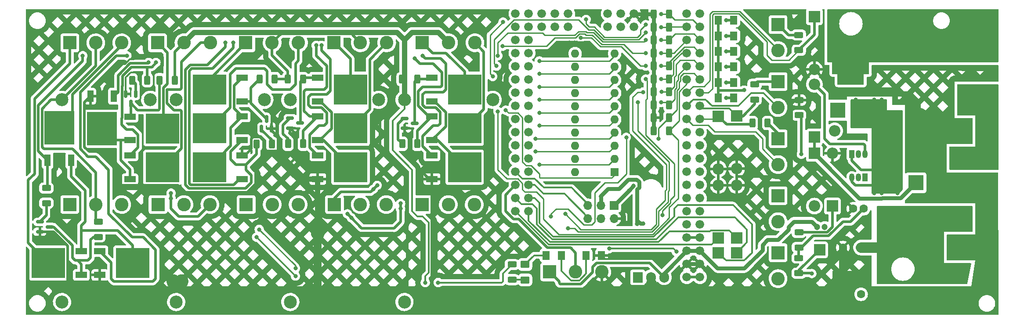
<source format=gbr>
%TF.GenerationSoftware,KiCad,Pcbnew,(6.0.0)*%
%TF.CreationDate,2022-05-14T16:49:07-07:00*%
%TF.ProjectId,Contrl Board GERBER,436f6e74-726c-4204-926f-617264204745,rev?*%
%TF.SameCoordinates,Original*%
%TF.FileFunction,Copper,L1,Top*%
%TF.FilePolarity,Positive*%
%FSLAX46Y46*%
G04 Gerber Fmt 4.6, Leading zero omitted, Abs format (unit mm)*
G04 Created by KiCad (PCBNEW (6.0.0)) date 2022-05-14 16:49:07*
%MOMM*%
%LPD*%
G01*
G04 APERTURE LIST*
G04 Aperture macros list*
%AMRoundRect*
0 Rectangle with rounded corners*
0 $1 Rounding radius*
0 $2 $3 $4 $5 $6 $7 $8 $9 X,Y pos of 4 corners*
0 Add a 4 corners polygon primitive as box body*
4,1,4,$2,$3,$4,$5,$6,$7,$8,$9,$2,$3,0*
0 Add four circle primitives for the rounded corners*
1,1,$1+$1,$2,$3*
1,1,$1+$1,$4,$5*
1,1,$1+$1,$6,$7*
1,1,$1+$1,$8,$9*
0 Add four rect primitives between the rounded corners*
20,1,$1+$1,$2,$3,$4,$5,0*
20,1,$1+$1,$4,$5,$6,$7,0*
20,1,$1+$1,$6,$7,$8,$9,0*
20,1,$1+$1,$8,$9,$2,$3,0*%
%AMFreePoly0*
4,1,21,3.042426,3.042426,3.060000,3.000000,3.060000,-4.000000,3.042426,-4.042426,3.000000,-4.060000,2.060000,-4.060000,2.060000,-6.000000,2.042426,-6.042426,2.000000,-6.060000,-3.000000,-6.060000,-3.042426,-6.042426,-3.060000,-6.000000,-3.060000,-4.060000,-4.000000,-4.060000,-4.042426,-4.042426,-4.060000,-4.000000,-4.060000,3.000000,-4.042426,3.042426,-4.000000,3.060000,3.000000,3.060000,
3.042426,3.042426,3.042426,3.042426,$1*%
G04 Aperture macros list end*
%TA.AperFunction,ComponentPad*%
%ADD10C,2.000000*%
%TD*%
%TA.AperFunction,ComponentPad*%
%ADD11C,1.200000*%
%TD*%
%TA.AperFunction,SMDPad,CuDef*%
%ADD12RoundRect,0.250001X0.462499X0.624999X-0.462499X0.624999X-0.462499X-0.624999X0.462499X-0.624999X0*%
%TD*%
%TA.AperFunction,SMDPad,CuDef*%
%ADD13RoundRect,0.250000X0.625000X-0.312500X0.625000X0.312500X-0.625000X0.312500X-0.625000X-0.312500X0*%
%TD*%
%TA.AperFunction,ComponentPad*%
%ADD14R,1.905000X2.000000*%
%TD*%
%TA.AperFunction,ComponentPad*%
%ADD15O,1.905000X2.000000*%
%TD*%
%TA.AperFunction,ComponentPad*%
%ADD16R,2.600000X2.600000*%
%TD*%
%TA.AperFunction,ComponentPad*%
%ADD17C,2.600000*%
%TD*%
%TA.AperFunction,SMDPad,CuDef*%
%ADD18RoundRect,0.250000X-0.312500X-0.625000X0.312500X-0.625000X0.312500X0.625000X-0.312500X0.625000X0*%
%TD*%
%TA.AperFunction,ComponentPad*%
%ADD19R,1.600000X1.600000*%
%TD*%
%TA.AperFunction,ComponentPad*%
%ADD20O,1.600000X1.600000*%
%TD*%
%TA.AperFunction,SMDPad,CuDef*%
%ADD21R,2.200000X1.200000*%
%TD*%
%TA.AperFunction,SMDPad,CuDef*%
%ADD22R,6.400000X5.800000*%
%TD*%
%TA.AperFunction,SMDPad,CuDef*%
%ADD23RoundRect,0.250000X0.312500X0.625000X-0.312500X0.625000X-0.312500X-0.625000X0.312500X-0.625000X0*%
%TD*%
%TA.AperFunction,ComponentPad*%
%ADD24R,1.700000X1.700000*%
%TD*%
%TA.AperFunction,ComponentPad*%
%ADD25O,1.700000X1.700000*%
%TD*%
%TA.AperFunction,SMDPad,CuDef*%
%ADD26RoundRect,0.150000X-0.150000X0.587500X-0.150000X-0.587500X0.150000X-0.587500X0.150000X0.587500X0*%
%TD*%
%TA.AperFunction,ComponentPad*%
%ADD27R,2.200000X2.200000*%
%TD*%
%TA.AperFunction,ComponentPad*%
%ADD28O,2.200000X2.200000*%
%TD*%
%TA.AperFunction,ComponentPad*%
%ADD29C,1.600000*%
%TD*%
%TA.AperFunction,SMDPad,CuDef*%
%ADD30R,1.200000X2.200000*%
%TD*%
%TA.AperFunction,SMDPad,CuDef*%
%ADD31R,5.800000X6.400000*%
%TD*%
%TA.AperFunction,ComponentPad*%
%ADD32C,2.500000*%
%TD*%
%TA.AperFunction,SMDPad,CuDef*%
%ADD33RoundRect,0.150000X-0.587500X-0.150000X0.587500X-0.150000X0.587500X0.150000X-0.587500X0.150000X0*%
%TD*%
%TA.AperFunction,ComponentPad*%
%ADD34R,3.200000X3.200000*%
%TD*%
%TA.AperFunction,ComponentPad*%
%ADD35O,3.200000X3.200000*%
%TD*%
%TA.AperFunction,SMDPad,CuDef*%
%ADD36RoundRect,0.250000X-0.625000X0.312500X-0.625000X-0.312500X0.625000X-0.312500X0.625000X0.312500X0*%
%TD*%
%TA.AperFunction,ComponentPad*%
%ADD37R,1.050000X1.500000*%
%TD*%
%TA.AperFunction,ComponentPad*%
%ADD38O,1.050000X1.500000*%
%TD*%
%TA.AperFunction,SMDPad,CuDef*%
%ADD39RoundRect,0.150000X0.150000X-0.587500X0.150000X0.587500X-0.150000X0.587500X-0.150000X-0.587500X0*%
%TD*%
%TA.AperFunction,SMDPad,CuDef*%
%ADD40RoundRect,0.250001X-0.624999X0.462499X-0.624999X-0.462499X0.624999X-0.462499X0.624999X0.462499X0*%
%TD*%
%TA.AperFunction,ComponentPad*%
%ADD41R,3.000000X3.000000*%
%TD*%
%TA.AperFunction,SMDPad,CuDef*%
%ADD42FreePoly0,180.000000*%
%TD*%
%TA.AperFunction,ComponentPad*%
%ADD43O,3.000000X3.000000*%
%TD*%
%TA.AperFunction,SMDPad,CuDef*%
%ADD44FreePoly0,0.000000*%
%TD*%
%TA.AperFunction,ComponentPad*%
%ADD45C,1.676400*%
%TD*%
%TA.AperFunction,ComponentPad*%
%ADD46R,2.000000X2.500000*%
%TD*%
%TA.AperFunction,ViaPad*%
%ADD47C,0.800000*%
%TD*%
%TA.AperFunction,Conductor*%
%ADD48C,0.508000*%
%TD*%
%TA.AperFunction,Conductor*%
%ADD49C,0.254000*%
%TD*%
%TA.AperFunction,Conductor*%
%ADD50C,0.300000*%
%TD*%
%TA.AperFunction,Conductor*%
%ADD51C,0.762000*%
%TD*%
%TA.AperFunction,Conductor*%
%ADD52C,1.000000*%
%TD*%
%TA.AperFunction,Conductor*%
%ADD53C,1.500000*%
%TD*%
%TA.AperFunction,Conductor*%
%ADD54C,2.000000*%
%TD*%
G04 APERTURE END LIST*
D10*
%TO.P,C1,1*%
%TO.N,N/C*%
X188200000Y-49050000D03*
%TO.P,C1,2*%
X193200000Y-49050000D03*
%TD*%
D11*
%TO.P,C3,1*%
%TO.N,N/C*%
X173200000Y-62550000D03*
%TO.P,C3,2*%
X174700000Y-62550000D03*
%TD*%
D12*
%TO.P,D207,1,K*%
%TO.N,N/C*%
X157175000Y-25710000D03*
%TO.P,D207,2,A*%
X154200000Y-25710000D03*
%TD*%
D13*
%TO.P,R142,1*%
%TO.N,N/C*%
X161180000Y-37992500D03*
%TO.P,R142,2*%
X161180000Y-35067500D03*
%TD*%
D14*
%TO.P,U2,1,IN*%
%TO.N,N/C*%
X138660000Y-72280000D03*
D15*
%TO.P,U2,2,GND*%
X141200000Y-72280000D03*
%TO.P,U2,3,OUT*%
X143740000Y-72280000D03*
%TD*%
D16*
%TO.P,J17,1,Pin_1*%
%TO.N,N/C*%
X200800000Y-71550000D03*
D17*
%TO.P,J17,2,Pin_2*%
X200800000Y-66550000D03*
%TD*%
D18*
%TO.P,R128,1*%
%TO.N,N/C*%
X141757500Y-39030000D03*
%TO.P,R128,2*%
X144682500Y-39030000D03*
%TD*%
D13*
%TO.P,R98,1*%
%TO.N,N/C*%
X24680000Y-57992500D03*
%TO.P,R98,2*%
X24680000Y-55067500D03*
%TD*%
%TO.P,R143,1*%
%TO.N,N/C*%
X169700000Y-28475000D03*
%TO.P,R143,2*%
X169700000Y-25550000D03*
%TD*%
D16*
%TO.P,J19,1,Pin_1*%
%TO.N,N/C*%
X46115000Y-27050000D03*
D17*
%TO.P,J19,2,Pin_2*%
X51195000Y-27050000D03*
%TO.P,J19,3,Pin_3*%
X56275000Y-27050000D03*
%TD*%
D19*
%TO.P,SW1,1*%
%TO.N,N/C*%
X134200000Y-51995000D03*
D20*
%TO.P,SW1,2*%
X134200000Y-49455000D03*
%TO.P,SW1,3*%
X134200000Y-46915000D03*
%TO.P,SW1,4*%
X134200000Y-44375000D03*
%TO.P,SW1,5*%
X134200000Y-41835000D03*
%TO.P,SW1,6*%
X134200000Y-39295000D03*
%TO.P,SW1,7*%
X134200000Y-36755000D03*
%TO.P,SW1,8*%
X134200000Y-34215000D03*
%TO.P,SW1,9*%
X134200000Y-31675000D03*
%TO.P,SW1,10*%
X134200000Y-29135000D03*
%TO.P,SW1,11*%
X126580000Y-29135000D03*
%TO.P,SW1,12*%
X126580000Y-31675000D03*
%TO.P,SW1,13*%
X126580000Y-34215000D03*
%TO.P,SW1,14*%
X126580000Y-36755000D03*
%TO.P,SW1,15*%
X126580000Y-39295000D03*
%TO.P,SW1,16*%
X126580000Y-41835000D03*
%TO.P,SW1,17*%
X126580000Y-44375000D03*
%TO.P,SW1,18*%
X126580000Y-46915000D03*
%TO.P,SW1,19*%
X126580000Y-49455000D03*
%TO.P,SW1,20*%
X126580000Y-51995000D03*
%TD*%
D18*
%TO.P,R127,1*%
%TO.N,N/C*%
X141757500Y-36530000D03*
%TO.P,R127,2*%
X144682500Y-36530000D03*
%TD*%
D21*
%TO.P,Q33,1,G*%
%TO.N,N/C*%
X77000000Y-33770000D03*
D22*
%TO.P,Q33,2,D*%
X83300000Y-36050000D03*
D21*
%TO.P,Q33,3,S*%
X77000000Y-38330000D03*
%TD*%
D23*
%TO.P,R125,1*%
%TO.N,N/C*%
X68142500Y-46570000D03*
%TO.P,R125,2*%
X65217500Y-46570000D03*
%TD*%
D24*
%TO.P,J31,1,Pin_1*%
%TO.N,N/C*%
X134075000Y-58400000D03*
D25*
%TO.P,J31,2,Pin_2*%
X134075000Y-60940000D03*
%TO.P,J31,3,Pin_3*%
X131535000Y-58400000D03*
%TO.P,J31,4,Pin_4*%
X131535000Y-60940000D03*
%TO.P,J31,5,Pin_5*%
X128995000Y-58400000D03*
%TO.P,J31,6,Pin_6*%
X128995000Y-60940000D03*
%TD*%
D26*
%TO.P,Q24,1,B*%
%TO.N,N/C*%
X41900000Y-36912500D03*
%TO.P,Q24,2,E*%
X40000000Y-36912500D03*
%TO.P,Q24,3,C*%
X40950000Y-38787500D03*
%TD*%
D21*
%TO.P,Q35,1,G*%
%TO.N,N/C*%
X77000000Y-48770000D03*
D22*
%TO.P,Q35,2,D*%
X83300000Y-51050000D03*
D21*
%TO.P,Q35,3,S*%
X77000000Y-53330000D03*
%TD*%
D27*
%TO.P,D196,1,K*%
%TO.N,N/C*%
X157700000Y-67550000D03*
D28*
%TO.P,D196,2,A*%
X157700000Y-77710000D03*
%TD*%
D27*
%TO.P,D205,1,K*%
%TO.N,N/C*%
X176200000Y-58550000D03*
D28*
%TO.P,D205,2,A*%
X176200000Y-48390000D03*
%TD*%
D29*
%TO.P,C2,1*%
%TO.N,N/C*%
X182200000Y-59050000D03*
%TO.P,C2,2*%
X180200000Y-59050000D03*
%TD*%
D27*
%TO.P,D200,1,K*%
%TO.N,N/C*%
X172700000Y-45210000D03*
D28*
%TO.P,D200,2,A*%
X172700000Y-35050000D03*
%TD*%
D16*
%TO.P,J18,1,Pin_1*%
%TO.N,N/C*%
X200800000Y-60550000D03*
D17*
%TO.P,J18,2,Pin_2*%
X200800000Y-55550000D03*
%TD*%
D18*
%TO.P,R100,1*%
%TO.N,N/C*%
X141757500Y-44030000D03*
%TO.P,R100,2*%
X144682500Y-44030000D03*
%TD*%
D30*
%TO.P,Q23,1,G*%
%TO.N,N/C*%
X37705000Y-37350000D03*
D31*
%TO.P,Q23,2,D*%
X35425000Y-43650000D03*
D30*
%TO.P,Q23,3,S*%
X33145000Y-37350000D03*
%TD*%
D21*
%TO.P,Q31,1,G*%
%TO.N,N/C*%
X62400000Y-53330000D03*
D22*
%TO.P,Q31,2,D*%
X56100000Y-51050000D03*
D21*
%TO.P,Q31,3,S*%
X62400000Y-48770000D03*
%TD*%
D13*
%TO.P,R124,1*%
%TO.N,N/C*%
X114430000Y-72742500D03*
%TO.P,R124,2*%
X114430000Y-69817500D03*
%TD*%
D12*
%TO.P,D213,1,K*%
%TO.N,N/C*%
X123937500Y-68050000D03*
%TO.P,D213,2,A*%
X120962500Y-68050000D03*
%TD*%
D18*
%TO.P,R120,1*%
%TO.N,N/C*%
X141757500Y-31530000D03*
%TO.P,R120,2*%
X144682500Y-31530000D03*
%TD*%
D32*
%TO.P,A4,1,Vin*%
%TO.N,N/C*%
X93700000Y-77050000D03*
%TO.P,A4,2,Vout*%
X93700000Y-38050000D03*
%TO.P,A4,3,GND*%
X110700000Y-77050000D03*
%TO.P,A4,4,GND*%
X110700000Y-38050000D03*
%TD*%
D33*
%TO.P,Q4,1,B*%
%TO.N,N/C*%
X23412500Y-61600000D03*
%TO.P,Q4,2,E*%
X23412500Y-63500000D03*
%TO.P,Q4,3,C*%
X25287500Y-62550000D03*
%TD*%
D29*
%TO.P,C4,1*%
%TO.N,N/C*%
X181700000Y-66550000D03*
%TO.P,C4,2*%
X178200000Y-66550000D03*
%TD*%
D18*
%TO.P,R119,1*%
%TO.N,N/C*%
X141757500Y-21530000D03*
%TO.P,R119,2*%
X144682500Y-21530000D03*
%TD*%
D21*
%TO.P,Q38,1,G*%
%TO.N,N/C*%
X99000000Y-41270000D03*
D22*
%TO.P,Q38,2,D*%
X105300000Y-43550000D03*
D21*
%TO.P,Q38,3,S*%
X99000000Y-45830000D03*
%TD*%
D18*
%TO.P,R112,1*%
%TO.N,N/C*%
X141757500Y-24030000D03*
%TO.P,R112,2*%
X144682500Y-24030000D03*
%TD*%
D34*
%TO.P,D201,1,A1*%
%TO.N,N/C*%
X192200000Y-22550000D03*
D35*
%TO.P,D201,2,A2*%
X192200000Y-42550000D03*
%TD*%
D12*
%TO.P,D210,1,K*%
%TO.N,N/C*%
X157175000Y-34710000D03*
%TO.P,D210,2,A*%
X154200000Y-34710000D03*
%TD*%
D16*
%TO.P,J29,1,Pin_1*%
%TO.N,N/C*%
X200800000Y-49550000D03*
D17*
%TO.P,J29,2,Pin_2*%
X200800000Y-44550000D03*
%TD*%
D21*
%TO.P,Q39,1,G*%
%TO.N,N/C*%
X99000000Y-48770000D03*
D22*
%TO.P,Q39,2,D*%
X105300000Y-51050000D03*
D21*
%TO.P,Q39,3,S*%
X99000000Y-53330000D03*
%TD*%
D27*
%TO.P,D204,1,K*%
%TO.N,N/C*%
X173700000Y-66970000D03*
D28*
%TO.P,D204,2,A*%
X173700000Y-77130000D03*
%TD*%
D27*
%TO.P,D202,1,K*%
%TO.N,N/C*%
X186780000Y-44050000D03*
D28*
%TO.P,D202,2,A*%
X176620000Y-44050000D03*
%TD*%
D21*
%TO.P,Q34,1,G*%
%TO.N,N/C*%
X77000000Y-41270000D03*
D22*
%TO.P,Q34,2,D*%
X83300000Y-43550000D03*
D21*
%TO.P,Q34,3,S*%
X77000000Y-45830000D03*
%TD*%
%TO.P,Q1,1,G*%
%TO.N,N/C*%
X31400000Y-71830000D03*
D22*
%TO.P,Q1,2,D*%
X25100000Y-69550000D03*
D21*
%TO.P,Q1,3,S*%
X31400000Y-67270000D03*
%TD*%
D36*
%TO.P,R146,1*%
%TO.N,N/C*%
X169720000Y-63607500D03*
%TO.P,R146,2*%
X169720000Y-66532500D03*
%TD*%
D16*
%TO.P,J11,1,Pin_1*%
%TO.N,N/C*%
X29200000Y-27055000D03*
D17*
%TO.P,J11,2,Pin_2*%
X34200000Y-27055000D03*
%TO.P,J11,3,Pin_3*%
X39200000Y-27055000D03*
%TD*%
D18*
%TO.P,R131,1*%
%TO.N,N/C*%
X141757500Y-41530000D03*
%TO.P,R131,2*%
X144682500Y-41530000D03*
%TD*%
D27*
%TO.P,D198,1,K*%
%TO.N,N/C*%
X157700000Y-41190000D03*
D28*
%TO.P,D198,2,A*%
X157700000Y-51350000D03*
%TD*%
D23*
%TO.P,R137,1*%
%TO.N,N/C*%
X96142500Y-34070000D03*
%TO.P,R137,2*%
X93217500Y-34070000D03*
%TD*%
D21*
%TO.P,Q28,1,G*%
%TO.N,N/C*%
X62400000Y-38330000D03*
D22*
%TO.P,Q28,2,D*%
X56100000Y-36050000D03*
D21*
%TO.P,Q28,3,S*%
X62400000Y-33770000D03*
%TD*%
D23*
%TO.P,R129,1*%
%TO.N,N/C*%
X74142500Y-34070000D03*
%TO.P,R129,2*%
X71217500Y-34070000D03*
%TD*%
D37*
%TO.P,Q43,1,C*%
%TO.N,N/C*%
X182470000Y-53050000D03*
D38*
%TO.P,Q43,2,B*%
X181200000Y-53050000D03*
%TO.P,Q43,3,E*%
X179930000Y-53050000D03*
%TD*%
D37*
%TO.P,Q44,1,C*%
%TO.N,N/C*%
X179930000Y-48550000D03*
D38*
%TO.P,Q44,2,B*%
X181200000Y-48550000D03*
%TO.P,Q44,3,E*%
X182470000Y-48550000D03*
%TD*%
D32*
%TO.P,A1,1,Vin*%
%TO.N,N/C*%
X27700000Y-77050000D03*
%TO.P,A1,2,Vout*%
X27700000Y-38050000D03*
%TO.P,A1,3,GND*%
X44700000Y-77050000D03*
%TO.P,A1,4,GND*%
X44700000Y-38050000D03*
%TD*%
D29*
%TO.P,C5,1*%
%TO.N,N/C*%
X181700000Y-75550000D03*
%TO.P,C5,2*%
X178200000Y-75550000D03*
%TD*%
D39*
%TO.P,Q32,1,B*%
%TO.N,N/C*%
X66150000Y-43637500D03*
%TO.P,Q32,2,E*%
X68050000Y-43637500D03*
%TO.P,Q32,3,C*%
X67100000Y-41762500D03*
%TD*%
D18*
%TO.P,R115,1*%
%TO.N,N/C*%
X46507500Y-34280000D03*
%TO.P,R115,2*%
X49432500Y-34280000D03*
%TD*%
D13*
%TO.P,R97,1*%
%TO.N,N/C*%
X34680000Y-64492500D03*
%TO.P,R97,2*%
X34680000Y-61567500D03*
%TD*%
D36*
%TO.P,R148,1*%
%TO.N,N/C*%
X169720000Y-38107500D03*
%TO.P,R148,2*%
X169720000Y-41032500D03*
%TD*%
D27*
%TO.P,D194,1,K*%
%TO.N,N/C*%
X154200000Y-64710000D03*
D28*
%TO.P,D194,2,A*%
X154200000Y-54550000D03*
%TD*%
D18*
%TO.P,R130,1*%
%TO.N,N/C*%
X71257500Y-46530000D03*
%TO.P,R130,2*%
X74182500Y-46530000D03*
%TD*%
D12*
%TO.P,D206,1,K*%
%TO.N,N/C*%
X157175000Y-22710000D03*
%TO.P,D206,2,A*%
X154200000Y-22710000D03*
%TD*%
D27*
%TO.P,D193,1,K*%
%TO.N,N/C*%
X154200000Y-41210000D03*
D28*
%TO.P,D193,2,A*%
X154200000Y-51370000D03*
%TD*%
D16*
%TO.P,J23,1,Pin_1*%
%TO.N,N/C*%
X80115000Y-27050000D03*
D17*
%TO.P,J23,2,Pin_2*%
X85195000Y-27050000D03*
%TO.P,J23,3,Pin_3*%
X90275000Y-27050000D03*
%TD*%
D21*
%TO.P,Q29,1,G*%
%TO.N,N/C*%
X62400000Y-45830000D03*
D22*
%TO.P,Q29,2,D*%
X56100000Y-43550000D03*
D21*
%TO.P,Q29,3,S*%
X62400000Y-41270000D03*
%TD*%
D27*
%TO.P,D195,1,K*%
%TO.N,N/C*%
X157700000Y-64710000D03*
D28*
%TO.P,D195,2,A*%
X157700000Y-54550000D03*
%TD*%
D21*
%TO.P,Q37,1,G*%
%TO.N,N/C*%
X99000000Y-33770000D03*
D22*
%TO.P,Q37,2,D*%
X105300000Y-36050000D03*
D21*
%TO.P,Q37,3,S*%
X99000000Y-38330000D03*
%TD*%
D33*
%TO.P,Q40,1,B*%
%TO.N,N/C*%
X93762500Y-41650000D03*
%TO.P,Q40,2,E*%
X93762500Y-43550000D03*
%TO.P,Q40,3,C*%
X95637500Y-42600000D03*
%TD*%
D27*
%TO.P,D199,1,K*%
%TO.N,N/C*%
X172700000Y-22050000D03*
D28*
%TO.P,D199,2,A*%
X172700000Y-32210000D03*
%TD*%
D27*
%TO.P,D203,1,K*%
%TO.N,N/C*%
X172700000Y-48390000D03*
D28*
%TO.P,D203,2,A*%
X172700000Y-58550000D03*
%TD*%
D30*
%TO.P,Q2,1,G*%
%TO.N,N/C*%
X24920000Y-49750000D03*
D31*
%TO.P,Q2,2,D*%
X27200000Y-43450000D03*
D30*
%TO.P,Q2,3,S*%
X29480000Y-49750000D03*
%TD*%
D33*
%TO.P,Q36,1,B*%
%TO.N,N/C*%
X71662500Y-41600000D03*
%TO.P,Q36,2,E*%
X71662500Y-43500000D03*
%TO.P,Q36,3,C*%
X73537500Y-42550000D03*
%TD*%
D18*
%TO.P,R126,1*%
%TO.N,N/C*%
X141757500Y-34030000D03*
%TO.P,R126,2*%
X144682500Y-34030000D03*
%TD*%
D16*
%TO.P,J20,1,Pin_1*%
%TO.N,N/C*%
X63115000Y-27050000D03*
D17*
%TO.P,J20,2,Pin_2*%
X68195000Y-27050000D03*
%TO.P,J20,3,Pin_3*%
X73275000Y-27050000D03*
%TD*%
D18*
%TO.P,R139,1*%
%TO.N,N/C*%
X160757500Y-42530000D03*
%TO.P,R139,2*%
X163682500Y-42530000D03*
%TD*%
D40*
%TO.P,D212,1,K*%
%TO.N,N/C*%
X116950000Y-69812500D03*
%TO.P,D212,2,A*%
X116950000Y-72787500D03*
%TD*%
D21*
%TO.P,Q20,1,G*%
%TO.N,N/C*%
X40800000Y-41295000D03*
D22*
%TO.P,Q20,2,D*%
X47100000Y-43575000D03*
D21*
%TO.P,Q20,3,S*%
X40800000Y-45855000D03*
%TD*%
D13*
%TO.P,R144,1*%
%TO.N,N/C*%
X169680000Y-71492500D03*
%TO.P,R144,2*%
X169680000Y-68567500D03*
%TD*%
D18*
%TO.P,R108,1*%
%TO.N,N/C*%
X141757500Y-26530000D03*
%TO.P,R108,2*%
X144682500Y-26530000D03*
%TD*%
D12*
%TO.P,D211,1,K*%
%TO.N,N/C*%
X157175000Y-37710000D03*
%TO.P,D211,2,A*%
X154200000Y-37710000D03*
%TD*%
D18*
%TO.P,R123,1*%
%TO.N,N/C*%
X65757500Y-34030000D03*
%TO.P,R123,2*%
X68682500Y-34030000D03*
%TD*%
D41*
%TO.P,Q42,1,G*%
%TO.N,N/C*%
X192300000Y-54050000D03*
D42*
%TO.P,Q42,2,D*%
X189300000Y-65050000D03*
D43*
%TO.P,Q42,3,S*%
X187220000Y-54050000D03*
%TD*%
D18*
%TO.P,R104,1*%
%TO.N,N/C*%
X141757500Y-29030000D03*
%TO.P,R104,2*%
X144682500Y-29030000D03*
%TD*%
D27*
%TO.P,D197,1,K*%
%TO.N,N/C*%
X154200000Y-67550000D03*
D28*
%TO.P,D197,2,A*%
X154200000Y-77710000D03*
%TD*%
D18*
%TO.P,R117,1*%
%TO.N,N/C*%
X41207500Y-34280000D03*
%TO.P,R117,2*%
X44132500Y-34280000D03*
%TD*%
D41*
%TO.P,Q41,1,G*%
%TO.N,N/C*%
X177200000Y-40050000D03*
D44*
%TO.P,Q41,2,D*%
X180200000Y-29050000D03*
D43*
%TO.P,Q41,3,S*%
X182280000Y-40050000D03*
%TD*%
D32*
%TO.P,A2,1,Vin*%
%TO.N,N/C*%
X49700000Y-77050000D03*
%TO.P,A2,2,Vout*%
X49700000Y-38050000D03*
%TO.P,A2,3,GND*%
X66700000Y-77050000D03*
%TO.P,A2,4,GND*%
X66700000Y-38050000D03*
%TD*%
D16*
%TO.P,J25,1,Pin_1*%
%TO.N,N/C*%
X97120000Y-27050000D03*
D17*
%TO.P,J25,2,Pin_2*%
X102200000Y-27050000D03*
%TO.P,J25,3,Pin_3*%
X107280000Y-27050000D03*
%TD*%
D12*
%TO.P,D214,1,K*%
%TO.N,N/C*%
X131687500Y-68050000D03*
%TO.P,D214,2,A*%
X128712500Y-68050000D03*
%TD*%
D45*
%TO.P,U1,3V3_1,3V3*%
%TO.N,N/C*%
X150655000Y-64630000D03*
%TO.P,U1,3V3_2,3V3*%
X148115000Y-64630000D03*
%TO.P,U1,5V_1,5V*%
X150655000Y-67170000D03*
%TO.P,U1,5V_2,5V*%
X148115000Y-67170000D03*
%TO.P,U1,5V_3,5V*%
X132875000Y-21450000D03*
%TO.P,U1,A0,A0*%
X115095000Y-59550000D03*
%TO.P,U1,A1,A1*%
X117635000Y-59550000D03*
%TO.P,U1,A2,A2*%
X115095000Y-57010000D03*
%TO.P,U1,A3,A3*%
X117635000Y-57010000D03*
%TO.P,U1,A4,A4*%
X115095000Y-54470000D03*
%TO.P,U1,A5,A5*%
X117635000Y-54470000D03*
%TO.P,U1,A6,A6*%
X115095000Y-51930000D03*
%TO.P,U1,A7,A7*%
X117635000Y-51930000D03*
%TO.P,U1,A8,A8*%
X115095000Y-49390000D03*
%TO.P,U1,A9,A9*%
X117635000Y-49390000D03*
%TO.P,U1,A10,A10*%
X115095000Y-46850000D03*
%TO.P,U1,A11,A11*%
X117635000Y-46850000D03*
%TO.P,U1,A12,A12*%
X115095000Y-44310000D03*
%TO.P,U1,A13,A13*%
X117635000Y-44310000D03*
%TO.P,U1,A14,A14*%
X115095000Y-41770000D03*
%TO.P,U1,A15,A15*%
X117635000Y-41770000D03*
%TO.P,U1,AREF,AREF*%
X148115000Y-62090000D03*
%TO.P,U1,D2,D2*%
X148115000Y-57010000D03*
%TO.P,U1,D3,D3*%
X150655000Y-57010000D03*
%TO.P,U1,D4,D4*%
X148115000Y-54470000D03*
%TO.P,U1,D5,D5*%
X150655000Y-54470000D03*
%TO.P,U1,D6,D6*%
X148115000Y-51930000D03*
%TO.P,U1,D7,D7*%
X150655000Y-51930000D03*
%TO.P,U1,D8,D8*%
X148115000Y-49390000D03*
%TO.P,U1,D9,D9*%
X150655000Y-49390000D03*
%TO.P,U1,D10,D10*%
X148115000Y-46850000D03*
%TO.P,U1,D11,D11*%
X150655000Y-46850000D03*
%TO.P,U1,D12,D12*%
X148115000Y-44310000D03*
%TO.P,U1,D13,D13*%
X150655000Y-44310000D03*
%TO.P,U1,D14,D14*%
X148115000Y-41770000D03*
%TO.P,U1,D15,D15*%
X150655000Y-41770000D03*
%TO.P,U1,D16,D16*%
X148115000Y-39230000D03*
%TO.P,U1,D17,D17*%
X150655000Y-39230000D03*
%TO.P,U1,D18,D18*%
X148115000Y-36690000D03*
%TO.P,U1,D19,D19*%
X150655000Y-36690000D03*
%TO.P,U1,D20,D20*%
X148115000Y-34150000D03*
%TO.P,U1,D21,D21*%
X150655000Y-34150000D03*
%TO.P,U1,D22,D22*%
X148115000Y-31610000D03*
%TO.P,U1,D23,D23*%
X150655000Y-31610000D03*
%TO.P,U1,D24,D24*%
X148115000Y-29070000D03*
%TO.P,U1,D25,D25*%
X150655000Y-29070000D03*
%TO.P,U1,D26,D26*%
X148115000Y-26530000D03*
%TO.P,U1,D27,D27*%
X150655000Y-26530000D03*
%TO.P,U1,D28,D28*%
X148115000Y-23990000D03*
%TO.P,U1,D29,D29*%
X150655000Y-23990000D03*
%TO.P,U1,D30,D30*%
X148115000Y-21450000D03*
%TO.P,U1,D31,D31*%
X150655000Y-21450000D03*
%TO.P,U1,D32,D32*%
X115095000Y-39230000D03*
%TO.P,U1,D33,D33*%
X117635000Y-39230000D03*
%TO.P,U1,D34,D34*%
X115095000Y-36690000D03*
%TO.P,U1,D35,D35*%
X117635000Y-36690000D03*
%TO.P,U1,D36,D36*%
X115095000Y-34150000D03*
%TO.P,U1,D37,D37*%
X117635000Y-34150000D03*
%TO.P,U1,D38,D38*%
X115095000Y-31610000D03*
%TO.P,U1,D39,D39*%
X117635000Y-31610000D03*
%TO.P,U1,D40,D40*%
X115095000Y-29070000D03*
%TO.P,U1,D41,D41*%
X117635000Y-29070000D03*
%TO.P,U1,D42,D42*%
X115095000Y-26530000D03*
%TO.P,U1,D43,D43*%
X117635000Y-26530000D03*
%TO.P,U1,D44,D44*%
X115095000Y-23990000D03*
%TO.P,U1,D45,D45*%
X117635000Y-23990000D03*
%TO.P,U1,D46,D46*%
X115095000Y-21450000D03*
%TO.P,U1,D47,D47*%
X117635000Y-21450000D03*
%TO.P,U1,D48,D48*%
X120175000Y-21450000D03*
%TO.P,U1,D49,D49*%
X120175000Y-23990000D03*
%TO.P,U1,D50,D50*%
X122715000Y-21450000D03*
%TO.P,U1,D51,D51*%
X122715000Y-23990000D03*
%TO.P,U1,D52,D52*%
X125255000Y-21450000D03*
%TO.P,U1,D53,D53*%
X125255000Y-23990000D03*
%TO.P,U1,GND_1,GND*%
X150655000Y-69710000D03*
%TO.P,U1,GND_2,GND*%
X148115000Y-69710000D03*
%TO.P,U1,GND_3,GND*%
X137955000Y-21450000D03*
%TO.P,U1,MISO,MISO*%
X132875000Y-23990000D03*
%TO.P,U1,MOSI,MOSI*%
X135415000Y-21450000D03*
%TO.P,U1,RESET,RESET*%
X137955000Y-23990000D03*
%TO.P,U1,RST,RST*%
X150655000Y-62090000D03*
%TO.P,U1,RX,RX*%
X148115000Y-59550000D03*
%TO.P,U1,SCK,SCK*%
X135415000Y-23990000D03*
%TO.P,U1,TX,TX*%
X150655000Y-59550000D03*
%TO.P,U1,VIN_1,VIN*%
X150655000Y-72250000D03*
%TO.P,U1,VIN_2,VIN*%
X148115000Y-72250000D03*
%TD*%
D18*
%TO.P,R138,1*%
%TO.N,N/C*%
X93257500Y-46530000D03*
%TO.P,R138,2*%
X96182500Y-46530000D03*
%TD*%
D46*
%TO.P,F1,1*%
%TO.N,N/C*%
X202105000Y-23945000D03*
X206105000Y-23945000D03*
%TO.P,F1,2*%
X206105000Y-37345000D03*
X202105000Y-37345000D03*
%TD*%
D21*
%TO.P,Q3,1,G*%
%TO.N,N/C*%
X35000000Y-67270000D03*
D22*
%TO.P,Q3,2,D*%
X41300000Y-69550000D03*
D21*
%TO.P,Q3,3,S*%
X35000000Y-71830000D03*
%TD*%
D12*
%TO.P,D209,1,K*%
%TO.N,N/C*%
X157175000Y-31710000D03*
%TO.P,D209,2,A*%
X154200000Y-31710000D03*
%TD*%
D32*
%TO.P,A3,1,Vin*%
%TO.N,N/C*%
X71700000Y-77050000D03*
%TO.P,A3,2,Vout*%
X71700000Y-38050000D03*
%TO.P,A3,3,GND*%
X88700000Y-77050000D03*
%TO.P,A3,4,GND*%
X88700000Y-38050000D03*
%TD*%
D21*
%TO.P,Q21,1,G*%
%TO.N,N/C*%
X40775000Y-48795000D03*
D22*
%TO.P,Q21,2,D*%
X47075000Y-51075000D03*
D21*
%TO.P,Q21,3,S*%
X40775000Y-53355000D03*
%TD*%
D12*
%TO.P,D208,1,K*%
%TO.N,N/C*%
X157175000Y-28710000D03*
%TO.P,D208,2,A*%
X154200000Y-28710000D03*
%TD*%
D16*
%TO.P,J13,1,Pin_1*%
%TO.N,N/C*%
X63200000Y-58245000D03*
D17*
%TO.P,J13,2,Pin_2*%
X68200000Y-58245000D03*
%TO.P,J13,3,Pin_3*%
X73200000Y-58245000D03*
%TD*%
D16*
%TO.P,J22,1,Pin_1*%
%TO.N,N/C*%
X165700000Y-34550000D03*
D17*
%TO.P,J22,2,Pin_2*%
X165700000Y-39550000D03*
%TD*%
D16*
%TO.P,J15,1,Pin_1*%
%TO.N,N/C*%
X80200000Y-58250000D03*
D17*
%TO.P,J15,2,Pin_2*%
X85200000Y-58250000D03*
%TO.P,J15,3,Pin_3*%
X90200000Y-58250000D03*
%TD*%
D16*
%TO.P,J16,1,Pin_1*%
%TO.N,N/C*%
X97150000Y-58250000D03*
D17*
%TO.P,J16,2,Pin_2*%
X102150000Y-58250000D03*
%TO.P,J16,3,Pin_3*%
X107150000Y-58250000D03*
%TD*%
D16*
%TO.P,J27,1,Pin_1*%
%TO.N,N/C*%
X165700000Y-56550000D03*
D17*
%TO.P,J27,2,Pin_2*%
X165700000Y-61550000D03*
%TD*%
D16*
%TO.P,J14,1,Pin_1*%
%TO.N,N/C*%
X46200000Y-58245000D03*
D17*
%TO.P,J14,2,Pin_2*%
X51200000Y-58245000D03*
%TO.P,J14,3,Pin_3*%
X56200000Y-58245000D03*
%TD*%
D16*
%TO.P,J24,1,Pin_1*%
%TO.N,N/C*%
X165700000Y-23550000D03*
D17*
%TO.P,J24,2,Pin_2*%
X165700000Y-28550000D03*
%TD*%
D16*
%TO.P,J30,1,Pin_1*%
%TO.N,N/C*%
X121700000Y-71245000D03*
D17*
%TO.P,J30,2,Pin_2*%
X126700000Y-71245000D03*
%TO.P,J30,3,Pin_3*%
X131700000Y-71245000D03*
%TD*%
D16*
%TO.P,J21,1,Pin_1*%
%TO.N,N/C*%
X165700000Y-45550000D03*
D17*
%TO.P,J21,2,Pin_2*%
X165700000Y-50550000D03*
%TD*%
D16*
%TO.P,J12,1,Pin_1*%
%TO.N,N/C*%
X29200000Y-58245000D03*
D17*
%TO.P,J12,2,Pin_2*%
X34200000Y-58245000D03*
%TO.P,J12,3,Pin_3*%
X39200000Y-58245000D03*
%TD*%
D16*
%TO.P,J26,1,Pin_1*%
%TO.N,N/C*%
X165700000Y-67550000D03*
D17*
%TO.P,J26,2,Pin_2*%
X165700000Y-72550000D03*
%TD*%
D47*
%TO.N,*%
X207700000Y-46050000D03*
X184200000Y-50050000D03*
X188700000Y-44050000D03*
X206200000Y-43050000D03*
X206200000Y-56050000D03*
X72700000Y-72050000D03*
X195700000Y-45550000D03*
X195700000Y-44050000D03*
X143450000Y-60300000D03*
X140200000Y-23550000D03*
X206200000Y-60550000D03*
X204700000Y-69550000D03*
X170200000Y-48550000D03*
X184200000Y-53050000D03*
X197200000Y-71050000D03*
X188700000Y-41050000D03*
X207700000Y-69550000D03*
X140200000Y-34050000D03*
X199200000Y-26050000D03*
X202200000Y-21550000D03*
X138700000Y-38550000D03*
X45800000Y-30850000D03*
X88450000Y-54550000D03*
X204700000Y-50550000D03*
X119700000Y-30550000D03*
X204700000Y-60550000D03*
X203200000Y-54550000D03*
X143200000Y-24050000D03*
X206200000Y-71050000D03*
X169700000Y-73050000D03*
X188700000Y-26050000D03*
X87700000Y-55300000D03*
X206200000Y-50550000D03*
X49200000Y-73050000D03*
X155700000Y-22710000D03*
X60700000Y-27050000D03*
X111700000Y-40300000D03*
X195700000Y-62050000D03*
X207700000Y-47550000D03*
X195200000Y-50050000D03*
X197200000Y-45550000D03*
X206200000Y-63550000D03*
X204700000Y-65050000D03*
X180700000Y-38050000D03*
X129599400Y-27493000D03*
X187200000Y-26050000D03*
X188700000Y-47050000D03*
X194700000Y-26050000D03*
X198700000Y-62050000D03*
X139700000Y-61900000D03*
X203200000Y-40050000D03*
X195700000Y-69550000D03*
X190221582Y-26049260D03*
X65200000Y-64550000D03*
X185700000Y-38050000D03*
X204700000Y-68050000D03*
X188700000Y-45550000D03*
X195700000Y-51550000D03*
X185700000Y-39550000D03*
X184200000Y-38050000D03*
X197200000Y-44050000D03*
X77000000Y-63750000D03*
X195700000Y-63550000D03*
X195700000Y-54550000D03*
X207700000Y-72550000D03*
X128700000Y-22550000D03*
X200200000Y-53050000D03*
X198700000Y-60550000D03*
X206200000Y-59050000D03*
X206200000Y-49050000D03*
X184200000Y-47050000D03*
X97200000Y-29550000D03*
X197200000Y-42550000D03*
X136975000Y-55525000D03*
X207700000Y-65050000D03*
X204700000Y-53050000D03*
X40200000Y-29550000D03*
X191500000Y-45700000D03*
X139700000Y-36550000D03*
X204700000Y-71050000D03*
X207700000Y-60550000D03*
X193200000Y-26050000D03*
X204700000Y-49050000D03*
X184200000Y-44050000D03*
X171700000Y-73050000D03*
X204700000Y-57550000D03*
X77700000Y-27550000D03*
X204700000Y-46050000D03*
X76700000Y-27550000D03*
X207700000Y-62050000D03*
X119700000Y-50550000D03*
X180700000Y-42550000D03*
X207700000Y-66550000D03*
X200700000Y-21550000D03*
X185700000Y-51550000D03*
X195700000Y-53050000D03*
X206700000Y-26050000D03*
X184200000Y-45550000D03*
X185700000Y-48550000D03*
X207700000Y-50550000D03*
X97700000Y-73300000D03*
X206200000Y-62050000D03*
X185700000Y-50050000D03*
X125450000Y-27050000D03*
X133150000Y-66750000D03*
X184200000Y-56050000D03*
X125200000Y-62800000D03*
X203200000Y-53050000D03*
X206200000Y-46050000D03*
X207700000Y-57550000D03*
X188700000Y-56050000D03*
X201700000Y-53050000D03*
X204700000Y-40050000D03*
X121950000Y-60550000D03*
X44400000Y-30850000D03*
X205200000Y-26050000D03*
X37400000Y-31950000D03*
X92950000Y-58050000D03*
X197200000Y-51550000D03*
X191300000Y-50750000D03*
X184200000Y-54550000D03*
X119700000Y-38050000D03*
X198700000Y-72550000D03*
X31700000Y-29550000D03*
X206200000Y-53050000D03*
X119700000Y-33050000D03*
X206200000Y-72550000D03*
X195700000Y-60550000D03*
X206700000Y-21550000D03*
X207700000Y-54550000D03*
X206200000Y-40050000D03*
X193000000Y-51050000D03*
X194136978Y-44692603D03*
X188700000Y-23050000D03*
X111700000Y-29550000D03*
X119700000Y-40550000D03*
X188695757Y-21543820D03*
X207700000Y-53050000D03*
X197200000Y-69550000D03*
X201700000Y-62550000D03*
X184200000Y-42550000D03*
X82700000Y-60050000D03*
X195200000Y-47050000D03*
X119700000Y-35550000D03*
X197200000Y-72550000D03*
X200700000Y-26050000D03*
X188700000Y-42550000D03*
X203700000Y-21550000D03*
X95700000Y-30050000D03*
X198700000Y-53050000D03*
X207700000Y-63550000D03*
X185700000Y-41050000D03*
X137850000Y-54650000D03*
X124700000Y-60050000D03*
X187200000Y-23050000D03*
X195700000Y-72550000D03*
X204700000Y-66550000D03*
X207700000Y-59050000D03*
X172200000Y-71550000D03*
X155700000Y-31710000D03*
X112700000Y-23050000D03*
X197200000Y-68050000D03*
X193600000Y-46850000D03*
X203200000Y-57550000D03*
X110700000Y-33550000D03*
X185700000Y-56050000D03*
X197200000Y-65050000D03*
X197200000Y-56050000D03*
X65700000Y-63050000D03*
X206200000Y-68050000D03*
X204700000Y-44550000D03*
X192000000Y-47050000D03*
X195700000Y-66550000D03*
X197200000Y-62050000D03*
X207700000Y-71050000D03*
X195200000Y-41050000D03*
X206200000Y-47550000D03*
X195700000Y-42550000D03*
X206200000Y-54550000D03*
X59200000Y-27050000D03*
X187200000Y-24550000D03*
X155700000Y-25710000D03*
X195700000Y-57550000D03*
X207700000Y-49050000D03*
X207700000Y-56050000D03*
X112644711Y-27694711D03*
X207700000Y-68050000D03*
X159150000Y-36200000D03*
X155700000Y-28710000D03*
X197200000Y-57550000D03*
X207700000Y-44550000D03*
X187200000Y-51550000D03*
X142700000Y-45550000D03*
X140200000Y-25050000D03*
X140200000Y-29050000D03*
X140200000Y-31550000D03*
X92950000Y-59050000D03*
X143200000Y-21550000D03*
X206200000Y-65050000D03*
X204700000Y-59050000D03*
X83450000Y-60800000D03*
X136450000Y-45300000D03*
X88950000Y-40550000D03*
X188700000Y-24550000D03*
X143200000Y-34050000D03*
X204700000Y-54550000D03*
X143200000Y-70049999D03*
X197200000Y-53050000D03*
X204700000Y-63550000D03*
X184200000Y-48550000D03*
X119700000Y-43050000D03*
X188700000Y-51550000D03*
X193054975Y-45546816D03*
X191350000Y-48450000D03*
X206200000Y-57550000D03*
X143200000Y-26550000D03*
X206200000Y-41550000D03*
X118950000Y-45550000D03*
X203700000Y-26050000D03*
X204700000Y-47550000D03*
X187200000Y-47050000D03*
X207700000Y-40050000D03*
X207700000Y-43050000D03*
X184200000Y-51550000D03*
X195700000Y-68050000D03*
X201700000Y-40050000D03*
X206200000Y-44550000D03*
X37400000Y-33100000D03*
X197200000Y-48550000D03*
X204700000Y-43050000D03*
X197200000Y-54550000D03*
X50700000Y-73050000D03*
X72700000Y-70550000D03*
X204700000Y-72550000D03*
X77000000Y-62750000D03*
X200200000Y-62550000D03*
X182700000Y-42550000D03*
X143200000Y-38550000D03*
X191700000Y-26050000D03*
X155700000Y-37710000D03*
X146100000Y-67350000D03*
X138550000Y-62000000D03*
X198700000Y-71050000D03*
X206200000Y-66550000D03*
X170719489Y-73030511D03*
X187200000Y-21550000D03*
X100200000Y-73300000D03*
X126450000Y-27050000D03*
X197700000Y-26050000D03*
X130450000Y-28300000D03*
X143200000Y-29050000D03*
X143220000Y-36530000D03*
X185700000Y-47050000D03*
X206200000Y-69550000D03*
X204700000Y-62050000D03*
X111450000Y-31550000D03*
X127700000Y-26050000D03*
X87950000Y-40550000D03*
X202200000Y-26050000D03*
X143200000Y-31550000D03*
X205200000Y-21550000D03*
X195700000Y-65050000D03*
X197200000Y-66550000D03*
X155700000Y-34710000D03*
X197200000Y-63550000D03*
X118950000Y-48050000D03*
X204700000Y-56050000D03*
X48700000Y-56050000D03*
X207700000Y-41550000D03*
X203200000Y-56050000D03*
X195700000Y-71050000D03*
X113200000Y-40050000D03*
X187200000Y-41050000D03*
X196200000Y-26050000D03*
X195700000Y-56050000D03*
X204700000Y-41550000D03*
X197200000Y-60550000D03*
X48700000Y-57050000D03*
X140200000Y-26550000D03*
%TD*%
D48*
%TO.N,*%
X169720000Y-38107500D02*
X168992500Y-38107500D01*
X78700000Y-35550000D02*
X78200000Y-36050000D01*
D49*
X140426511Y-34276511D02*
X140426511Y-37823489D01*
D50*
X91450000Y-42050000D02*
X93700000Y-39800000D01*
D48*
X39396480Y-35300000D02*
X39246489Y-35449991D01*
D49*
X145571520Y-33140980D02*
X144682500Y-34030000D01*
D48*
X39246489Y-35449991D02*
X39246489Y-41553511D01*
X46507500Y-39842500D02*
X46507500Y-34280000D01*
X68722500Y-34070000D02*
X68682500Y-34030000D01*
D50*
X141950001Y-68800000D02*
X143200000Y-70049999D01*
D48*
X41900000Y-36912500D02*
X41900000Y-34972500D01*
D49*
X144662500Y-29050000D02*
X144682500Y-29030000D01*
D48*
X29200000Y-31050000D02*
X22431449Y-37818551D01*
D50*
X122133249Y-64983249D02*
X142200000Y-64983249D01*
D48*
X40950000Y-38737500D02*
X40950000Y-41245000D01*
X157700000Y-52850000D02*
X157700000Y-54550000D01*
D49*
X111700000Y-27050000D02*
X113595289Y-25154711D01*
D48*
X67250000Y-48200000D02*
X67350000Y-48200000D01*
D49*
X133200000Y-38050000D02*
X134200000Y-37050000D01*
X144496480Y-57720772D02*
X142653520Y-59563732D01*
X143900000Y-55600000D02*
X143900000Y-57400000D01*
X143220000Y-21530000D02*
X143200000Y-21550000D01*
X144200000Y-50550000D02*
X144200000Y-55300000D01*
D48*
X34200000Y-58245000D02*
X34200000Y-61087500D01*
X45800000Y-30950000D02*
X45800000Y-30850000D01*
X77200000Y-43050000D02*
X78200000Y-43050000D01*
X77000000Y-45830000D02*
X77420000Y-45830000D01*
D50*
X151750000Y-38000000D02*
X149345000Y-38000000D01*
D48*
X167750000Y-52850000D02*
X157700000Y-52850000D01*
D49*
X146666414Y-34678480D02*
X146666414Y-35828834D01*
D48*
X172700000Y-22050000D02*
X172700000Y-25475000D01*
D50*
X129320000Y-60940000D02*
X124530000Y-56150000D01*
D49*
X165700000Y-28358626D02*
X165700000Y-28550000D01*
X122900000Y-59100000D02*
X121950000Y-60050000D01*
D48*
X41900000Y-34972500D02*
X41207500Y-34280000D01*
X87200000Y-55800000D02*
X81450000Y-55800000D01*
X174700000Y-37050000D02*
X172700000Y-35050000D01*
X51492480Y-54450086D02*
X51492480Y-32256936D01*
D49*
X144682500Y-31530000D02*
X144682500Y-30855349D01*
D48*
X148115000Y-64630000D02*
X150655000Y-64630000D01*
D51*
X172200000Y-61550000D02*
X173200000Y-62550000D01*
X162700000Y-66050000D02*
X163700000Y-65050000D01*
D48*
X22431449Y-37818551D02*
X22431449Y-52318551D01*
D49*
X145847211Y-25365289D02*
X149490289Y-25365289D01*
D48*
X36700000Y-60050000D02*
X36700000Y-51550000D01*
X96182500Y-44067500D02*
X98980000Y-41270000D01*
X62400000Y-53330000D02*
X61900000Y-53330000D01*
D49*
X113595289Y-25154711D02*
X120304711Y-25154711D01*
D52*
X93700000Y-38050000D02*
X93700000Y-32050000D01*
D51*
X141200000Y-72550000D02*
X141900000Y-73250000D01*
D48*
X29700000Y-37050584D02*
X39200000Y-27550584D01*
X52700000Y-32050000D02*
X56700000Y-32050000D01*
D49*
X135450000Y-27800000D02*
X131450000Y-27800000D01*
X139200000Y-25408626D02*
X138622706Y-25985920D01*
X145751937Y-36101937D02*
X145751937Y-37960563D01*
D48*
X24200000Y-47550000D02*
X29700000Y-47550000D01*
X44050000Y-31750000D02*
X41096494Y-31750000D01*
D52*
X77000000Y-53330000D02*
X74480000Y-53330000D01*
D48*
X100700000Y-30050000D02*
X97700000Y-30050000D01*
X37200000Y-48050000D02*
X37800000Y-48650000D01*
X32700000Y-69050000D02*
X33200000Y-68550000D01*
D50*
X97700000Y-72050000D02*
X98396480Y-71353520D01*
D49*
X149279711Y-42934711D02*
X152231689Y-42934711D01*
X147109223Y-29070000D02*
X145571520Y-30607703D01*
D48*
X33145000Y-37350000D02*
X34700000Y-37350000D01*
X60138969Y-33111031D02*
X61200000Y-32050000D01*
D49*
X127700000Y-63050000D02*
X124700000Y-60050000D01*
D48*
X63115000Y-27135000D02*
X63115000Y-27050000D01*
D50*
X152750489Y-63260489D02*
X156250489Y-63260489D01*
D49*
X144662500Y-26550000D02*
X144682500Y-26530000D01*
D48*
X73637500Y-34575000D02*
X73637500Y-42550000D01*
D52*
X81694511Y-25050489D02*
X72700489Y-25050489D01*
D48*
X69350000Y-45250000D02*
X69350000Y-48200000D01*
D50*
X160700000Y-62050000D02*
X160700000Y-67550000D01*
D48*
X125735809Y-66585809D02*
X126700000Y-67550000D01*
X53895000Y-60550000D02*
X50200000Y-60550000D01*
D50*
X114430000Y-69817500D02*
X112700000Y-71547500D01*
D48*
X170200000Y-41512500D02*
X170200000Y-48550000D01*
D49*
X137700000Y-44050000D02*
X144200000Y-50550000D01*
D52*
X72199511Y-25050489D02*
X71699511Y-25050489D01*
D49*
X110200000Y-33050000D02*
X110700000Y-33550000D01*
D48*
X157175000Y-34710000D02*
X155700000Y-34710000D01*
D49*
X133200000Y-33050000D02*
X119700000Y-33050000D01*
D48*
X50200000Y-60550000D02*
X48700000Y-59050000D01*
D49*
X126450000Y-62800000D02*
X125200000Y-62800000D01*
D48*
X64083506Y-38330000D02*
X62400000Y-38330000D01*
X158880000Y-41210000D02*
X157700000Y-41210000D01*
X37630000Y-45855000D02*
X38995000Y-45855000D01*
X68195000Y-27050000D02*
X70194511Y-25050489D01*
D50*
X132437500Y-68800000D02*
X141950001Y-68800000D01*
D51*
X136950000Y-55525000D02*
X134075000Y-58400000D01*
D49*
X148115000Y-31610000D02*
X146478560Y-33246440D01*
D48*
X182200000Y-46550000D02*
X175700000Y-46550000D01*
D52*
X69350000Y-48200000D02*
X67250000Y-48200000D01*
D48*
X42262500Y-40050000D02*
X46300000Y-40050000D01*
D49*
X144682500Y-24030000D02*
X144722500Y-23990000D01*
D51*
X170719489Y-73030511D02*
X170700000Y-73050000D01*
D50*
X42050000Y-32750000D02*
X42750000Y-33450000D01*
D49*
X119700000Y-52347849D02*
X119700000Y-53050000D01*
D53*
X77000000Y-62750000D02*
X77000000Y-63750000D01*
D48*
X72700000Y-44537500D02*
X72700000Y-49250000D01*
X108996489Y-28766489D02*
X108996489Y-39853511D01*
D50*
X142700000Y-65482769D02*
X144740480Y-63442289D01*
D48*
X64200000Y-47550000D02*
X62980000Y-48770000D01*
X81450000Y-55800000D02*
X80200000Y-57050000D01*
D50*
X118820393Y-57010000D02*
X119700000Y-57889607D01*
X120450000Y-56150000D02*
X118770000Y-54470000D01*
D48*
X38995000Y-45855000D02*
X40900000Y-45855000D01*
X157700000Y-51370000D02*
X157700000Y-52850000D01*
X88950000Y-46800000D02*
X94200000Y-52050000D01*
D49*
X150655000Y-36690000D02*
X152260000Y-36690000D01*
X120700000Y-25550000D02*
X126531183Y-25550000D01*
D50*
X121734197Y-65482769D02*
X142700000Y-65482769D01*
D48*
X29700000Y-40950000D02*
X29700000Y-37050584D01*
D49*
X134200000Y-39550000D02*
X133200000Y-40550000D01*
D48*
X21200000Y-53550000D02*
X21200000Y-65650000D01*
X101646489Y-36103511D02*
X101200000Y-36550000D01*
X140951489Y-69491489D02*
X130758511Y-69491489D01*
X131700000Y-71245000D02*
X131700000Y-75050000D01*
X165700000Y-44547500D02*
X163682500Y-42530000D01*
X39000000Y-52150000D02*
X39000000Y-54350000D01*
X99000000Y-41270000D02*
X98419416Y-41270000D01*
X159140000Y-36210000D02*
X159150000Y-36200000D01*
D49*
X143450000Y-59408626D02*
X143450000Y-60300000D01*
X146025040Y-33328834D02*
X145700000Y-33653874D01*
X110200000Y-25550000D02*
X110200000Y-33050000D01*
D48*
X174700000Y-45550000D02*
X174700000Y-37050000D01*
X49290871Y-40050000D02*
X50582022Y-40050000D01*
X101200000Y-36550000D02*
X97700000Y-36550000D01*
D52*
X100200489Y-25050489D02*
X95120489Y-25050489D01*
D49*
X128300000Y-62150000D02*
X125250000Y-59100000D01*
D48*
X129200000Y-27050000D02*
X129825000Y-27675000D01*
X49432500Y-28812500D02*
X51195000Y-27050000D01*
D50*
X42750000Y-33450000D02*
X42750000Y-35150000D01*
D48*
X60792000Y-54438000D02*
X52480978Y-54438000D01*
D49*
X146205457Y-40007043D02*
X144682500Y-41530000D01*
D48*
X51492480Y-32256936D02*
X52406936Y-31342480D01*
D49*
X116900000Y-55800000D02*
X116450000Y-55350000D01*
D48*
X76700000Y-29550000D02*
X76700000Y-27550000D01*
D49*
X139700000Y-36550000D02*
X138700000Y-36550000D01*
D48*
X33200000Y-68550000D02*
X33200000Y-65050000D01*
X29700000Y-68550000D02*
X30200000Y-69050000D01*
X51303040Y-55853040D02*
X63397544Y-55853040D01*
D51*
X159200000Y-70550000D02*
X162700000Y-67050000D01*
D48*
X170217500Y-66532500D02*
X172434980Y-64315020D01*
D50*
X115095000Y-57010000D02*
X116282711Y-58197711D01*
X40950000Y-32750000D02*
X42050000Y-32750000D01*
D48*
X49200000Y-73050000D02*
X49200000Y-74550000D01*
D50*
X112450000Y-73300000D02*
X100200000Y-73300000D01*
D49*
X151450000Y-35450000D02*
X152596480Y-34303520D01*
D50*
X162900000Y-36750000D02*
X160550000Y-36750000D01*
D48*
X78700000Y-37050000D02*
X79407520Y-36342480D01*
X129825000Y-27675000D02*
X130450000Y-28300000D01*
X34200000Y-61087500D02*
X34680000Y-61567500D01*
X100553511Y-42696489D02*
X100200000Y-43050000D01*
D49*
X152231689Y-42934711D02*
X153481009Y-44184031D01*
D48*
X100938969Y-32788969D02*
X99200000Y-31050000D01*
D49*
X145751937Y-37960563D02*
X144682500Y-39030000D01*
X144496480Y-55753520D02*
X144496480Y-57720772D01*
D48*
X114700000Y-61050000D02*
X115741494Y-61050000D01*
D49*
X120450000Y-61050000D02*
X123407209Y-64007209D01*
D50*
X117635000Y-57010000D02*
X118820393Y-57010000D01*
D49*
X127153520Y-63503520D02*
X126450000Y-62800000D01*
D48*
X71217500Y-34070000D02*
X68722500Y-34070000D01*
X73275000Y-30475000D02*
X73275000Y-27050000D01*
D51*
X150655000Y-67170000D02*
X154035000Y-70550000D01*
D48*
X47950000Y-36050000D02*
X47950000Y-38709129D01*
X129946489Y-70303511D02*
X129946489Y-71303511D01*
D51*
X171700000Y-73050000D02*
X171700000Y-74550000D01*
D48*
X101700000Y-29050000D02*
X99120000Y-29050000D01*
X169680000Y-70990000D02*
X173700000Y-66970000D01*
X121277303Y-66585809D02*
X125735809Y-66585809D01*
D49*
X129200000Y-24550000D02*
X130200000Y-24550000D01*
D52*
X95120489Y-25050489D02*
X93700000Y-26470978D01*
D51*
X138900000Y-54986653D02*
X138900000Y-53900000D01*
D48*
X165700000Y-45550000D02*
X165700000Y-44547500D01*
D50*
X160700000Y-67550000D02*
X159200000Y-69050000D01*
X131687500Y-68050000D02*
X132437500Y-68800000D01*
D49*
X136450000Y-52300000D02*
X134750000Y-54000000D01*
X132350000Y-54000000D02*
X130358489Y-55991511D01*
D50*
X165700000Y-39550000D02*
X162900000Y-36750000D01*
D48*
X39200000Y-54550000D02*
X50000000Y-54550000D01*
X100938969Y-35311031D02*
X100938969Y-32788969D01*
X56100000Y-36050000D02*
X56100000Y-34150000D01*
X56700000Y-32050000D02*
X60700000Y-28050000D01*
X123505000Y-73355000D02*
X123505000Y-73050000D01*
X179930000Y-48550000D02*
X179930000Y-49808000D01*
D49*
X130358489Y-61565350D02*
X129773839Y-62150000D01*
X140200000Y-34050000D02*
X140426511Y-34276511D01*
X129270687Y-23979313D02*
X128700000Y-23408626D01*
D48*
X169680000Y-68567500D02*
X169680000Y-66572500D01*
X75446489Y-44803511D02*
X77200000Y-43050000D01*
X93500000Y-41650000D02*
X92450000Y-42700000D01*
X78200000Y-43050000D02*
X78700000Y-42550000D01*
D50*
X145700000Y-59050000D02*
X146387711Y-58362289D01*
D49*
X126672557Y-26050000D02*
X122700000Y-26050000D01*
D48*
X74442500Y-33770000D02*
X74142500Y-34070000D01*
X38492480Y-36562520D02*
X38492480Y-33353430D01*
D50*
X42750000Y-35150000D02*
X43600000Y-36000000D01*
D48*
X96142500Y-34070000D02*
X98700000Y-34070000D01*
D54*
X188200000Y-49050000D02*
X188200000Y-47050000D01*
D48*
X52200000Y-32550000D02*
X52700000Y-32050000D01*
D51*
X148115000Y-69710000D02*
X150655000Y-69710000D01*
D49*
X129700000Y-26050000D02*
X127700000Y-26050000D01*
D50*
X146387711Y-58362289D02*
X157012289Y-58362289D01*
D48*
X34200000Y-26855000D02*
X34200000Y-31550000D01*
X78700000Y-35550000D02*
X78700000Y-31550000D01*
D50*
X129320000Y-58400000D02*
X125920000Y-55000000D01*
D48*
X169720000Y-63607500D02*
X175142500Y-63607500D01*
D50*
X96205978Y-60550000D02*
X95200000Y-59544022D01*
D51*
X141200000Y-72280000D02*
X141200000Y-72550000D01*
D48*
X100700000Y-35550000D02*
X100938969Y-35311031D01*
X85450000Y-62800000D02*
X91700000Y-62800000D01*
X71257500Y-46530000D02*
X71257500Y-45557500D01*
X67200000Y-35050000D02*
X68200000Y-36050000D01*
D49*
X149279711Y-22614711D02*
X150655000Y-23990000D01*
D48*
X61200000Y-32050000D02*
X66700000Y-32050000D01*
X50700000Y-30786523D02*
X50700000Y-35800000D01*
D49*
X111700000Y-29550000D02*
X111700000Y-27050000D01*
D48*
X169720000Y-66532500D02*
X170217500Y-66532500D01*
X182470000Y-46820000D02*
X182200000Y-46550000D01*
X78700000Y-42550000D02*
X78700000Y-40550000D01*
D49*
X146658977Y-36477645D02*
X146658977Y-42053523D01*
D48*
X169680000Y-66572500D02*
X169720000Y-66532500D01*
D49*
X146478560Y-34224960D02*
X146153520Y-34550000D01*
X131887854Y-26892960D02*
X139857040Y-26892960D01*
D48*
X154200000Y-51370000D02*
X154200000Y-54550000D01*
D49*
X146205457Y-36289791D02*
X146205457Y-40007043D01*
D48*
X31400000Y-63250000D02*
X38408000Y-63250000D01*
X44132500Y-31832500D02*
X44050000Y-31750000D01*
D50*
X44900000Y-36000000D02*
X45400000Y-35500000D01*
D48*
X161180000Y-38910000D02*
X158880000Y-41210000D01*
X113200000Y-59550000D02*
X114700000Y-61050000D01*
D51*
X162700000Y-67050000D02*
X162700000Y-66050000D01*
D49*
X140200000Y-38050000D02*
X140200000Y-44908626D01*
D48*
X178200000Y-61550584D02*
X179699416Y-61550584D01*
X101646489Y-31103511D02*
X101646489Y-36103511D01*
D49*
X145571520Y-30607703D02*
X145571520Y-33140980D01*
D54*
X193200000Y-49050000D02*
X195700000Y-49050000D01*
D49*
X158150000Y-21450000D02*
X160000000Y-23300000D01*
D48*
X77700000Y-28550000D02*
X77700000Y-27550000D01*
X44050000Y-31750000D02*
X45000000Y-31750000D01*
D50*
X116905000Y-72742500D02*
X116950000Y-72787500D01*
X114430000Y-72742500D02*
X116905000Y-72742500D01*
D51*
X165700000Y-65050000D02*
X167700000Y-63050000D01*
D48*
X78700000Y-40550000D02*
X77700000Y-39550000D01*
X62400000Y-45850000D02*
X60200000Y-48050000D01*
X99120000Y-29050000D02*
X97120000Y-27050000D01*
D51*
X141900000Y-73250000D02*
X141900000Y-77050000D01*
D49*
X135996480Y-27346480D02*
X131700000Y-27346480D01*
X120450000Y-57150000D02*
X119100000Y-55800000D01*
D48*
X77420000Y-45830000D02*
X79646489Y-43603511D01*
D49*
X133200000Y-30550000D02*
X133198489Y-30548489D01*
X146450000Y-57050000D02*
X146450000Y-45797500D01*
D48*
X108996489Y-39853511D02*
X105300000Y-43550000D01*
X21200000Y-65650000D02*
X25100000Y-69550000D01*
D51*
X141200000Y-72280000D02*
X141200000Y-77050000D01*
D48*
X64508520Y-45241480D02*
X65891480Y-45241480D01*
X115095000Y-54470000D02*
X113200000Y-56365000D01*
D49*
X150655000Y-31610000D02*
X149490289Y-30445289D01*
D51*
X143740000Y-72280000D02*
X143740000Y-71545000D01*
D49*
X137700000Y-29050000D02*
X135996480Y-27346480D01*
D48*
X67200000Y-32550000D02*
X67200000Y-35050000D01*
X62400000Y-45830000D02*
X62400000Y-45850000D01*
X27700000Y-38050000D02*
X25592978Y-38050000D01*
X24680000Y-57992500D02*
X24680000Y-60332500D01*
D49*
X110973489Y-31073489D02*
X110973489Y-26464360D01*
X134200000Y-42050000D02*
X133200000Y-43050000D01*
D48*
X92950000Y-59050000D02*
X92950000Y-58050000D01*
X34200000Y-52050000D02*
X34200000Y-53050000D01*
X101700000Y-31050000D02*
X101646489Y-31103511D01*
X155753511Y-42763511D02*
X160523989Y-42763511D01*
X26057022Y-63500000D02*
X23412500Y-63500000D01*
D50*
X42450000Y-29400000D02*
X41603520Y-30246480D01*
X120962500Y-68050000D02*
X118712500Y-68050000D01*
D52*
X177440489Y-36950489D02*
X176700000Y-36210000D01*
D48*
X52480978Y-54438000D02*
X52200000Y-54157022D01*
X113200000Y-56365000D02*
X113200000Y-59550000D01*
X33200000Y-65050000D02*
X33757500Y-64492500D01*
D49*
X119100000Y-55800000D02*
X116900000Y-55800000D01*
X128887854Y-25096480D02*
X130091374Y-25096480D01*
X144682500Y-21530000D02*
X143220000Y-21530000D01*
D48*
X47950000Y-38709129D02*
X49290871Y-40050000D01*
X101646489Y-40476489D02*
X101646489Y-43183511D01*
D49*
X134200000Y-29135000D02*
X134200000Y-29550000D01*
X111700000Y-51550000D02*
X113350000Y-53200000D01*
D52*
X83700489Y-25050489D02*
X81694511Y-25050489D01*
D48*
X78700000Y-31550000D02*
X76700000Y-29550000D01*
D49*
X144682500Y-21530000D02*
X145767211Y-22614711D01*
X121950000Y-60050000D02*
X121950000Y-60550000D01*
X143200000Y-29050000D02*
X144662500Y-29050000D01*
X138700000Y-36550000D02*
X137700000Y-37550000D01*
X139857040Y-26892960D02*
X140200000Y-26550000D01*
D48*
X182470000Y-48550000D02*
X182470000Y-46820000D01*
X101700000Y-31050000D02*
X100700000Y-30050000D01*
X44132500Y-34280000D02*
X44132500Y-31832500D01*
X31200000Y-36551168D02*
X38201168Y-29550000D01*
X29480000Y-49750000D02*
X29480000Y-52830000D01*
X88450000Y-54550000D02*
X87200000Y-55800000D01*
X75200000Y-39050000D02*
X75200000Y-37550000D01*
X31400000Y-69750000D02*
X30700000Y-69050000D01*
X63200000Y-51550000D02*
X64200000Y-52550000D01*
D49*
X128700000Y-25550000D02*
X128473489Y-25323489D01*
D48*
X37800000Y-50950000D02*
X39000000Y-52150000D01*
X169680000Y-71492500D02*
X172142500Y-71492500D01*
X74142500Y-34070000D02*
X73637500Y-34575000D01*
D49*
X122700000Y-26050000D02*
X121055289Y-27694711D01*
X119771511Y-53121511D02*
X119700000Y-53050000D01*
X113200000Y-40050000D02*
X113755289Y-40605289D01*
D48*
X97200000Y-39050000D02*
X97700000Y-39550000D01*
X56100000Y-43550000D02*
X60138969Y-39511031D01*
D49*
X113350000Y-53200000D02*
X113455289Y-53305289D01*
D48*
X68142500Y-45842500D02*
X68142500Y-46570000D01*
D52*
X74480000Y-53330000D02*
X71550000Y-50400000D01*
D49*
X146025040Y-31224960D02*
X146025040Y-33328834D01*
D48*
X56100000Y-34150000D02*
X63115000Y-27135000D01*
D49*
X148115000Y-35021622D02*
X146658977Y-36477645D01*
D51*
X192300000Y-54050000D02*
X189319489Y-57030511D01*
D49*
X130091374Y-25096480D02*
X131887854Y-26892960D01*
D48*
X97198520Y-45051480D02*
X97198520Y-46968520D01*
X63200000Y-50550000D02*
X63200000Y-51550000D01*
X160523989Y-42763511D02*
X160757500Y-42530000D01*
X99000000Y-53330000D02*
X98480000Y-53330000D01*
X35000000Y-71830000D02*
X35000000Y-74850000D01*
D49*
X133200000Y-35550000D02*
X134200000Y-34550000D01*
D48*
X83700489Y-25555489D02*
X83700489Y-25050489D01*
X172700000Y-45210000D02*
X172700000Y-48050000D01*
X60200000Y-46950000D02*
X60200000Y-43470000D01*
X175700000Y-46550000D02*
X174700000Y-45550000D01*
X37200000Y-72550000D02*
X37700000Y-73050000D01*
D50*
X145700000Y-60550000D02*
X145700000Y-59050000D01*
X127383251Y-72894511D02*
X125794511Y-72894511D01*
D49*
X145767211Y-22614711D02*
X149279711Y-22614711D01*
X164500000Y-30400000D02*
X167775000Y-30400000D01*
X144950000Y-57908626D02*
X143450000Y-59408626D01*
D54*
X181700000Y-66550000D02*
X189550000Y-66550000D01*
D49*
X134200000Y-49455000D02*
X133073489Y-50581511D01*
D51*
X131500000Y-56650000D02*
X131535000Y-56685000D01*
D48*
X34700000Y-37350000D02*
X37400000Y-34650000D01*
D51*
X136975000Y-55525000D02*
X136950000Y-55525000D01*
D48*
X157175000Y-37710000D02*
X155700000Y-37710000D01*
D49*
X138700000Y-38550000D02*
X138700000Y-44050000D01*
X134200000Y-39295000D02*
X134200000Y-39550000D01*
D48*
X37705000Y-37350000D02*
X38492480Y-36562520D01*
D50*
X119200000Y-62050000D02*
X122133249Y-64983249D01*
X47150000Y-29850000D02*
X46700000Y-29400000D01*
D48*
X76980000Y-41270000D02*
X77000000Y-41270000D01*
X172700000Y-32210000D02*
X176700000Y-36210000D01*
D49*
X127399068Y-25323489D02*
X126672557Y-26050000D01*
D51*
X141757500Y-21530000D02*
X138035000Y-21530000D01*
X141200000Y-72650000D02*
X140600000Y-73250000D01*
D49*
X142200000Y-59100000D02*
X142200000Y-62050000D01*
D48*
X38492480Y-33353430D02*
X40803430Y-31042480D01*
X66700000Y-47550000D02*
X67350000Y-48200000D01*
D50*
X40000000Y-36912500D02*
X40000000Y-33700000D01*
D48*
X75200000Y-37550000D02*
X75700000Y-37050000D01*
D50*
X125920000Y-55000000D02*
X120550000Y-55000000D01*
X157387711Y-60737711D02*
X159700000Y-63050000D01*
D48*
X35425000Y-43650000D02*
X37630000Y-45855000D01*
D49*
X134200000Y-47050000D02*
X133200000Y-48050000D01*
D48*
X34200000Y-49050000D02*
X32700000Y-49050000D01*
X64083506Y-38746006D02*
X67100000Y-41762500D01*
D49*
X144682500Y-29030000D02*
X145615000Y-29030000D01*
D48*
X48007520Y-28942520D02*
X48007520Y-34991896D01*
D51*
X150655000Y-69710000D02*
X154200000Y-73255000D01*
D49*
X143900000Y-57400000D02*
X142200000Y-59100000D01*
D51*
X140600000Y-73250000D02*
X140600000Y-76950000D01*
D48*
X71217500Y-34070000D02*
X71217500Y-32532500D01*
D49*
X113755289Y-40605289D02*
X115577440Y-40605289D01*
D48*
X25592978Y-38050000D02*
X23846489Y-39796489D01*
D49*
X144682500Y-36530000D02*
X143220000Y-36530000D01*
D48*
X38408000Y-63250000D02*
X41300000Y-66142000D01*
X94975000Y-45425000D02*
X94975000Y-49825000D01*
D50*
X118347711Y-58197711D02*
X119200000Y-59050000D01*
X45400000Y-33000000D02*
X46600000Y-31800000D01*
D49*
X134200000Y-51995000D02*
X134200000Y-52550000D01*
D48*
X23138969Y-39111031D02*
X31700000Y-30550000D01*
D49*
X161334031Y-44184031D02*
X162700000Y-45550000D01*
D51*
X139150000Y-61900000D02*
X139700000Y-61900000D01*
D48*
X80200000Y-27050000D02*
X83300000Y-30150000D01*
X34200000Y-53050000D02*
X34200000Y-58245000D01*
X80115000Y-27050000D02*
X80200000Y-27050000D01*
X50700000Y-35800000D02*
X50450000Y-36050000D01*
D49*
X138700000Y-44050000D02*
X144700000Y-50050000D01*
X132277294Y-25985920D02*
X130270687Y-23979313D01*
X119700000Y-35550000D02*
X133200000Y-35550000D01*
X128473489Y-25323489D02*
X127399068Y-25323489D01*
D48*
X93762500Y-41650000D02*
X93500000Y-41650000D01*
X100080000Y-45830000D02*
X105300000Y-51050000D01*
D49*
X149490289Y-30445289D02*
X146804711Y-30445289D01*
X116450000Y-55350000D02*
X116450000Y-54160578D01*
X129773839Y-62150000D02*
X128300000Y-62150000D01*
X153050000Y-21700000D02*
X153300000Y-21450000D01*
D50*
X141766271Y-64483729D02*
X145700000Y-60550000D01*
D48*
X169680000Y-71492500D02*
X169680000Y-70990000D01*
X99700000Y-39550000D02*
X100553511Y-40403511D01*
X176200000Y-62550000D02*
X175142500Y-63607500D01*
X82700000Y-60050000D02*
X83450000Y-60800000D01*
D50*
X144740480Y-63442289D02*
X152568689Y-63442289D01*
D48*
X40803430Y-31042480D02*
X44207520Y-31042480D01*
X39200000Y-42850000D02*
X40100000Y-43750000D01*
D49*
X142700000Y-43512500D02*
X142700000Y-45550000D01*
D48*
X48007520Y-34991896D02*
X47242480Y-35756936D01*
D49*
X144682500Y-34030000D02*
X143220000Y-34030000D01*
X130358489Y-55991511D02*
X130358489Y-61565350D01*
D51*
X143740000Y-71545000D02*
X148115000Y-67170000D01*
D49*
X136450000Y-45300000D02*
X136450000Y-52300000D01*
D48*
X50753511Y-40221489D02*
X50753511Y-47396489D01*
D50*
X46850000Y-31800000D02*
X47150000Y-31500000D01*
D49*
X144662500Y-31550000D02*
X144682500Y-31530000D01*
D48*
X169720000Y-41032500D02*
X170200000Y-41512500D01*
D51*
X163700000Y-65050000D02*
X165700000Y-65050000D01*
D50*
X125794511Y-72894511D02*
X123937500Y-71037500D01*
D49*
X153481009Y-44184031D02*
X161334031Y-44184031D01*
D48*
X85195000Y-27050000D02*
X83700489Y-25555489D01*
D49*
X112700000Y-23050000D02*
X110200000Y-25550000D01*
D51*
X167700000Y-63050000D02*
X167700000Y-62550000D01*
D50*
X115095000Y-59550000D02*
X121527289Y-65982289D01*
D48*
X100200000Y-43050000D02*
X99200000Y-43050000D01*
X38995000Y-49745000D02*
X38995000Y-45855000D01*
D50*
X116415000Y-53250000D02*
X115095000Y-51930000D01*
D51*
X138450000Y-53450000D02*
X136810000Y-53450000D01*
D49*
X111450000Y-31550000D02*
X110973489Y-31073489D01*
X150655000Y-34150000D02*
X149490289Y-32985289D01*
D48*
X60700000Y-28050000D02*
X60700000Y-27050000D01*
X156040000Y-51370000D02*
X157700000Y-51370000D01*
X99000000Y-38330000D02*
X99500000Y-38330000D01*
D49*
X110973489Y-26464360D02*
X114823138Y-22614711D01*
D48*
X32200000Y-61550000D02*
X31400000Y-62350000D01*
X47242480Y-35756936D02*
X47242480Y-43432520D01*
X80200000Y-57050000D02*
X80200000Y-58250000D01*
X97700000Y-39550000D02*
X99700000Y-39550000D01*
X157175000Y-22710000D02*
X155700000Y-22710000D01*
X49432500Y-34280000D02*
X49432500Y-28812500D01*
X154200000Y-51370000D02*
X156040000Y-51370000D01*
X37400000Y-34650000D02*
X37400000Y-33100000D01*
X105300000Y-32650000D02*
X101700000Y-29050000D01*
X88950000Y-40550000D02*
X88950000Y-46800000D01*
X99500000Y-38330000D02*
X101646489Y-40476489D01*
X74345020Y-40195020D02*
X75420000Y-41270000D01*
X31400000Y-71830000D02*
X31400000Y-69750000D01*
X50450000Y-36050000D02*
X47950000Y-36050000D01*
D49*
X117152560Y-50765289D02*
X118117440Y-50765289D01*
D50*
X159700000Y-63050000D02*
X159700000Y-65550000D01*
D48*
X24920000Y-54827500D02*
X24680000Y-55067500D01*
D49*
X140200000Y-23550000D02*
X139200000Y-24550000D01*
X147496791Y-32985289D02*
X146932080Y-33550000D01*
X148115000Y-41770000D02*
X149279711Y-42934711D01*
D48*
X77000000Y-33770000D02*
X74442500Y-33770000D01*
D51*
X181360000Y-57050000D02*
X172700000Y-48390000D01*
D48*
X40100000Y-43750000D02*
X41302022Y-43750000D01*
D53*
X178200000Y-66550000D02*
X178200000Y-75550000D01*
D51*
X170700000Y-73050000D02*
X170700000Y-74550000D01*
D50*
X47150000Y-31500000D02*
X47150000Y-29850000D01*
X119700000Y-57889607D02*
X119700000Y-61843572D01*
D48*
X143740000Y-72280000D02*
X140951489Y-69491489D01*
X32000000Y-47150000D02*
X32900000Y-48050000D01*
X94200000Y-52050000D02*
X94200000Y-74550000D01*
D49*
X115577440Y-40605289D02*
X116450000Y-41477849D01*
D50*
X112700000Y-73050000D02*
X112450000Y-73300000D01*
D48*
X50700000Y-73050000D02*
X50700000Y-74550000D01*
X70300000Y-44600000D02*
X70300000Y-42962500D01*
D49*
X148115000Y-34150000D02*
X148115000Y-35021622D01*
D48*
X98700000Y-34070000D02*
X99000000Y-33770000D01*
X72700000Y-35050000D02*
X72700000Y-31050000D01*
X22431449Y-52318551D02*
X21200000Y-53550000D01*
X123700000Y-73550000D02*
X123505000Y-73355000D01*
X98419416Y-41270000D02*
X96345020Y-39195604D01*
X77000000Y-48770000D02*
X75446489Y-47216489D01*
D49*
X128700000Y-23408626D02*
X128700000Y-22550000D01*
D48*
X71700000Y-36050000D02*
X72700000Y-35050000D01*
D49*
X134200000Y-46915000D02*
X134200000Y-47050000D01*
D48*
X30200000Y-69050000D02*
X30700000Y-69050000D01*
D50*
X118770000Y-54470000D02*
X117635000Y-54470000D01*
D48*
X155753511Y-42763511D02*
X154200000Y-41210000D01*
D50*
X112700000Y-71547500D02*
X112700000Y-73050000D01*
D48*
X61900000Y-53330000D02*
X60792000Y-54438000D01*
X66150000Y-43637500D02*
X66150000Y-43850000D01*
X92450000Y-45722500D02*
X93257500Y-46530000D01*
D51*
X141757500Y-44030000D02*
X141757500Y-21530000D01*
D48*
X123505000Y-73050000D02*
X121700000Y-71245000D01*
X161180000Y-37992500D02*
X161180000Y-38910000D01*
D50*
X146445538Y-60737711D02*
X157387711Y-60737711D01*
D49*
X134200000Y-29550000D02*
X133200000Y-30550000D01*
X134200000Y-37050000D02*
X134200000Y-36755000D01*
X116450000Y-50062729D02*
X117152560Y-50765289D01*
X138622706Y-25985920D02*
X132277294Y-25985920D01*
D48*
X64083506Y-38330000D02*
X64083506Y-38746006D01*
D49*
X158337854Y-20996480D02*
X165700000Y-28358626D01*
D48*
X78080000Y-45830000D02*
X83300000Y-51050000D01*
D50*
X153000000Y-39250000D02*
X151750000Y-38000000D01*
D48*
X42353511Y-47216489D02*
X40775000Y-48795000D01*
X37700000Y-73050000D02*
X45200000Y-73050000D01*
D49*
X145700000Y-50408626D02*
X145700000Y-56550000D01*
X141387854Y-63503520D02*
X127153520Y-63503520D01*
D48*
X45200000Y-73050000D02*
X45700000Y-72550000D01*
D49*
X144950000Y-57300000D02*
X144950000Y-57908626D01*
D51*
X169700000Y-73050000D02*
X169700000Y-74550000D01*
D49*
X134200000Y-44550000D02*
X133200000Y-45550000D01*
X133073489Y-50581511D02*
X119731511Y-50581511D01*
D50*
X46700000Y-29400000D02*
X42450000Y-29400000D01*
D49*
X146450000Y-45797500D02*
X144682500Y-44030000D01*
D48*
X24920000Y-49750000D02*
X24920000Y-54827500D01*
D50*
X91450000Y-47800000D02*
X91450000Y-42050000D01*
D49*
X119700000Y-50550000D02*
X119731511Y-50581511D01*
D50*
X46600000Y-31800000D02*
X46850000Y-31800000D01*
D48*
X98980000Y-41270000D02*
X99000000Y-41270000D01*
X115741494Y-61050000D02*
X121277303Y-66585809D01*
X126700000Y-67550000D02*
X126700000Y-71245000D01*
X27200000Y-43450000D02*
X29700000Y-40950000D01*
X179930000Y-49808000D02*
X181672000Y-51550000D01*
D51*
X138550000Y-55336653D02*
X138900000Y-54986653D01*
D52*
X192700000Y-42550000D02*
X192700000Y-38550000D01*
D48*
X70194511Y-25050489D02*
X71699511Y-25050489D01*
D50*
X156250489Y-63260489D02*
X157700000Y-64710000D01*
D48*
X68050000Y-43637500D02*
X68050000Y-43950000D01*
D51*
X136810000Y-53450000D02*
X135060000Y-55200000D01*
D48*
X125450000Y-27050000D02*
X126450000Y-27050000D01*
D49*
X167775000Y-30400000D02*
X169700000Y-28475000D01*
D48*
X97700000Y-36550000D02*
X97200000Y-37050000D01*
D49*
X145615000Y-29030000D02*
X148115000Y-26530000D01*
X111700000Y-40300000D02*
X111700000Y-51550000D01*
X153050000Y-35900000D02*
X153050000Y-21700000D01*
D50*
X159200000Y-69050000D02*
X155700000Y-69050000D01*
D48*
X64083506Y-35703994D02*
X64083506Y-38330000D01*
X95637500Y-34575000D02*
X96142500Y-34070000D01*
D50*
X117635000Y-61383572D02*
X121734197Y-65482769D01*
D52*
X71699511Y-25050489D02*
X53194511Y-25050489D01*
D49*
X146932080Y-34412814D02*
X146666414Y-34678480D01*
D51*
X138550000Y-61300000D02*
X138550000Y-62000000D01*
D49*
X150655000Y-41770000D02*
X153580000Y-41770000D01*
D48*
X176200000Y-58550000D02*
X176200000Y-62550000D01*
D49*
X143200000Y-31550000D02*
X144662500Y-31550000D01*
X134200000Y-41835000D02*
X134200000Y-42050000D01*
X131700000Y-27346480D02*
X129903520Y-25550000D01*
D48*
X154200000Y-36210000D02*
X154200000Y-37710000D01*
D49*
X144700000Y-60832748D02*
X144700000Y-58800000D01*
X127264711Y-22614711D02*
X129200000Y-24550000D01*
D50*
X41603520Y-30246480D02*
X40745924Y-30246480D01*
D49*
X134200000Y-34550000D02*
X134200000Y-34215000D01*
X146658977Y-42053523D02*
X144682500Y-44030000D01*
D50*
X157700000Y-41190000D02*
X156270489Y-39760489D01*
D49*
X134200000Y-44375000D02*
X134200000Y-44550000D01*
D48*
X107280000Y-27050000D02*
X108996489Y-28766489D01*
D50*
X133150000Y-66750000D02*
X145500000Y-66750000D01*
X120550000Y-55000000D02*
X118800000Y-53250000D01*
D52*
X53194511Y-25050489D02*
X51195000Y-27050000D01*
D49*
X140200000Y-44908626D02*
X145700000Y-50408626D01*
D48*
X75700000Y-39550000D02*
X75200000Y-39050000D01*
D49*
X147632560Y-27905289D02*
X149490289Y-27905289D01*
D50*
X152568689Y-63442289D02*
X152750489Y-63260489D01*
D48*
X97198520Y-46968520D02*
X99000000Y-48770000D01*
D52*
X191100489Y-36950489D02*
X177440489Y-36950489D01*
D49*
X114823138Y-22614711D02*
X127264711Y-22614711D01*
X112644711Y-27694711D02*
X121055289Y-27694711D01*
D48*
X74345020Y-36404980D02*
X74345020Y-40195020D01*
D49*
X133198489Y-30548489D02*
X119701511Y-30548489D01*
X152260000Y-36690000D02*
X153050000Y-35900000D01*
X146478560Y-33246440D02*
X146478560Y-34224960D01*
D48*
X45700000Y-72550000D02*
X45700000Y-66942978D01*
D50*
X149345000Y-38000000D02*
X148115000Y-39230000D01*
D48*
X50000000Y-54550000D02*
X51303040Y-55853040D01*
X157175000Y-25710000D02*
X155700000Y-25710000D01*
D50*
X93700000Y-39800000D02*
X93700000Y-38050000D01*
D48*
X100553511Y-40403511D02*
X100553511Y-42696489D01*
D50*
X40745924Y-30246480D02*
X39842404Y-31150000D01*
D52*
X93700000Y-32050000D02*
X93700000Y-26470978D01*
D50*
X145500000Y-66750000D02*
X146100000Y-67350000D01*
D49*
X144682500Y-41530000D02*
X142700000Y-43512500D01*
D48*
X41300000Y-66142000D02*
X41300000Y-69550000D01*
D50*
X119200000Y-59050000D02*
X119200000Y-62050000D01*
D49*
X146153520Y-35700354D02*
X145751937Y-36101937D01*
D48*
X172434980Y-64315020D02*
X175435564Y-64315020D01*
D49*
X144682500Y-24030000D02*
X143220000Y-24030000D01*
D48*
X25287500Y-62550000D02*
X26107606Y-62550000D01*
X172200000Y-71550000D02*
X172142500Y-71492500D01*
X45700000Y-66942978D02*
X43307022Y-64550000D01*
D49*
X141200000Y-63050000D02*
X127700000Y-63050000D01*
X163550000Y-26850000D02*
X160025000Y-23325000D01*
X133628489Y-53121511D02*
X119771511Y-53121511D01*
D48*
X66700000Y-32050000D02*
X67200000Y-32550000D01*
D51*
X131535000Y-56685000D02*
X131535000Y-58400000D01*
D48*
X77000000Y-45830000D02*
X78080000Y-45830000D01*
X64200000Y-52550000D02*
X64200000Y-54050000D01*
X169720000Y-35190000D02*
X172700000Y-32210000D01*
X148115000Y-72250000D02*
X150655000Y-72250000D01*
D49*
X152596480Y-21503520D02*
X153103520Y-20996480D01*
X65200000Y-64550000D02*
X72700000Y-72050000D01*
X132089440Y-26439440D02*
X138810560Y-26439440D01*
D48*
X161697500Y-34550000D02*
X161180000Y-35067500D01*
X56100000Y-51050000D02*
X60200000Y-46950000D01*
D54*
X189550000Y-66550000D02*
X189800000Y-66800000D01*
D49*
X144700000Y-55550000D02*
X144496480Y-55753520D01*
X129903520Y-25550000D02*
X128700000Y-25550000D01*
D53*
X77000000Y-63750000D02*
X77000000Y-74650000D01*
D50*
X152927711Y-65982289D02*
X154200000Y-64710000D01*
D48*
X60200000Y-48050000D02*
X60200000Y-49550000D01*
X33757500Y-64492500D02*
X34680000Y-64492500D01*
X39246489Y-41553511D02*
X39200000Y-41600000D01*
X41200000Y-64550000D02*
X36700000Y-60050000D01*
D51*
X168700000Y-61550000D02*
X172200000Y-61550000D01*
D50*
X121527289Y-65982289D02*
X152927711Y-65982289D01*
D48*
X79407520Y-30257520D02*
X77700000Y-28550000D01*
D49*
X140200000Y-31550000D02*
X139200000Y-31550000D01*
D48*
X157175000Y-28710000D02*
X155700000Y-28710000D01*
X30700000Y-69050000D02*
X32700000Y-69050000D01*
X60200000Y-49550000D02*
X61200000Y-50550000D01*
X39000000Y-54350000D02*
X39200000Y-54550000D01*
D50*
X124530000Y-56150000D02*
X120450000Y-56150000D01*
D48*
X47242480Y-43432520D02*
X47100000Y-43575000D01*
X65757500Y-34030000D02*
X64083506Y-35703994D01*
X95637500Y-42550000D02*
X95637500Y-34575000D01*
D49*
X144722500Y-23990000D02*
X148115000Y-23990000D01*
D48*
X56200000Y-58245000D02*
X53895000Y-60550000D01*
X169720000Y-38107500D02*
X169720000Y-35190000D01*
X91700000Y-62800000D02*
X92950000Y-61550000D01*
D49*
X134200000Y-32050000D02*
X133200000Y-33050000D01*
D48*
X46115000Y-27050000D02*
X48007520Y-28942520D01*
D52*
X87950000Y-40550000D02*
X88950000Y-40550000D01*
D48*
X181672000Y-51550000D02*
X184200000Y-51550000D01*
D50*
X117635000Y-59550000D02*
X117635000Y-61383572D01*
X119700000Y-61843572D02*
X122340157Y-64483729D01*
D48*
X70300000Y-42962500D02*
X71662500Y-41600000D01*
X60138969Y-39511031D02*
X60138969Y-33111031D01*
D50*
X123937500Y-71037500D02*
X123937500Y-68050000D01*
X95200000Y-51550000D02*
X91450000Y-47800000D01*
D48*
X74182500Y-44067500D02*
X76980000Y-41270000D01*
D49*
X137700000Y-37550000D02*
X137700000Y-44050000D01*
X146804711Y-30445289D02*
X146025040Y-31224960D01*
D48*
X52406936Y-31342480D02*
X55700000Y-31342480D01*
D49*
X143200000Y-26550000D02*
X144662500Y-26550000D01*
D48*
X63397544Y-55853040D02*
X65000000Y-54250584D01*
X39200000Y-41600000D02*
X39200000Y-42850000D01*
D49*
X120304711Y-25154711D02*
X120700000Y-25550000D01*
D48*
X75700000Y-37050000D02*
X78700000Y-37050000D01*
X99000000Y-74350000D02*
X99200000Y-74550000D01*
X179930000Y-53858000D02*
X180622000Y-54550000D01*
X26107606Y-62550000D02*
X29700000Y-66142394D01*
D49*
X146666414Y-35828834D02*
X146205457Y-36289791D01*
X130200000Y-24550000D02*
X132089440Y-26439440D01*
X119701511Y-30548489D02*
X119700000Y-30550000D01*
X142653520Y-59563732D02*
X142653520Y-62237854D01*
X144200000Y-55300000D02*
X143900000Y-55600000D01*
D50*
X160550000Y-36750000D02*
X158050000Y-39250000D01*
D48*
X72200000Y-25050978D02*
X72199511Y-25050489D01*
D50*
X118800000Y-53250000D02*
X116415000Y-53250000D01*
D48*
X180622000Y-54550000D02*
X184200000Y-54550000D01*
D49*
X139200000Y-24550000D02*
X139200000Y-25408626D01*
D48*
X29480000Y-52830000D02*
X32200000Y-55550000D01*
D49*
X144700000Y-58800000D02*
X146450000Y-57050000D01*
D48*
X97700000Y-30050000D02*
X97200000Y-29550000D01*
D51*
X167700000Y-62550000D02*
X168700000Y-61550000D01*
D50*
X40000000Y-33700000D02*
X40950000Y-32750000D01*
D49*
X145700000Y-33653874D02*
X145700000Y-35512500D01*
D50*
X98396480Y-71353520D02*
X98396480Y-61746480D01*
D49*
X118117440Y-50765289D02*
X119700000Y-52347849D01*
D48*
X72700000Y-49250000D02*
X71550000Y-50400000D01*
D50*
X118712500Y-68050000D02*
X116950000Y-69812500D01*
D49*
X149490289Y-27905289D02*
X150655000Y-29070000D01*
X144682500Y-30855349D02*
X147632560Y-27905289D01*
D48*
X96345020Y-39195604D02*
X96345020Y-36404980D01*
X79646489Y-43603511D02*
X79646489Y-40476489D01*
D51*
X154035000Y-70550000D02*
X159200000Y-70550000D01*
D52*
X71550000Y-50400000D02*
X69350000Y-48200000D01*
D48*
X33145000Y-37350000D02*
X32000000Y-38495000D01*
X68195000Y-29510000D02*
X71217500Y-32532500D01*
D50*
X45400000Y-35500000D02*
X45400000Y-33000000D01*
D48*
X59200000Y-27842480D02*
X59200000Y-27050000D01*
D49*
X143200000Y-24050000D02*
X143220000Y-24030000D01*
D48*
X34200000Y-31550000D02*
X27700000Y-38050000D01*
X37200000Y-69470000D02*
X37200000Y-72550000D01*
X61200000Y-50550000D02*
X63200000Y-50550000D01*
X157175000Y-31710000D02*
X155700000Y-31710000D01*
X40950000Y-38737500D02*
X42262500Y-40050000D01*
X29700000Y-66142394D02*
X29700000Y-68550000D01*
D49*
X143220000Y-34030000D02*
X143200000Y-34050000D01*
D48*
X83300000Y-30150000D02*
X83300000Y-36050000D01*
D49*
X123407209Y-64007209D02*
X141525539Y-64007209D01*
D51*
X138550000Y-61300000D02*
X138550000Y-55336653D01*
X138550000Y-61300000D02*
X139150000Y-61900000D01*
D49*
X127211214Y-24869969D02*
X128661343Y-24869969D01*
D50*
X122340157Y-64483729D02*
X141766271Y-64483729D01*
D48*
X71662500Y-43500000D02*
X72700000Y-44537500D01*
X129946489Y-71303511D02*
X127700000Y-73550000D01*
D49*
X149490289Y-32985289D02*
X147496791Y-32985289D01*
D48*
X99200000Y-43050000D02*
X97198520Y-45051480D01*
D50*
X128712500Y-71565262D02*
X127383251Y-72894511D01*
D49*
X163550000Y-29450000D02*
X163550000Y-26850000D01*
D48*
X50582022Y-40050000D02*
X50753511Y-40221489D01*
D49*
X143200000Y-38550000D02*
X144202500Y-38550000D01*
D48*
X52200000Y-54157022D02*
X52200000Y-32550000D01*
X36700000Y-51550000D02*
X34200000Y-49050000D01*
X39200000Y-27550584D02*
X39200000Y-26855000D01*
D49*
X144202500Y-38550000D02*
X144682500Y-39030000D01*
D50*
X156270489Y-39760489D02*
X151185489Y-39760489D01*
D49*
X146932080Y-33550000D02*
X146932080Y-34412814D01*
D48*
X54436523Y-27050000D02*
X50700000Y-30786523D01*
X35000000Y-74850000D02*
X35200000Y-75050000D01*
X96700000Y-31050000D02*
X95700000Y-30050000D01*
X96182500Y-46530000D02*
X96182500Y-44067500D01*
D52*
X72700489Y-25050489D02*
X72199511Y-25050489D01*
D48*
X28753511Y-66196489D02*
X26057022Y-63500000D01*
D49*
X145700000Y-56550000D02*
X144950000Y-57300000D01*
X120450000Y-57150000D02*
X120450000Y-61050000D01*
D48*
X64200000Y-45550000D02*
X64200000Y-47550000D01*
D52*
X92279511Y-25050489D02*
X83700489Y-25050489D01*
D48*
X37400000Y-33100000D02*
X37400000Y-32350000D01*
X126450000Y-27050000D02*
X129200000Y-27050000D01*
D49*
X125250000Y-59100000D02*
X122900000Y-59100000D01*
D48*
X56275000Y-27050000D02*
X54436523Y-27050000D01*
X97200000Y-37050000D02*
X97200000Y-39050000D01*
D51*
X154200000Y-73255000D02*
X154200000Y-77710000D01*
D49*
X133200000Y-40550000D02*
X119700000Y-40550000D01*
X163550000Y-29450000D02*
X164500000Y-30400000D01*
D50*
X43600000Y-36000000D02*
X44900000Y-36000000D01*
X98396480Y-61746480D02*
X97200000Y-60550000D01*
X97700000Y-73300000D02*
X97700000Y-72050000D01*
D48*
X31700000Y-30550000D02*
X31700000Y-29550000D01*
D50*
X157012289Y-58362289D02*
X160700000Y-62050000D01*
D48*
X64200000Y-45550000D02*
X64508520Y-45241480D01*
X172700000Y-25475000D02*
X169700000Y-28475000D01*
X23846489Y-47196489D02*
X24200000Y-47550000D01*
X65000000Y-50450000D02*
X67250000Y-48200000D01*
X60846489Y-39716489D02*
X60846489Y-35323511D01*
D50*
X158050000Y-39250000D02*
X153000000Y-39250000D01*
D52*
X77000000Y-53330000D02*
X77000000Y-61750000D01*
D48*
X40775000Y-53355000D02*
X40775000Y-51525000D01*
X101646489Y-43183511D02*
X99000000Y-45830000D01*
X63104480Y-55145520D02*
X52187914Y-55145520D01*
X154200000Y-30210000D02*
X154200000Y-36210000D01*
D49*
X146153520Y-34550000D02*
X146153520Y-35700354D01*
X144700000Y-50050000D02*
X144700000Y-55550000D01*
D48*
X127700000Y-73550000D02*
X123700000Y-73550000D01*
X23846489Y-39796489D02*
X23846489Y-47196489D01*
D51*
X185700000Y-57050000D02*
X181360000Y-57050000D01*
X189319489Y-57030511D02*
X185719489Y-57030511D01*
D49*
X142653520Y-62237854D02*
X141387854Y-63503520D01*
D48*
X24920000Y-49750000D02*
X23138969Y-47968969D01*
D51*
X135060000Y-55200000D02*
X132950000Y-55200000D01*
D50*
X97200000Y-60550000D02*
X96205978Y-60550000D01*
D48*
X98480000Y-53330000D02*
X94975000Y-49825000D01*
D51*
X148115000Y-67170000D02*
X150655000Y-67170000D01*
D50*
X142200000Y-64983249D02*
X146445538Y-60737711D01*
D48*
X92950000Y-61550000D02*
X92950000Y-59050000D01*
X31400000Y-62350000D02*
X31400000Y-63250000D01*
X55700000Y-31342480D02*
X59200000Y-27842480D01*
X175435564Y-64315020D02*
X178200000Y-61550584D01*
D49*
X140426511Y-37823489D02*
X140200000Y-38050000D01*
D48*
X46300000Y-40050000D02*
X46507500Y-39842500D01*
D52*
X102200000Y-27050000D02*
X100200489Y-25050489D01*
D48*
X60846489Y-35323511D02*
X62400000Y-33770000D01*
D49*
X138810560Y-26439440D02*
X140200000Y-25050000D01*
X116450000Y-41477849D02*
X116450000Y-50062729D01*
D48*
X68195000Y-27050000D02*
X68195000Y-29510000D01*
D49*
X140200000Y-29050000D02*
X137700000Y-29050000D01*
D48*
X43307022Y-64550000D02*
X41200000Y-64550000D01*
D49*
X65700000Y-63050000D02*
X72700000Y-70050000D01*
X149355000Y-35450000D02*
X151450000Y-35450000D01*
D48*
X154200000Y-22710000D02*
X154200000Y-30210000D01*
X39396480Y-33450014D02*
X39396480Y-35300000D01*
D49*
X162700000Y-45550000D02*
X162700000Y-47550000D01*
X119700000Y-38050000D02*
X133200000Y-38050000D01*
D52*
X192700000Y-38550000D02*
X191100489Y-36950489D01*
D49*
X153103520Y-20996480D02*
X158337854Y-20996480D01*
D48*
X66150000Y-43850000D02*
X68142500Y-45842500D01*
D49*
X134200000Y-52550000D02*
X133628489Y-53121511D01*
D50*
X116282711Y-58197711D02*
X118347711Y-58197711D01*
D49*
X128661343Y-24869969D02*
X128887854Y-25096480D01*
D48*
X63200000Y-50550000D02*
X65217500Y-48532500D01*
X52187914Y-55145520D02*
X51492480Y-54450086D01*
X65000000Y-54250584D02*
X65000000Y-50450000D01*
X68050000Y-43950000D02*
X69350000Y-45250000D01*
D49*
X141525539Y-64007209D02*
X144700000Y-60832748D01*
D48*
X168992500Y-38107500D02*
X168300000Y-38800000D01*
D49*
X133200000Y-45550000D02*
X118950000Y-45550000D01*
D48*
X41302022Y-43750000D02*
X42353511Y-44801489D01*
D49*
X116450000Y-54160578D02*
X115594711Y-53305289D01*
D48*
X130758511Y-69491489D02*
X129946489Y-70303511D01*
X86996489Y-30328511D02*
X90275000Y-27050000D01*
X31400000Y-63250000D02*
X31400000Y-67270000D01*
X83450000Y-60800000D02*
X85450000Y-62800000D01*
X40950000Y-41245000D02*
X40900000Y-41295000D01*
D50*
X155700000Y-69050000D02*
X154200000Y-67550000D01*
D49*
X134750000Y-54000000D02*
X132350000Y-54000000D01*
D48*
X168300000Y-38800000D02*
X168300000Y-52300000D01*
X23138969Y-47968969D02*
X23138969Y-39111031D01*
X179930000Y-53050000D02*
X179930000Y-53858000D01*
D49*
X126531183Y-25550000D02*
X127211214Y-24869969D01*
D48*
X167700000Y-25550000D02*
X165700000Y-23550000D01*
X42353511Y-44801489D02*
X42353511Y-47216489D01*
D49*
X139200000Y-31550000D02*
X135450000Y-27800000D01*
D48*
X154200000Y-36210000D02*
X159140000Y-36210000D01*
X28753511Y-74103511D02*
X28753511Y-66196489D01*
D49*
X133200000Y-48050000D02*
X118950000Y-48050000D01*
D51*
X138035000Y-21530000D02*
X137955000Y-21450000D01*
D48*
X74182500Y-46530000D02*
X74182500Y-44067500D01*
D49*
X148115000Y-36690000D02*
X149355000Y-35450000D01*
D48*
X32900000Y-48050000D02*
X37200000Y-48050000D01*
X68200000Y-36050000D02*
X71700000Y-36050000D01*
X31200000Y-47550000D02*
X31200000Y-36551168D01*
X74700000Y-36050000D02*
X74345020Y-36404980D01*
D49*
X162700000Y-47550000D02*
X165700000Y-50550000D01*
D48*
X45000000Y-31750000D02*
X45800000Y-30950000D01*
D52*
X93700000Y-26470978D02*
X92279511Y-25050489D01*
D51*
X138900000Y-53900000D02*
X138450000Y-53450000D01*
D48*
X62980000Y-48770000D02*
X62400000Y-48770000D01*
D49*
X153300000Y-21450000D02*
X158150000Y-21450000D01*
D48*
X29700000Y-47550000D02*
X34200000Y-52050000D01*
X168300000Y-52300000D02*
X167750000Y-52850000D01*
D51*
X137850000Y-54650000D02*
X136975000Y-55525000D01*
D49*
X115594711Y-53305289D02*
X113455289Y-53305289D01*
X149490289Y-25365289D02*
X150655000Y-26530000D01*
D48*
X72700000Y-31050000D02*
X73275000Y-30475000D01*
X179699416Y-61550584D02*
X182200000Y-59050000D01*
D52*
X77000000Y-61750000D02*
X77000000Y-62750000D01*
D49*
X145700000Y-35512500D02*
X144682500Y-36530000D01*
D50*
X39842404Y-31150000D02*
X38200000Y-31150000D01*
D48*
X62400000Y-41270000D02*
X60846489Y-39716489D01*
X93762500Y-44212500D02*
X94975000Y-45425000D01*
X44207520Y-31042480D02*
X44400000Y-30850000D01*
X92450000Y-42700000D02*
X92450000Y-45722500D01*
X65217500Y-48532500D02*
X65217500Y-46570000D01*
X99200000Y-31050000D02*
X96700000Y-31050000D01*
X169700000Y-25550000D02*
X167700000Y-25550000D01*
D49*
X130270687Y-23979313D02*
X129270687Y-23979313D01*
X133200000Y-43050000D02*
X119700000Y-43050000D01*
D48*
X99000000Y-45830000D02*
X100080000Y-45830000D01*
D49*
X144682500Y-26530000D02*
X145847211Y-25365289D01*
D48*
X79407520Y-36342480D02*
X79407520Y-30257520D01*
D49*
X142200000Y-62050000D02*
X141200000Y-63050000D01*
D48*
X65891480Y-45241480D02*
X66700000Y-46050000D01*
X93762500Y-43550000D02*
X93762500Y-44212500D01*
X29200000Y-26855000D02*
X29200000Y-31050000D01*
X24680000Y-60332500D02*
X23412500Y-61600000D01*
D50*
X159700000Y-65550000D02*
X157700000Y-67550000D01*
D49*
X134200000Y-31675000D02*
X134200000Y-32050000D01*
D48*
X86996489Y-39853511D02*
X83300000Y-43550000D01*
X105300000Y-36050000D02*
X105300000Y-32650000D01*
X75420000Y-41270000D02*
X77000000Y-41270000D01*
X32200000Y-55550000D02*
X32200000Y-61550000D01*
X37800000Y-48650000D02*
X37800000Y-50950000D01*
X75446489Y-47216489D02*
X75446489Y-44803511D01*
X32000000Y-38495000D02*
X32000000Y-47150000D01*
X60200000Y-43470000D02*
X62400000Y-41270000D01*
D49*
X131450000Y-27800000D02*
X129700000Y-26050000D01*
D48*
X29200000Y-74550000D02*
X28753511Y-74103511D01*
X99000000Y-53330000D02*
X99000000Y-74350000D01*
D50*
X95200000Y-59544022D02*
X95200000Y-51550000D01*
D48*
X77700000Y-39550000D02*
X75700000Y-39550000D01*
D50*
X128712500Y-68050000D02*
X128712500Y-71565262D01*
D48*
X64200000Y-54050000D02*
X63104480Y-55145520D01*
X79646489Y-40476489D02*
X77500000Y-38330000D01*
X41096494Y-31750000D02*
X39396480Y-33450014D01*
D51*
X185719489Y-57030511D02*
X185700000Y-57050000D01*
D48*
X165700000Y-34550000D02*
X161697500Y-34550000D01*
X96345020Y-36404980D02*
X97200000Y-35550000D01*
X35000000Y-67270000D02*
X37200000Y-69470000D01*
D50*
X38200000Y-31150000D02*
X37400000Y-31950000D01*
D51*
X141200000Y-72280000D02*
X141200000Y-72650000D01*
D48*
X48700000Y-59050000D02*
X48700000Y-56050000D01*
X40775000Y-51525000D02*
X38995000Y-49745000D01*
D49*
X152596480Y-34303520D02*
X152596480Y-21503520D01*
D51*
X132950000Y-55200000D02*
X131500000Y-56650000D01*
D49*
X72700000Y-70050000D02*
X72700000Y-70550000D01*
D48*
X32700000Y-49050000D02*
X31200000Y-47550000D01*
D49*
X148115000Y-29070000D02*
X147109223Y-29070000D01*
D48*
X50753511Y-47396489D02*
X47075000Y-51075000D01*
X38201168Y-29550000D02*
X40200000Y-29550000D01*
D50*
X151185489Y-39760489D02*
X150655000Y-39230000D01*
D48*
X86996489Y-39853511D02*
X86996489Y-30328511D01*
X66700000Y-46050000D02*
X66700000Y-47550000D01*
X71257500Y-45557500D02*
X70300000Y-44600000D01*
X97200000Y-35550000D02*
X100700000Y-35550000D01*
X78200000Y-36050000D02*
X74700000Y-36050000D01*
%TD*%
%TA.AperFunction,NonConductor*%
G36*
X208142121Y-35070002D02*
G01*
X208188614Y-35123658D01*
X208200000Y-35176000D01*
X208200000Y-51424000D01*
X208179998Y-51492121D01*
X208126342Y-51538614D01*
X208074000Y-51550000D01*
X198826000Y-51550000D01*
X198757879Y-51529998D01*
X198711386Y-51476342D01*
X198700000Y-51424000D01*
X198700000Y-47176000D01*
X198720002Y-47107879D01*
X198773658Y-47061386D01*
X198826000Y-47050000D01*
X203700000Y-47050000D01*
X203700000Y-41050000D01*
X200326000Y-41050000D01*
X200257879Y-41029998D01*
X200211386Y-40976342D01*
X200200000Y-40924000D01*
X200200000Y-35176000D01*
X200220002Y-35107879D01*
X200273658Y-35061386D01*
X200326000Y-35050000D01*
X208074000Y-35050000D01*
X208142121Y-35070002D01*
G37*
%TD.AperFunction*%
%TA.AperFunction,NonConductor*%
G36*
X196200000Y-41550000D02*
G01*
X203074000Y-41550000D01*
X203142121Y-41570002D01*
X203188614Y-41623658D01*
X203200000Y-41676000D01*
X203200000Y-46424000D01*
X203179998Y-46492121D01*
X203126342Y-46538614D01*
X203074000Y-46550000D01*
X198200000Y-46550000D01*
X198200000Y-52050000D01*
X207974571Y-52050000D01*
X208042692Y-52070002D01*
X208089185Y-52123658D01*
X208100570Y-52175427D01*
X208199999Y-74049780D01*
X208199999Y-74050000D01*
X202950000Y-74050000D01*
X203700000Y-69050000D01*
X198326000Y-69050000D01*
X198257879Y-69029998D01*
X198211386Y-68976342D01*
X198200000Y-68924000D01*
X198200000Y-64176000D01*
X198220002Y-64107879D01*
X198273658Y-64061386D01*
X198326000Y-64050000D01*
X203700000Y-64050000D01*
X203700000Y-58050000D01*
X190326000Y-58050000D01*
X190257879Y-58029998D01*
X190211386Y-57976342D01*
X190200000Y-57924000D01*
X190200000Y-57448819D01*
X190220002Y-57380698D01*
X190236905Y-57359724D01*
X190804570Y-56792060D01*
X191509225Y-56087405D01*
X191571537Y-56053379D01*
X191598320Y-56050500D01*
X193705928Y-56050499D01*
X193847376Y-56050499D01*
X193850770Y-56050130D01*
X193850776Y-56050130D01*
X193900722Y-56044705D01*
X193900726Y-56044704D01*
X193908580Y-56043851D01*
X194042824Y-55993526D01*
X194050003Y-55988146D01*
X194050006Y-55988144D01*
X194150365Y-55912928D01*
X194157546Y-55907546D01*
X194162928Y-55900365D01*
X194238144Y-55800006D01*
X194238146Y-55800003D01*
X194243526Y-55792824D01*
X194293851Y-55658580D01*
X194300500Y-55597377D01*
X194300499Y-52502624D01*
X194293851Y-52441420D01*
X194243526Y-52307176D01*
X194238146Y-52299997D01*
X194238144Y-52299994D01*
X194162928Y-52199635D01*
X194157546Y-52192454D01*
X194134827Y-52175427D01*
X194050006Y-52111856D01*
X194050003Y-52111854D01*
X194042824Y-52106474D01*
X193953439Y-52072966D01*
X193915975Y-52058921D01*
X193915973Y-52058921D01*
X193908580Y-52056149D01*
X193900730Y-52055296D01*
X193900729Y-52055296D01*
X193850774Y-52049869D01*
X193850773Y-52049869D01*
X193847377Y-52049500D01*
X192300227Y-52049500D01*
X190752624Y-52049501D01*
X190749230Y-52049870D01*
X190749224Y-52049870D01*
X190699278Y-52055295D01*
X190699274Y-52055296D01*
X190691420Y-52056149D01*
X190557176Y-52106474D01*
X190549997Y-52111854D01*
X190549994Y-52111856D01*
X190465173Y-52175427D01*
X190442454Y-52192454D01*
X190426825Y-52213308D01*
X190369966Y-52255822D01*
X190299147Y-52260846D01*
X190236854Y-52226786D01*
X190202864Y-52164455D01*
X190200000Y-52137741D01*
X190200000Y-40050000D01*
X196200000Y-40050000D01*
X196200000Y-41550000D01*
G37*
%TD.AperFunction*%
%TA.AperFunction,NonConductor*%
G36*
X208142121Y-20570002D02*
G01*
X208188614Y-20623658D01*
X208200000Y-20676000D01*
X208200000Y-30674000D01*
X208179998Y-30742121D01*
X208126342Y-30788614D01*
X208074000Y-30800000D01*
X175326000Y-30800000D01*
X175257879Y-30779998D01*
X175211386Y-30726342D01*
X175200000Y-30674000D01*
X175200000Y-23390000D01*
X177484671Y-23390000D01*
X177503966Y-23684380D01*
X177561519Y-23973722D01*
X177562845Y-23977628D01*
X177562846Y-23977632D01*
X177649316Y-24232361D01*
X177656348Y-24253077D01*
X177658169Y-24256770D01*
X177658170Y-24256772D01*
X177721173Y-24384528D01*
X177786828Y-24517664D01*
X177950727Y-24762957D01*
X177953441Y-24766051D01*
X177953445Y-24766057D01*
X178142533Y-24981669D01*
X178145242Y-24984758D01*
X178148331Y-24987467D01*
X178363943Y-25176555D01*
X178363949Y-25176559D01*
X178367043Y-25179273D01*
X178370469Y-25181562D01*
X178370474Y-25181566D01*
X178554539Y-25304554D01*
X178612335Y-25343172D01*
X178616034Y-25344996D01*
X178616039Y-25344999D01*
X178873228Y-25471830D01*
X178876923Y-25473652D01*
X178880821Y-25474975D01*
X178880823Y-25474976D01*
X179152368Y-25567154D01*
X179152372Y-25567155D01*
X179156278Y-25568481D01*
X179160322Y-25569285D01*
X179160328Y-25569287D01*
X179441577Y-25625230D01*
X179441580Y-25625230D01*
X179445620Y-25626034D01*
X179449731Y-25626303D01*
X179449735Y-25626304D01*
X179735881Y-25645059D01*
X179740000Y-25645329D01*
X179744119Y-25645059D01*
X180030265Y-25626304D01*
X180030269Y-25626303D01*
X180034380Y-25626034D01*
X180038420Y-25625230D01*
X180038423Y-25625230D01*
X180319672Y-25569287D01*
X180319678Y-25569285D01*
X180323722Y-25568481D01*
X180327628Y-25567155D01*
X180327632Y-25567154D01*
X180599177Y-25474976D01*
X180599179Y-25474975D01*
X180603077Y-25473652D01*
X180606772Y-25471830D01*
X180863961Y-25344999D01*
X180863966Y-25344996D01*
X180867665Y-25343172D01*
X180925461Y-25304554D01*
X181109526Y-25181566D01*
X181109531Y-25181562D01*
X181112957Y-25179273D01*
X181116051Y-25176559D01*
X181116057Y-25176555D01*
X181331669Y-24987467D01*
X181334758Y-24984758D01*
X181337467Y-24981669D01*
X181526555Y-24766057D01*
X181526559Y-24766051D01*
X181529273Y-24762957D01*
X181693172Y-24517664D01*
X181758828Y-24384528D01*
X181821830Y-24256772D01*
X181821831Y-24256770D01*
X181823652Y-24253077D01*
X181830684Y-24232361D01*
X181917154Y-23977632D01*
X181917155Y-23977628D01*
X181918481Y-23973722D01*
X181976034Y-23684380D01*
X181995329Y-23390000D01*
X181976034Y-23095620D01*
X181975230Y-23091577D01*
X181919287Y-22810328D01*
X181919285Y-22810322D01*
X181918481Y-22806278D01*
X181916350Y-22800000D01*
X195594551Y-22800000D01*
X195614317Y-23051148D01*
X195615471Y-23055955D01*
X195615472Y-23055961D01*
X195652865Y-23211711D01*
X195673127Y-23296111D01*
X195769534Y-23528859D01*
X195901164Y-23743659D01*
X195904376Y-23747419D01*
X195904379Y-23747424D01*
X196049256Y-23917052D01*
X196064776Y-23935224D01*
X196068538Y-23938437D01*
X196252576Y-24095621D01*
X196252581Y-24095624D01*
X196256341Y-24098836D01*
X196471141Y-24230466D01*
X196475711Y-24232359D01*
X196475715Y-24232361D01*
X196699316Y-24324979D01*
X196703889Y-24326873D01*
X196788289Y-24347135D01*
X196944039Y-24384528D01*
X196944045Y-24384529D01*
X196948852Y-24385683D01*
X197037149Y-24392632D01*
X197134661Y-24400307D01*
X197134670Y-24400307D01*
X197137118Y-24400500D01*
X197262882Y-24400500D01*
X197265330Y-24400307D01*
X197265339Y-24400307D01*
X197362851Y-24392632D01*
X197451148Y-24385683D01*
X197455955Y-24384529D01*
X197455961Y-24384528D01*
X197611711Y-24347135D01*
X197696111Y-24326873D01*
X197700684Y-24324979D01*
X197924285Y-24232361D01*
X197924289Y-24232359D01*
X197928859Y-24230466D01*
X198143659Y-24098836D01*
X198147419Y-24095624D01*
X198147424Y-24095621D01*
X198331462Y-23938437D01*
X198335224Y-23935224D01*
X198350744Y-23917052D01*
X198495621Y-23747424D01*
X198495624Y-23747419D01*
X198498836Y-23743659D01*
X198630466Y-23528859D01*
X198726873Y-23296111D01*
X198747135Y-23211711D01*
X198784528Y-23055961D01*
X198784529Y-23055955D01*
X198785683Y-23051148D01*
X198805449Y-22800000D01*
X198785683Y-22548852D01*
X198780419Y-22526923D01*
X198728028Y-22308701D01*
X198726873Y-22303889D01*
X198724979Y-22299316D01*
X198632361Y-22075715D01*
X198632359Y-22075711D01*
X198630466Y-22071141D01*
X198498836Y-21856341D01*
X198495624Y-21852581D01*
X198495621Y-21852576D01*
X198338437Y-21668538D01*
X198335224Y-21664776D01*
X198263415Y-21603445D01*
X198147424Y-21504379D01*
X198147419Y-21504376D01*
X198143659Y-21501164D01*
X197928859Y-21369534D01*
X197924289Y-21367641D01*
X197924285Y-21367639D01*
X197700684Y-21275021D01*
X197700682Y-21275020D01*
X197696111Y-21273127D01*
X197611711Y-21252865D01*
X197455961Y-21215472D01*
X197455955Y-21215471D01*
X197451148Y-21214317D01*
X197362851Y-21207368D01*
X197265339Y-21199693D01*
X197265330Y-21199693D01*
X197262882Y-21199500D01*
X197137118Y-21199500D01*
X197134670Y-21199693D01*
X197134661Y-21199693D01*
X197037149Y-21207368D01*
X196948852Y-21214317D01*
X196944045Y-21215471D01*
X196944039Y-21215472D01*
X196788289Y-21252865D01*
X196703889Y-21273127D01*
X196699318Y-21275020D01*
X196699316Y-21275021D01*
X196475715Y-21367639D01*
X196475711Y-21367641D01*
X196471141Y-21369534D01*
X196256341Y-21501164D01*
X196252581Y-21504376D01*
X196252576Y-21504379D01*
X196136585Y-21603445D01*
X196064776Y-21664776D01*
X196061563Y-21668538D01*
X195904379Y-21852576D01*
X195904376Y-21852581D01*
X195901164Y-21856341D01*
X195769534Y-22071141D01*
X195767641Y-22075711D01*
X195767639Y-22075715D01*
X195675021Y-22299316D01*
X195673127Y-22303889D01*
X195671972Y-22308701D01*
X195619582Y-22526923D01*
X195614317Y-22548852D01*
X195594551Y-22800000D01*
X181916350Y-22800000D01*
X181914677Y-22795070D01*
X181824976Y-22530823D01*
X181824975Y-22530821D01*
X181823652Y-22526923D01*
X181693172Y-22262336D01*
X181529273Y-22017043D01*
X181526559Y-22013949D01*
X181526555Y-22013943D01*
X181337467Y-21798331D01*
X181334758Y-21795242D01*
X181331669Y-21792533D01*
X181116057Y-21603445D01*
X181116051Y-21603441D01*
X181112957Y-21600727D01*
X181109527Y-21598435D01*
X181109526Y-21598434D01*
X180871098Y-21439122D01*
X180867665Y-21436828D01*
X180863966Y-21435004D01*
X180863961Y-21435001D01*
X180606772Y-21308170D01*
X180606770Y-21308169D01*
X180603077Y-21306348D01*
X180599177Y-21305024D01*
X180327632Y-21212846D01*
X180327628Y-21212845D01*
X180323722Y-21211519D01*
X180319678Y-21210715D01*
X180319672Y-21210713D01*
X180038423Y-21154770D01*
X180038420Y-21154770D01*
X180034380Y-21153966D01*
X180030269Y-21153697D01*
X180030265Y-21153696D01*
X179744119Y-21134941D01*
X179740000Y-21134671D01*
X179735881Y-21134941D01*
X179449735Y-21153696D01*
X179449731Y-21153697D01*
X179445620Y-21153966D01*
X179441580Y-21154770D01*
X179441577Y-21154770D01*
X179160328Y-21210713D01*
X179160322Y-21210715D01*
X179156278Y-21211519D01*
X179152372Y-21212845D01*
X179152368Y-21212846D01*
X178880823Y-21305024D01*
X178876923Y-21306348D01*
X178873230Y-21308169D01*
X178873228Y-21308170D01*
X178616040Y-21435001D01*
X178616035Y-21435004D01*
X178612336Y-21436828D01*
X178367043Y-21600727D01*
X178363949Y-21603441D01*
X178363943Y-21603445D01*
X178148331Y-21792533D01*
X178145242Y-21795242D01*
X178142533Y-21798331D01*
X177953445Y-22013943D01*
X177953441Y-22013949D01*
X177950727Y-22017043D01*
X177786828Y-22262336D01*
X177656348Y-22526923D01*
X177655025Y-22530821D01*
X177655024Y-22530823D01*
X177565324Y-22795070D01*
X177561519Y-22806278D01*
X177560715Y-22810322D01*
X177560713Y-22810328D01*
X177504770Y-23091577D01*
X177503966Y-23095620D01*
X177484671Y-23390000D01*
X175200000Y-23390000D01*
X175200000Y-20676000D01*
X175220002Y-20607879D01*
X175273658Y-20561386D01*
X175326000Y-20550000D01*
X208074000Y-20550000D01*
X208142121Y-20570002D01*
G37*
%TD.AperFunction*%
%TA.AperFunction,NonConductor*%
G36*
X97239392Y-74078427D02*
G01*
X97247270Y-74084151D01*
X97420197Y-74161144D01*
X97518212Y-74181978D01*
X97598897Y-74199128D01*
X97598901Y-74199128D01*
X97605354Y-74200500D01*
X97794646Y-74200500D01*
X97801099Y-74199128D01*
X97801103Y-74199128D01*
X97881788Y-74181978D01*
X97979803Y-74161144D01*
X98152730Y-74084151D01*
X98160609Y-74078427D01*
X98199735Y-74050000D01*
X99700265Y-74050000D01*
X99739392Y-74078427D01*
X99747270Y-74084151D01*
X99920197Y-74161144D01*
X100018212Y-74181978D01*
X100098897Y-74199128D01*
X100098901Y-74199128D01*
X100105354Y-74200500D01*
X100294646Y-74200500D01*
X100301099Y-74199128D01*
X100301103Y-74199128D01*
X100381788Y-74181978D01*
X100479803Y-74161144D01*
X100652730Y-74084151D01*
X100660609Y-74078427D01*
X100699735Y-74050000D01*
X123131050Y-74050000D01*
X123131666Y-74050717D01*
X123144437Y-74068071D01*
X123153369Y-74075659D01*
X123184478Y-74102088D01*
X123191994Y-74109018D01*
X123197638Y-74114662D01*
X123219798Y-74132194D01*
X123223173Y-74134961D01*
X123278520Y-74181982D01*
X123285040Y-74185311D01*
X123290018Y-74188631D01*
X123295091Y-74191764D01*
X123300833Y-74196307D01*
X123316474Y-74203617D01*
X123366617Y-74227053D01*
X123370567Y-74228984D01*
X123435212Y-74261993D01*
X123442322Y-74263733D01*
X123447934Y-74265820D01*
X123453591Y-74267702D01*
X123460222Y-74270801D01*
X123467387Y-74272291D01*
X123467389Y-74272292D01*
X123531328Y-74285591D01*
X123535612Y-74286561D01*
X123606108Y-74303811D01*
X123611710Y-74304159D01*
X123611713Y-74304159D01*
X123617214Y-74304500D01*
X123617212Y-74304534D01*
X123621250Y-74304777D01*
X123625311Y-74305139D01*
X123632473Y-74306629D01*
X123709452Y-74304546D01*
X123712860Y-74304500D01*
X127633235Y-74304500D01*
X127652185Y-74305933D01*
X127666255Y-74308074D01*
X127666259Y-74308074D01*
X127673489Y-74309174D01*
X127680780Y-74308581D01*
X127680783Y-74308581D01*
X127725848Y-74304915D01*
X127736063Y-74304500D01*
X127744053Y-74304500D01*
X127751302Y-74303655D01*
X127772113Y-74301229D01*
X127776487Y-74300796D01*
X127841549Y-74295504D01*
X127841552Y-74295503D01*
X127848847Y-74294910D01*
X127855809Y-74292655D01*
X127861677Y-74291482D01*
X127867484Y-74290110D01*
X127874754Y-74289262D01*
X127943060Y-74264468D01*
X127947163Y-74263060D01*
X128016222Y-74240688D01*
X128022479Y-74236891D01*
X128027926Y-74234398D01*
X128033254Y-74231730D01*
X128040134Y-74229232D01*
X128100849Y-74189426D01*
X128104559Y-74187085D01*
X128161838Y-74152327D01*
X128161840Y-74152325D01*
X128166633Y-74149417D01*
X128174974Y-74142051D01*
X128174996Y-74142076D01*
X128178041Y-74139376D01*
X128181146Y-74136780D01*
X128187268Y-74132766D01*
X128240216Y-74076873D01*
X128242593Y-74074432D01*
X128267025Y-74050000D01*
X164700664Y-74050000D01*
X164735659Y-74075659D01*
X164743205Y-74081192D01*
X164747340Y-74083368D01*
X164747344Y-74083370D01*
X164872879Y-74149417D01*
X164980039Y-74205797D01*
X164984458Y-74207340D01*
X165228273Y-74292484D01*
X165228279Y-74292486D01*
X165232690Y-74294026D01*
X165237283Y-74294898D01*
X165386673Y-74323261D01*
X165495606Y-74343943D01*
X165622616Y-74348933D01*
X165758345Y-74354266D01*
X165758350Y-74354266D01*
X165763013Y-74354449D01*
X165858943Y-74343943D01*
X166024382Y-74325825D01*
X166024387Y-74325824D01*
X166029035Y-74325315D01*
X166106520Y-74304915D01*
X166283309Y-74258370D01*
X166287829Y-74257180D01*
X166445518Y-74189432D01*
X166529407Y-74153391D01*
X166529410Y-74153389D01*
X166533710Y-74151542D01*
X166537690Y-74149079D01*
X166537694Y-74149077D01*
X166697800Y-74050000D01*
X208199999Y-74050000D01*
X208200000Y-74050353D01*
X208200000Y-79424000D01*
X208179998Y-79492121D01*
X208126342Y-79538614D01*
X208074000Y-79550000D01*
X25700000Y-79550000D01*
X25700000Y-77004049D01*
X25945194Y-77004049D01*
X25957677Y-77263930D01*
X26008435Y-77519112D01*
X26096355Y-77763989D01*
X26219504Y-77993180D01*
X26222299Y-77996923D01*
X26222301Y-77996926D01*
X26372385Y-78197913D01*
X26372390Y-78197919D01*
X26375177Y-78201651D01*
X26378486Y-78204931D01*
X26378491Y-78204937D01*
X26479503Y-78305071D01*
X26559954Y-78384823D01*
X26563716Y-78387581D01*
X26563719Y-78387584D01*
X26676332Y-78470155D01*
X26769775Y-78538670D01*
X26773910Y-78540846D01*
X26773914Y-78540848D01*
X26899774Y-78607066D01*
X27000033Y-78659815D01*
X27245667Y-78745594D01*
X27250260Y-78746466D01*
X27496693Y-78793253D01*
X27496696Y-78793253D01*
X27501282Y-78794124D01*
X27631273Y-78799232D01*
X27756595Y-78804156D01*
X27756601Y-78804156D01*
X27761263Y-78804339D01*
X27862489Y-78793253D01*
X28015245Y-78776524D01*
X28015250Y-78776523D01*
X28019898Y-78776014D01*
X28024422Y-78774823D01*
X28266982Y-78710962D01*
X28266984Y-78710961D01*
X28271505Y-78709771D01*
X28510557Y-78607066D01*
X28731803Y-78470155D01*
X28930382Y-78302046D01*
X29101931Y-78106431D01*
X29242683Y-77887608D01*
X29349544Y-77650385D01*
X29350814Y-77645882D01*
X29418898Y-77404476D01*
X29418899Y-77404473D01*
X29420168Y-77399972D01*
X29436891Y-77268518D01*
X29452604Y-77145001D01*
X29452604Y-77144997D01*
X29453002Y-77141871D01*
X29455408Y-77050000D01*
X29451993Y-77004049D01*
X47945194Y-77004049D01*
X47957677Y-77263930D01*
X48008435Y-77519112D01*
X48096355Y-77763989D01*
X48219504Y-77993180D01*
X48222299Y-77996923D01*
X48222301Y-77996926D01*
X48372385Y-78197913D01*
X48372390Y-78197919D01*
X48375177Y-78201651D01*
X48378486Y-78204931D01*
X48378491Y-78204937D01*
X48479503Y-78305071D01*
X48559954Y-78384823D01*
X48563716Y-78387581D01*
X48563719Y-78387584D01*
X48676332Y-78470155D01*
X48769775Y-78538670D01*
X48773910Y-78540846D01*
X48773914Y-78540848D01*
X48899774Y-78607066D01*
X49000033Y-78659815D01*
X49245667Y-78745594D01*
X49250260Y-78746466D01*
X49496693Y-78793253D01*
X49496696Y-78793253D01*
X49501282Y-78794124D01*
X49631273Y-78799232D01*
X49756595Y-78804156D01*
X49756601Y-78804156D01*
X49761263Y-78804339D01*
X49862489Y-78793253D01*
X50015245Y-78776524D01*
X50015250Y-78776523D01*
X50019898Y-78776014D01*
X50024422Y-78774823D01*
X50266982Y-78710962D01*
X50266984Y-78710961D01*
X50271505Y-78709771D01*
X50510557Y-78607066D01*
X50731803Y-78470155D01*
X50930382Y-78302046D01*
X51101931Y-78106431D01*
X51242683Y-77887608D01*
X51349544Y-77650385D01*
X51350814Y-77645882D01*
X51418898Y-77404476D01*
X51418899Y-77404473D01*
X51420168Y-77399972D01*
X51436891Y-77268518D01*
X51452604Y-77145001D01*
X51452604Y-77144997D01*
X51453002Y-77141871D01*
X51455408Y-77050000D01*
X51451993Y-77004049D01*
X69945194Y-77004049D01*
X69957677Y-77263930D01*
X70008435Y-77519112D01*
X70096355Y-77763989D01*
X70219504Y-77993180D01*
X70222299Y-77996923D01*
X70222301Y-77996926D01*
X70372385Y-78197913D01*
X70372390Y-78197919D01*
X70375177Y-78201651D01*
X70378486Y-78204931D01*
X70378491Y-78204937D01*
X70479503Y-78305071D01*
X70559954Y-78384823D01*
X70563716Y-78387581D01*
X70563719Y-78387584D01*
X70676332Y-78470155D01*
X70769775Y-78538670D01*
X70773910Y-78540846D01*
X70773914Y-78540848D01*
X70899774Y-78607066D01*
X71000033Y-78659815D01*
X71245667Y-78745594D01*
X71250260Y-78746466D01*
X71496693Y-78793253D01*
X71496696Y-78793253D01*
X71501282Y-78794124D01*
X71631273Y-78799232D01*
X71756595Y-78804156D01*
X71756601Y-78804156D01*
X71761263Y-78804339D01*
X71862489Y-78793253D01*
X72015245Y-78776524D01*
X72015250Y-78776523D01*
X72019898Y-78776014D01*
X72024422Y-78774823D01*
X72266982Y-78710962D01*
X72266984Y-78710961D01*
X72271505Y-78709771D01*
X72510557Y-78607066D01*
X72731803Y-78470155D01*
X72930382Y-78302046D01*
X73101931Y-78106431D01*
X73242683Y-77887608D01*
X73349544Y-77650385D01*
X73350814Y-77645882D01*
X73418898Y-77404476D01*
X73418899Y-77404473D01*
X73420168Y-77399972D01*
X73436891Y-77268518D01*
X73452604Y-77145001D01*
X73452604Y-77144997D01*
X73453002Y-77141871D01*
X73455408Y-77050000D01*
X73451993Y-77004049D01*
X91945194Y-77004049D01*
X91957677Y-77263930D01*
X92008435Y-77519112D01*
X92096355Y-77763989D01*
X92219504Y-77993180D01*
X92222299Y-77996923D01*
X92222301Y-77996926D01*
X92372385Y-78197913D01*
X92372390Y-78197919D01*
X92375177Y-78201651D01*
X92378486Y-78204931D01*
X92378491Y-78204937D01*
X92479503Y-78305071D01*
X92559954Y-78384823D01*
X92563716Y-78387581D01*
X92563719Y-78387584D01*
X92676332Y-78470155D01*
X92769775Y-78538670D01*
X92773910Y-78540846D01*
X92773914Y-78540848D01*
X92899774Y-78607066D01*
X93000033Y-78659815D01*
X93245667Y-78745594D01*
X93250260Y-78746466D01*
X93496693Y-78793253D01*
X93496696Y-78793253D01*
X93501282Y-78794124D01*
X93631273Y-78799232D01*
X93756595Y-78804156D01*
X93756601Y-78804156D01*
X93761263Y-78804339D01*
X93862489Y-78793253D01*
X94015245Y-78776524D01*
X94015250Y-78776523D01*
X94019898Y-78776014D01*
X94024422Y-78774823D01*
X94266982Y-78710962D01*
X94266984Y-78710961D01*
X94271505Y-78709771D01*
X94510557Y-78607066D01*
X94731803Y-78470155D01*
X94930382Y-78302046D01*
X95101931Y-78106431D01*
X95242683Y-77887608D01*
X95349544Y-77650385D01*
X95350814Y-77645882D01*
X95418898Y-77404476D01*
X95418899Y-77404473D01*
X95420168Y-77399972D01*
X95432886Y-77300000D01*
X204344551Y-77300000D01*
X204364317Y-77551148D01*
X204365471Y-77555955D01*
X204365472Y-77555961D01*
X204389165Y-77654649D01*
X204423127Y-77796111D01*
X204519534Y-78028859D01*
X204651164Y-78243659D01*
X204654376Y-78247419D01*
X204654379Y-78247424D01*
X204799256Y-78417052D01*
X204814776Y-78435224D01*
X204818538Y-78438437D01*
X205002576Y-78595621D01*
X205002581Y-78595624D01*
X205006341Y-78598836D01*
X205221141Y-78730466D01*
X205225711Y-78732359D01*
X205225715Y-78732361D01*
X205449316Y-78824979D01*
X205453889Y-78826873D01*
X205538289Y-78847135D01*
X205694039Y-78884528D01*
X205694045Y-78884529D01*
X205698852Y-78885683D01*
X205787149Y-78892632D01*
X205884661Y-78900307D01*
X205884670Y-78900307D01*
X205887118Y-78900500D01*
X206012882Y-78900500D01*
X206015330Y-78900307D01*
X206015339Y-78900307D01*
X206112851Y-78892632D01*
X206201148Y-78885683D01*
X206205955Y-78884529D01*
X206205961Y-78884528D01*
X206361711Y-78847135D01*
X206446111Y-78826873D01*
X206450684Y-78824979D01*
X206674285Y-78732361D01*
X206674289Y-78732359D01*
X206678859Y-78730466D01*
X206893659Y-78598836D01*
X206897419Y-78595624D01*
X206897424Y-78595621D01*
X207081462Y-78438437D01*
X207085224Y-78435224D01*
X207100744Y-78417052D01*
X207245621Y-78247424D01*
X207245624Y-78247419D01*
X207248836Y-78243659D01*
X207380466Y-78028859D01*
X207476873Y-77796111D01*
X207510835Y-77654649D01*
X207534528Y-77555961D01*
X207534529Y-77555955D01*
X207535683Y-77551148D01*
X207555449Y-77300000D01*
X207535683Y-77048852D01*
X207526049Y-77008720D01*
X207484494Y-76835635D01*
X207476873Y-76803889D01*
X207380466Y-76571141D01*
X207248836Y-76356341D01*
X207245624Y-76352581D01*
X207245621Y-76352576D01*
X207088437Y-76168538D01*
X207085224Y-76164776D01*
X207067052Y-76149256D01*
X206897424Y-76004379D01*
X206897419Y-76004376D01*
X206893659Y-76001164D01*
X206678859Y-75869534D01*
X206674289Y-75867641D01*
X206674285Y-75867639D01*
X206450684Y-75775021D01*
X206450682Y-75775020D01*
X206446111Y-75773127D01*
X206361711Y-75752865D01*
X206205961Y-75715472D01*
X206205955Y-75715471D01*
X206201148Y-75714317D01*
X206112851Y-75707368D01*
X206015339Y-75699693D01*
X206015330Y-75699693D01*
X206012882Y-75699500D01*
X205887118Y-75699500D01*
X205884670Y-75699693D01*
X205884661Y-75699693D01*
X205787149Y-75707368D01*
X205698852Y-75714317D01*
X205694045Y-75715471D01*
X205694039Y-75715472D01*
X205538289Y-75752865D01*
X205453889Y-75773127D01*
X205449318Y-75775020D01*
X205449316Y-75775021D01*
X205225715Y-75867639D01*
X205225711Y-75867641D01*
X205221141Y-75869534D01*
X205006341Y-76001164D01*
X205002581Y-76004376D01*
X205002576Y-76004379D01*
X204832948Y-76149256D01*
X204814776Y-76164776D01*
X204811563Y-76168538D01*
X204654379Y-76352576D01*
X204654376Y-76352581D01*
X204651164Y-76356341D01*
X204519534Y-76571141D01*
X204423127Y-76803889D01*
X204415506Y-76835635D01*
X204373952Y-77008720D01*
X204364317Y-77048852D01*
X204344551Y-77300000D01*
X95432886Y-77300000D01*
X95436891Y-77268518D01*
X95452604Y-77145001D01*
X95452604Y-77144997D01*
X95453002Y-77141871D01*
X95455408Y-77050000D01*
X95437476Y-76808701D01*
X95436472Y-76795186D01*
X95436471Y-76795182D01*
X95436126Y-76790534D01*
X95378705Y-76536768D01*
X95377012Y-76532414D01*
X95286098Y-76298630D01*
X95286097Y-76298628D01*
X95284405Y-76294277D01*
X95155299Y-76068388D01*
X94994223Y-75864064D01*
X94804714Y-75685792D01*
X94616864Y-75555475D01*
X94608972Y-75550000D01*
X180394532Y-75550000D01*
X180414365Y-75776692D01*
X180473261Y-75996496D01*
X180475583Y-76001476D01*
X180475584Y-76001478D01*
X180551732Y-76164776D01*
X180569432Y-76202734D01*
X180699953Y-76389139D01*
X180860861Y-76550047D01*
X181047266Y-76680568D01*
X181052244Y-76682889D01*
X181052247Y-76682891D01*
X181248522Y-76774416D01*
X181253504Y-76776739D01*
X181258812Y-76778161D01*
X181258814Y-76778162D01*
X181467993Y-76834211D01*
X181467995Y-76834211D01*
X181473308Y-76835635D01*
X181700000Y-76855468D01*
X181926692Y-76835635D01*
X181932005Y-76834211D01*
X181932007Y-76834211D01*
X182141186Y-76778162D01*
X182141188Y-76778161D01*
X182146496Y-76776739D01*
X182151478Y-76774416D01*
X182347753Y-76682891D01*
X182347756Y-76682889D01*
X182352734Y-76680568D01*
X182539139Y-76550047D01*
X182700047Y-76389139D01*
X182830568Y-76202734D01*
X182848269Y-76164776D01*
X182924416Y-76001478D01*
X182924417Y-76001476D01*
X182926739Y-75996496D01*
X182985635Y-75776692D01*
X183005468Y-75550000D01*
X182985635Y-75323308D01*
X182926739Y-75103504D01*
X182830568Y-74897266D01*
X182700047Y-74710861D01*
X182539139Y-74549953D01*
X182352734Y-74419432D01*
X182347756Y-74417111D01*
X182347753Y-74417109D01*
X182151478Y-74325584D01*
X182151476Y-74325583D01*
X182146496Y-74323261D01*
X182141188Y-74321839D01*
X182141186Y-74321838D01*
X181932007Y-74265789D01*
X181932005Y-74265789D01*
X181926692Y-74264365D01*
X181700000Y-74244532D01*
X181473308Y-74264365D01*
X181467995Y-74265789D01*
X181467993Y-74265789D01*
X181258814Y-74321838D01*
X181258812Y-74321839D01*
X181253504Y-74323261D01*
X181248524Y-74325583D01*
X181248522Y-74325584D01*
X181052247Y-74417109D01*
X181052244Y-74417111D01*
X181047266Y-74419432D01*
X180860861Y-74549953D01*
X180699953Y-74710861D01*
X180569432Y-74897266D01*
X180473261Y-75103504D01*
X180414365Y-75323308D01*
X180394532Y-75550000D01*
X94608972Y-75550000D01*
X94594779Y-75540154D01*
X94594776Y-75540152D01*
X94590937Y-75537489D01*
X94586747Y-75535423D01*
X94586744Y-75535421D01*
X94361775Y-75424479D01*
X94361772Y-75424478D01*
X94357587Y-75422414D01*
X94109792Y-75343094D01*
X93955665Y-75317993D01*
X93857606Y-75302023D01*
X93857605Y-75302023D01*
X93852994Y-75301272D01*
X93722914Y-75299569D01*
X93597512Y-75297927D01*
X93597509Y-75297927D01*
X93592835Y-75297866D01*
X93335030Y-75332952D01*
X93085243Y-75405758D01*
X93080990Y-75407718D01*
X93080989Y-75407719D01*
X93044634Y-75424479D01*
X92848961Y-75514686D01*
X92845056Y-75517246D01*
X92845051Y-75517249D01*
X92635288Y-75654775D01*
X92635283Y-75654779D01*
X92631375Y-75657341D01*
X92437265Y-75830591D01*
X92270895Y-76030629D01*
X92135920Y-76253061D01*
X92134111Y-76257375D01*
X92134110Y-76257377D01*
X92077225Y-76393034D01*
X92035305Y-76493001D01*
X91971261Y-76745177D01*
X91945194Y-77004049D01*
X73451993Y-77004049D01*
X73437476Y-76808701D01*
X73436472Y-76795186D01*
X73436471Y-76795182D01*
X73436126Y-76790534D01*
X73378705Y-76536768D01*
X73377012Y-76532414D01*
X73286098Y-76298630D01*
X73286097Y-76298628D01*
X73284405Y-76294277D01*
X73155299Y-76068388D01*
X72994223Y-75864064D01*
X72804714Y-75685792D01*
X72616864Y-75555475D01*
X72594779Y-75540154D01*
X72594776Y-75540152D01*
X72590937Y-75537489D01*
X72586747Y-75535423D01*
X72586744Y-75535421D01*
X72361775Y-75424479D01*
X72361772Y-75424478D01*
X72357587Y-75422414D01*
X72109792Y-75343094D01*
X71955665Y-75317993D01*
X71857606Y-75302023D01*
X71857605Y-75302023D01*
X71852994Y-75301272D01*
X71722914Y-75299569D01*
X71597512Y-75297927D01*
X71597509Y-75297927D01*
X71592835Y-75297866D01*
X71335030Y-75332952D01*
X71085243Y-75405758D01*
X71080990Y-75407718D01*
X71080989Y-75407719D01*
X71044634Y-75424479D01*
X70848961Y-75514686D01*
X70845056Y-75517246D01*
X70845051Y-75517249D01*
X70635288Y-75654775D01*
X70635283Y-75654779D01*
X70631375Y-75657341D01*
X70437265Y-75830591D01*
X70270895Y-76030629D01*
X70135920Y-76253061D01*
X70134111Y-76257375D01*
X70134110Y-76257377D01*
X70077225Y-76393034D01*
X70035305Y-76493001D01*
X69971261Y-76745177D01*
X69945194Y-77004049D01*
X51451993Y-77004049D01*
X51437476Y-76808701D01*
X51436472Y-76795186D01*
X51436471Y-76795182D01*
X51436126Y-76790534D01*
X51378705Y-76536768D01*
X51377012Y-76532414D01*
X51286098Y-76298630D01*
X51286097Y-76298628D01*
X51284405Y-76294277D01*
X51155299Y-76068388D01*
X50994223Y-75864064D01*
X50804714Y-75685792D01*
X50616864Y-75555475D01*
X50594779Y-75540154D01*
X50594776Y-75540152D01*
X50590937Y-75537489D01*
X50586747Y-75535423D01*
X50586744Y-75535421D01*
X50361775Y-75424479D01*
X50361772Y-75424478D01*
X50357587Y-75422414D01*
X50109792Y-75343094D01*
X49955665Y-75317993D01*
X49857606Y-75302023D01*
X49857605Y-75302023D01*
X49852994Y-75301272D01*
X49722914Y-75299569D01*
X49597512Y-75297927D01*
X49597509Y-75297927D01*
X49592835Y-75297866D01*
X49335030Y-75332952D01*
X49085243Y-75405758D01*
X49080990Y-75407718D01*
X49080989Y-75407719D01*
X49044634Y-75424479D01*
X48848961Y-75514686D01*
X48845056Y-75517246D01*
X48845051Y-75517249D01*
X48635288Y-75654775D01*
X48635283Y-75654779D01*
X48631375Y-75657341D01*
X48437265Y-75830591D01*
X48270895Y-76030629D01*
X48135920Y-76253061D01*
X48134111Y-76257375D01*
X48134110Y-76257377D01*
X48077225Y-76393034D01*
X48035305Y-76493001D01*
X47971261Y-76745177D01*
X47945194Y-77004049D01*
X29451993Y-77004049D01*
X29437476Y-76808701D01*
X29436472Y-76795186D01*
X29436471Y-76795182D01*
X29436126Y-76790534D01*
X29378705Y-76536768D01*
X29377012Y-76532414D01*
X29286098Y-76298630D01*
X29286097Y-76298628D01*
X29284405Y-76294277D01*
X29155299Y-76068388D01*
X28994223Y-75864064D01*
X28804714Y-75685792D01*
X28616864Y-75555475D01*
X28594779Y-75540154D01*
X28594776Y-75540152D01*
X28590937Y-75537489D01*
X28586747Y-75535423D01*
X28586744Y-75535421D01*
X28361775Y-75424479D01*
X28361772Y-75424478D01*
X28357587Y-75422414D01*
X28109792Y-75343094D01*
X27955665Y-75317993D01*
X27857606Y-75302023D01*
X27857605Y-75302023D01*
X27852994Y-75301272D01*
X27722914Y-75299569D01*
X27597512Y-75297927D01*
X27597509Y-75297927D01*
X27592835Y-75297866D01*
X27335030Y-75332952D01*
X27085243Y-75405758D01*
X27080990Y-75407718D01*
X27080989Y-75407719D01*
X27044634Y-75424479D01*
X26848961Y-75514686D01*
X26845056Y-75517246D01*
X26845051Y-75517249D01*
X26635288Y-75654775D01*
X26635283Y-75654779D01*
X26631375Y-75657341D01*
X26437265Y-75830591D01*
X26270895Y-76030629D01*
X26135920Y-76253061D01*
X26134111Y-76257375D01*
X26134110Y-76257377D01*
X26077225Y-76393034D01*
X26035305Y-76493001D01*
X25971261Y-76745177D01*
X25945194Y-77004049D01*
X25700000Y-77004049D01*
X25700000Y-74050000D01*
X97200265Y-74050000D01*
X97239392Y-74078427D01*
G37*
%TD.AperFunction*%
%TA.AperFunction,NonConductor*%
G36*
X131697013Y-20570002D02*
G01*
X131743506Y-20623658D01*
X131753610Y-20693932D01*
X131732104Y-20748272D01*
X131711223Y-20778093D01*
X131708900Y-20783075D01*
X131708897Y-20783080D01*
X131615752Y-20982832D01*
X131612228Y-20990389D01*
X131610806Y-20995697D01*
X131610805Y-20995699D01*
X131560962Y-21181716D01*
X131551602Y-21216649D01*
X131531186Y-21450000D01*
X131551602Y-21683351D01*
X131553026Y-21688664D01*
X131553026Y-21688666D01*
X131602481Y-21873233D01*
X131612228Y-21909611D01*
X131614551Y-21914592D01*
X131614551Y-21914593D01*
X131708897Y-22116920D01*
X131708900Y-22116925D01*
X131711223Y-22121907D01*
X131714379Y-22126414D01*
X131714380Y-22126416D01*
X131842018Y-22308701D01*
X131845579Y-22313787D01*
X132011213Y-22479421D01*
X132015721Y-22482578D01*
X132015724Y-22482580D01*
X132198588Y-22610623D01*
X132198592Y-22610625D01*
X132199197Y-22611049D01*
X132199198Y-22611050D01*
X132203093Y-22613777D01*
X132202545Y-22614560D01*
X132248031Y-22662268D01*
X132261464Y-22731982D01*
X132235075Y-22797892D01*
X132202823Y-22825838D01*
X132203093Y-22826223D01*
X132198592Y-22829375D01*
X132198588Y-22829377D01*
X132015724Y-22957420D01*
X132015721Y-22957422D01*
X132011213Y-22960579D01*
X131845579Y-23126213D01*
X131842422Y-23130721D01*
X131842420Y-23130724D01*
X131733375Y-23286457D01*
X131711223Y-23318093D01*
X131708900Y-23323075D01*
X131708897Y-23323080D01*
X131620370Y-23512928D01*
X131612228Y-23530389D01*
X131610806Y-23535697D01*
X131610805Y-23535699D01*
X131555083Y-23743659D01*
X131551602Y-23756649D01*
X131531186Y-23990000D01*
X131531665Y-23995475D01*
X131531665Y-23995476D01*
X131535759Y-24042274D01*
X131521769Y-24111879D01*
X131472370Y-24162871D01*
X131403244Y-24179061D01*
X131336338Y-24155308D01*
X131321143Y-24142350D01*
X130769536Y-23590743D01*
X130762106Y-23582578D01*
X130758027Y-23576151D01*
X130708857Y-23529977D01*
X130706015Y-23527222D01*
X130686483Y-23507690D01*
X130683353Y-23505262D01*
X130683311Y-23505225D01*
X130674342Y-23497565D01*
X130648232Y-23473046D01*
X130642454Y-23467620D01*
X130624943Y-23457993D01*
X130608431Y-23447147D01*
X130592649Y-23434905D01*
X130585375Y-23431757D01*
X130585373Y-23431756D01*
X130552511Y-23417535D01*
X130541851Y-23412313D01*
X130510465Y-23395058D01*
X130510462Y-23395057D01*
X130503521Y-23391241D01*
X130495847Y-23389271D01*
X130495840Y-23389268D01*
X130484175Y-23386273D01*
X130465470Y-23379869D01*
X130457601Y-23376464D01*
X130447145Y-23371939D01*
X130439311Y-23370698D01*
X130439310Y-23370698D01*
X130403944Y-23365097D01*
X130392319Y-23362689D01*
X130357639Y-23353785D01*
X130349959Y-23351813D01*
X130329989Y-23351813D01*
X130310278Y-23350262D01*
X130309098Y-23350075D01*
X130290554Y-23347138D01*
X130282663Y-23347884D01*
X130247013Y-23351254D01*
X130235155Y-23351813D01*
X129582796Y-23351813D01*
X129514675Y-23331811D01*
X129493701Y-23314908D01*
X129435814Y-23257021D01*
X129401788Y-23194709D01*
X129406853Y-23123894D01*
X129425396Y-23093313D01*
X129424232Y-23092467D01*
X129428114Y-23087124D01*
X129432533Y-23082216D01*
X129458420Y-23037379D01*
X129523875Y-22924007D01*
X129523876Y-22924006D01*
X129527179Y-22918284D01*
X129585674Y-22738256D01*
X129586750Y-22728024D01*
X129604770Y-22556565D01*
X129605460Y-22550000D01*
X129597633Y-22475529D01*
X129586364Y-22368307D01*
X129586364Y-22368305D01*
X129585674Y-22361744D01*
X129527179Y-22181716D01*
X129517744Y-22165373D01*
X129435836Y-22023505D01*
X129432533Y-22017784D01*
X129425965Y-22010489D01*
X129310286Y-21882015D01*
X129310284Y-21882014D01*
X129305871Y-21877112D01*
X129239100Y-21828600D01*
X129158072Y-21769730D01*
X129158071Y-21769729D01*
X129152730Y-21765849D01*
X128979803Y-21688856D01*
X128866515Y-21664776D01*
X128801103Y-21650872D01*
X128801099Y-21650872D01*
X128794646Y-21649500D01*
X128605354Y-21649500D01*
X128598901Y-21650872D01*
X128598897Y-21650872D01*
X128533485Y-21664776D01*
X128420197Y-21688856D01*
X128247270Y-21765849D01*
X128241929Y-21769729D01*
X128241928Y-21769730D01*
X128160900Y-21828600D01*
X128094129Y-21877112D01*
X128089716Y-21882014D01*
X128089714Y-21882015D01*
X127974035Y-22010489D01*
X127967467Y-22017784D01*
X127964164Y-22023505D01*
X127898680Y-22136926D01*
X127847297Y-22185919D01*
X127777584Y-22199355D01*
X127711673Y-22172969D01*
X127703306Y-22165774D01*
X127702879Y-22165373D01*
X127700039Y-22162620D01*
X127680507Y-22143088D01*
X127677377Y-22140660D01*
X127677335Y-22140623D01*
X127668366Y-22132963D01*
X127642256Y-22108444D01*
X127636478Y-22103018D01*
X127618967Y-22093391D01*
X127602455Y-22082545D01*
X127586673Y-22070303D01*
X127579399Y-22067155D01*
X127579397Y-22067154D01*
X127546535Y-22052933D01*
X127535875Y-22047711D01*
X127504489Y-22030456D01*
X127504486Y-22030455D01*
X127497545Y-22026639D01*
X127489871Y-22024669D01*
X127489864Y-22024666D01*
X127478199Y-22021671D01*
X127459494Y-22015267D01*
X127453968Y-22012876D01*
X127441169Y-22007337D01*
X127433335Y-22006096D01*
X127433334Y-22006096D01*
X127397968Y-22000495D01*
X127386343Y-21998087D01*
X127351663Y-21989183D01*
X127343983Y-21987211D01*
X127324013Y-21987211D01*
X127304302Y-21985660D01*
X127292407Y-21983776D01*
X127284578Y-21982536D01*
X127276687Y-21983282D01*
X127241037Y-21986652D01*
X127229179Y-21987211D01*
X126661186Y-21987211D01*
X126593065Y-21967209D01*
X126546572Y-21913553D01*
X126536468Y-21843279D01*
X126539479Y-21828600D01*
X126576974Y-21688666D01*
X126576974Y-21688664D01*
X126578398Y-21683351D01*
X126598814Y-21450000D01*
X126578398Y-21216649D01*
X126569038Y-21181716D01*
X126519195Y-20995699D01*
X126519194Y-20995697D01*
X126517772Y-20990389D01*
X126514248Y-20982832D01*
X126421103Y-20783080D01*
X126421100Y-20783075D01*
X126418777Y-20778093D01*
X126397896Y-20748272D01*
X126375207Y-20680998D01*
X126392491Y-20612137D01*
X126444261Y-20563553D01*
X126501108Y-20550000D01*
X131628892Y-20550000D01*
X131697013Y-20570002D01*
G37*
%TD.AperFunction*%
%TA.AperFunction,NonConductor*%
G36*
X171101720Y-20570002D02*
G01*
X171148213Y-20623658D01*
X171158317Y-20693932D01*
X171151582Y-20720227D01*
X171134479Y-20765849D01*
X171110745Y-20829161D01*
X171106149Y-20841420D01*
X171105296Y-20849270D01*
X171105296Y-20849271D01*
X171104304Y-20858400D01*
X171099500Y-20902623D01*
X171099501Y-23197376D01*
X171099870Y-23200770D01*
X171099870Y-23200776D01*
X171104879Y-23246886D01*
X171106149Y-23258580D01*
X171156474Y-23392824D01*
X171161854Y-23400003D01*
X171161856Y-23400006D01*
X171237072Y-23500365D01*
X171242454Y-23507546D01*
X171249635Y-23512928D01*
X171349994Y-23588144D01*
X171349997Y-23588146D01*
X171357176Y-23593526D01*
X171446561Y-23627034D01*
X171484025Y-23641079D01*
X171484027Y-23641079D01*
X171491420Y-23643851D01*
X171499270Y-23644704D01*
X171499271Y-23644704D01*
X171537886Y-23648899D01*
X171552623Y-23650500D01*
X171819500Y-23650500D01*
X171887621Y-23670502D01*
X171934114Y-23724158D01*
X171945500Y-23776500D01*
X171945500Y-25110286D01*
X171925498Y-25178407D01*
X171908595Y-25199381D01*
X171290595Y-25817381D01*
X171228283Y-25851407D01*
X171157468Y-25846342D01*
X171100632Y-25803795D01*
X171075821Y-25737275D01*
X171075500Y-25728286D01*
X171075500Y-25187634D01*
X171074927Y-25182108D01*
X171065353Y-25089839D01*
X171065352Y-25089835D01*
X171064641Y-25082981D01*
X171057862Y-25062660D01*
X171011574Y-24923919D01*
X171009256Y-24916971D01*
X170917166Y-24768155D01*
X170793311Y-24644516D01*
X170770755Y-24630612D01*
X170748621Y-24616969D01*
X170644334Y-24552686D01*
X170636158Y-24549974D01*
X170484759Y-24499756D01*
X170484757Y-24499755D01*
X170478228Y-24497590D01*
X170374866Y-24487000D01*
X169025134Y-24487000D01*
X169021888Y-24487337D01*
X169021884Y-24487337D01*
X168927339Y-24497147D01*
X168927335Y-24497148D01*
X168920481Y-24497859D01*
X168913945Y-24500040D01*
X168913943Y-24500040D01*
X168860758Y-24517784D01*
X168754471Y-24553244D01*
X168605655Y-24645334D01*
X168600482Y-24650516D01*
X168492668Y-24758518D01*
X168430385Y-24792597D01*
X168403495Y-24795500D01*
X168064715Y-24795500D01*
X167996594Y-24775498D01*
X167975620Y-24758595D01*
X167537405Y-24320380D01*
X167503379Y-24258068D01*
X167500500Y-24231285D01*
X167500499Y-22206042D01*
X167500499Y-22202624D01*
X167498911Y-22188001D01*
X167494705Y-22149278D01*
X167494704Y-22149274D01*
X167493851Y-22141420D01*
X167443526Y-22007176D01*
X167438146Y-21999997D01*
X167438144Y-21999994D01*
X167362928Y-21899635D01*
X167357546Y-21892454D01*
X167344446Y-21882636D01*
X167250006Y-21811856D01*
X167250003Y-21811854D01*
X167242824Y-21806474D01*
X167134455Y-21765849D01*
X167115975Y-21758921D01*
X167115973Y-21758921D01*
X167108580Y-21756149D01*
X167100730Y-21755296D01*
X167100729Y-21755296D01*
X167050774Y-21749869D01*
X167050773Y-21749869D01*
X167047377Y-21749500D01*
X165700198Y-21749500D01*
X164352624Y-21749501D01*
X164349230Y-21749870D01*
X164349224Y-21749870D01*
X164299278Y-21755295D01*
X164299274Y-21755296D01*
X164291420Y-21756149D01*
X164157176Y-21806474D01*
X164149997Y-21811854D01*
X164149994Y-21811856D01*
X164055554Y-21882636D01*
X164042454Y-21892454D01*
X164037072Y-21899635D01*
X163961856Y-21999994D01*
X163961854Y-21999997D01*
X163956474Y-22007176D01*
X163939321Y-22052933D01*
X163911774Y-22126416D01*
X163906149Y-22141420D01*
X163905296Y-22149270D01*
X163905296Y-22149271D01*
X163900703Y-22191545D01*
X163899500Y-22202623D01*
X163899501Y-24897376D01*
X163899870Y-24900770D01*
X163899870Y-24900776D01*
X163903842Y-24937339D01*
X163906149Y-24958580D01*
X163956474Y-25092824D01*
X163961854Y-25100003D01*
X163961856Y-25100006D01*
X164029917Y-25190818D01*
X164042454Y-25207546D01*
X164049635Y-25212928D01*
X164149994Y-25288144D01*
X164149997Y-25288146D01*
X164157176Y-25293526D01*
X164238256Y-25323921D01*
X164284025Y-25341079D01*
X164284027Y-25341079D01*
X164291420Y-25343851D01*
X164299270Y-25344704D01*
X164299271Y-25344704D01*
X164312241Y-25346113D01*
X164352623Y-25350500D01*
X164480489Y-25350500D01*
X166381285Y-25350499D01*
X166449406Y-25370501D01*
X166470380Y-25387404D01*
X167119277Y-26036301D01*
X167131662Y-26050712D01*
X167144437Y-26068071D01*
X167150020Y-26072814D01*
X167184479Y-26102089D01*
X167191995Y-26109019D01*
X167197638Y-26114662D01*
X167219822Y-26132214D01*
X167223196Y-26134981D01*
X167278520Y-26181982D01*
X167285036Y-26185309D01*
X167290009Y-26188626D01*
X167295090Y-26191764D01*
X167300832Y-26196307D01*
X167366657Y-26227071D01*
X167370557Y-26228979D01*
X167428688Y-26258663D01*
X167428698Y-26258667D01*
X167435212Y-26261993D01*
X167442320Y-26263732D01*
X167447951Y-26265826D01*
X167453593Y-26267703D01*
X167460221Y-26270801D01*
X167467383Y-26272291D01*
X167467384Y-26272291D01*
X167531314Y-26285588D01*
X167535603Y-26286559D01*
X167576839Y-26296649D01*
X167606108Y-26303811D01*
X167611710Y-26304159D01*
X167611713Y-26304159D01*
X167617214Y-26304500D01*
X167617212Y-26304534D01*
X167621271Y-26304777D01*
X167625305Y-26305137D01*
X167632473Y-26306628D01*
X167639790Y-26306430D01*
X167709415Y-26304546D01*
X167712823Y-26304500D01*
X168403315Y-26304500D01*
X168471436Y-26324502D01*
X168492331Y-26341325D01*
X168606689Y-26455484D01*
X168612919Y-26459324D01*
X168612920Y-26459325D01*
X168625751Y-26467234D01*
X168755666Y-26547314D01*
X168762614Y-26549619D01*
X168762615Y-26549619D01*
X168915241Y-26600244D01*
X168915243Y-26600245D01*
X168921772Y-26602410D01*
X169025134Y-26613000D01*
X170190786Y-26613000D01*
X170258907Y-26633002D01*
X170305400Y-26686658D01*
X170315504Y-26756932D01*
X170286010Y-26821512D01*
X170279881Y-26828095D01*
X169732881Y-27375095D01*
X169670569Y-27409121D01*
X169643786Y-27412000D01*
X169025134Y-27412000D01*
X169021888Y-27412337D01*
X169021884Y-27412337D01*
X168927339Y-27422147D01*
X168927335Y-27422148D01*
X168920481Y-27422859D01*
X168913945Y-27425040D01*
X168913943Y-27425040D01*
X168803301Y-27461953D01*
X168754471Y-27478244D01*
X168605655Y-27570334D01*
X168482016Y-27694189D01*
X168390186Y-27843166D01*
X168387881Y-27850114D01*
X168387881Y-27850115D01*
X168338206Y-27999879D01*
X168335090Y-28009272D01*
X168324500Y-28112634D01*
X168324500Y-28837366D01*
X168324837Y-28840612D01*
X168324837Y-28840616D01*
X168330126Y-28891588D01*
X168317261Y-28961410D01*
X168293894Y-28993687D01*
X167551986Y-29735595D01*
X167489674Y-29769621D01*
X167462891Y-29772500D01*
X167285427Y-29772500D01*
X167217306Y-29752498D01*
X167170813Y-29698842D01*
X167160709Y-29628568D01*
X167179456Y-29578337D01*
X167186217Y-29567827D01*
X167249117Y-29470037D01*
X167284219Y-29415465D01*
X167284222Y-29415460D01*
X167286747Y-29411534D01*
X167396661Y-29167534D01*
X167422624Y-29075475D01*
X167468032Y-28914473D01*
X167468033Y-28914470D01*
X167469302Y-28909969D01*
X167476278Y-28855131D01*
X167502677Y-28647625D01*
X167502677Y-28647621D01*
X167503075Y-28644495D01*
X167503552Y-28626298D01*
X167505360Y-28557228D01*
X167505549Y-28550000D01*
X167504793Y-28539828D01*
X167486064Y-28287788D01*
X167486063Y-28287784D01*
X167485717Y-28283123D01*
X167483920Y-28275179D01*
X167443375Y-28096002D01*
X167426655Y-28022109D01*
X167418909Y-28002189D01*
X167331355Y-27777044D01*
X167331354Y-27777042D01*
X167329662Y-27772691D01*
X167324965Y-27764472D01*
X167243996Y-27622807D01*
X167196868Y-27540350D01*
X167031190Y-27330189D01*
X166836269Y-27146825D01*
X166616385Y-26994286D01*
X166612194Y-26992219D01*
X166380559Y-26877989D01*
X166380556Y-26877988D01*
X166376371Y-26875924D01*
X166367965Y-26873233D01*
X166226954Y-26828095D01*
X166121497Y-26794338D01*
X165963862Y-26768666D01*
X165861976Y-26752073D01*
X165861975Y-26752073D01*
X165857364Y-26751322D01*
X165723569Y-26749570D01*
X165594451Y-26747880D01*
X165594448Y-26747880D01*
X165589774Y-26747819D01*
X165324605Y-26783907D01*
X165320118Y-26785215D01*
X165320117Y-26785215D01*
X165240263Y-26808490D01*
X165154703Y-26833428D01*
X165083706Y-26833287D01*
X165030350Y-26801557D01*
X159792793Y-21564000D01*
X168353366Y-21564000D01*
X168389561Y-21642966D01*
X168393002Y-21651239D01*
X168443327Y-21785483D01*
X168445864Y-21792953D01*
X168473686Y-21884171D01*
X168475750Y-21891784D01*
X168483031Y-21922407D01*
X168484614Y-21930135D01*
X168500824Y-22024111D01*
X168501921Y-22031923D01*
X168508569Y-22093127D01*
X168508891Y-22096517D01*
X168512232Y-22137587D01*
X168512463Y-22140988D01*
X168513200Y-22154594D01*
X168513338Y-22158002D01*
X168514042Y-22184012D01*
X168722256Y-22392226D01*
X169550482Y-21564000D01*
X168353366Y-21564000D01*
X159792793Y-21564000D01*
X158993888Y-20765095D01*
X158959862Y-20702783D01*
X158964927Y-20631968D01*
X159007474Y-20575132D01*
X159073994Y-20550321D01*
X159082983Y-20550000D01*
X171033599Y-20550000D01*
X171101720Y-20570002D01*
G37*
%TD.AperFunction*%
%TA.AperFunction,NonConductor*%
G36*
X126987933Y-26632649D02*
G01*
X127045727Y-26669133D01*
X127069288Y-26695299D01*
X127094129Y-26722888D01*
X127099468Y-26726767D01*
X127238935Y-26828095D01*
X127247270Y-26834151D01*
X127420197Y-26911144D01*
X127499424Y-26927984D01*
X127598897Y-26949128D01*
X127598901Y-26949128D01*
X127605354Y-26950500D01*
X127794646Y-26950500D01*
X127801099Y-26949128D01*
X127801103Y-26949128D01*
X127900576Y-26927984D01*
X127979803Y-26911144D01*
X128152730Y-26834151D01*
X128161066Y-26828095D01*
X128300532Y-26726767D01*
X128305871Y-26722888D01*
X128310287Y-26717984D01*
X128315198Y-26713562D01*
X128316317Y-26714804D01*
X128369655Y-26681948D01*
X128402838Y-26677500D01*
X129387891Y-26677500D01*
X129456012Y-26697502D01*
X129476986Y-26714405D01*
X130951151Y-28188570D01*
X130958581Y-28196735D01*
X130962660Y-28203162D01*
X130968437Y-28208587D01*
X131011830Y-28249336D01*
X131014672Y-28252091D01*
X131034204Y-28271623D01*
X131037334Y-28274051D01*
X131037376Y-28274088D01*
X131046343Y-28281747D01*
X131078233Y-28311693D01*
X131095744Y-28321320D01*
X131112256Y-28332166D01*
X131128038Y-28344408D01*
X131135312Y-28347556D01*
X131135314Y-28347557D01*
X131168176Y-28361778D01*
X131178834Y-28366999D01*
X131184247Y-28369975D01*
X131210222Y-28384255D01*
X131210225Y-28384256D01*
X131217166Y-28388072D01*
X131224840Y-28390042D01*
X131224847Y-28390045D01*
X131236512Y-28393040D01*
X131255217Y-28399444D01*
X131259127Y-28401136D01*
X131273542Y-28407374D01*
X131281376Y-28408615D01*
X131281377Y-28408615D01*
X131316743Y-28414216D01*
X131328368Y-28416624D01*
X131353007Y-28422950D01*
X131370728Y-28427500D01*
X131390698Y-28427500D01*
X131410408Y-28429051D01*
X131430133Y-28432175D01*
X131438024Y-28431429D01*
X131445599Y-28430713D01*
X131473673Y-28428059D01*
X131485532Y-28427500D01*
X132897189Y-28427500D01*
X132965310Y-28447502D01*
X133011803Y-28501158D01*
X133021907Y-28571432D01*
X133011384Y-28606749D01*
X132998033Y-28635380D01*
X132981953Y-28669865D01*
X132973261Y-28688504D01*
X132971839Y-28693812D01*
X132971838Y-28693814D01*
X132915970Y-28902319D01*
X132914365Y-28908308D01*
X132894532Y-29135000D01*
X132914365Y-29361692D01*
X132915789Y-29367005D01*
X132915789Y-29367007D01*
X132971748Y-29575848D01*
X132973261Y-29581496D01*
X132975583Y-29586476D01*
X132975584Y-29586478D01*
X133033868Y-29711468D01*
X133044529Y-29781660D01*
X133015549Y-29846472D01*
X133008768Y-29853813D01*
X132978497Y-29884084D01*
X132916185Y-29918110D01*
X132889402Y-29920989D01*
X127846211Y-29920989D01*
X127778090Y-29900987D01*
X127731597Y-29847331D01*
X127721493Y-29777057D01*
X127732016Y-29741739D01*
X127804416Y-29586478D01*
X127804417Y-29586476D01*
X127806739Y-29581496D01*
X127808253Y-29575848D01*
X127864211Y-29367007D01*
X127864211Y-29367005D01*
X127865635Y-29361692D01*
X127885468Y-29135000D01*
X127865635Y-28908308D01*
X127864030Y-28902319D01*
X127808162Y-28693814D01*
X127808161Y-28693812D01*
X127806739Y-28688504D01*
X127798296Y-28670397D01*
X127712891Y-28487247D01*
X127712889Y-28487244D01*
X127710568Y-28482266D01*
X127580047Y-28295861D01*
X127419139Y-28134953D01*
X127232734Y-28004432D01*
X127227756Y-28002111D01*
X127227753Y-28002109D01*
X127031478Y-27910584D01*
X127031476Y-27910583D01*
X127026496Y-27908261D01*
X127021188Y-27906839D01*
X127021186Y-27906838D01*
X126812007Y-27850789D01*
X126812005Y-27850789D01*
X126806692Y-27849365D01*
X126580000Y-27829532D01*
X126353308Y-27849365D01*
X126347995Y-27850789D01*
X126347993Y-27850789D01*
X126138814Y-27906838D01*
X126138812Y-27906839D01*
X126133504Y-27908261D01*
X126128524Y-27910583D01*
X126128522Y-27910584D01*
X125932247Y-28002109D01*
X125932244Y-28002111D01*
X125927266Y-28004432D01*
X125740861Y-28134953D01*
X125579953Y-28295861D01*
X125449432Y-28482266D01*
X125447111Y-28487244D01*
X125447109Y-28487247D01*
X125361704Y-28670397D01*
X125353261Y-28688504D01*
X125351839Y-28693812D01*
X125351838Y-28693814D01*
X125295970Y-28902319D01*
X125294365Y-28908308D01*
X125274532Y-29135000D01*
X125294365Y-29361692D01*
X125295789Y-29367005D01*
X125295789Y-29367007D01*
X125351748Y-29575848D01*
X125353261Y-29581496D01*
X125355583Y-29586476D01*
X125355584Y-29586478D01*
X125427984Y-29741739D01*
X125438645Y-29811930D01*
X125409665Y-29876743D01*
X125350246Y-29915600D01*
X125313789Y-29920989D01*
X120401476Y-29920989D01*
X120333355Y-29900987D01*
X120315647Y-29885935D01*
X120315195Y-29886437D01*
X120310292Y-29882022D01*
X120305871Y-29877112D01*
X120300529Y-29873231D01*
X120300527Y-29873229D01*
X120158072Y-29769730D01*
X120158071Y-29769729D01*
X120152730Y-29765849D01*
X119979803Y-29688856D01*
X119858644Y-29663103D01*
X119801103Y-29650872D01*
X119801099Y-29650872D01*
X119794646Y-29649500D01*
X119605354Y-29649500D01*
X119598901Y-29650872D01*
X119598897Y-29650872D01*
X119541356Y-29663103D01*
X119420197Y-29688856D01*
X119247270Y-29765849D01*
X119241929Y-29769729D01*
X119241928Y-29769730D01*
X119122835Y-29856256D01*
X119094129Y-29877112D01*
X119089716Y-29882014D01*
X119089714Y-29882015D01*
X118981408Y-30002301D01*
X118967467Y-30017784D01*
X118964164Y-30023505D01*
X118877719Y-30173233D01*
X118872821Y-30181716D01*
X118814326Y-30361744D01*
X118813636Y-30368305D01*
X118813636Y-30368307D01*
X118801056Y-30488001D01*
X118794540Y-30550000D01*
X118795675Y-30560796D01*
X118782904Y-30630633D01*
X118734403Y-30682480D01*
X118665570Y-30699876D01*
X118598260Y-30677296D01*
X118581270Y-30663062D01*
X118498787Y-30580579D01*
X118494279Y-30577422D01*
X118494276Y-30577420D01*
X118311412Y-30449377D01*
X118311408Y-30449375D01*
X118306907Y-30446223D01*
X118307455Y-30445440D01*
X118261969Y-30397732D01*
X118248536Y-30328018D01*
X118274925Y-30262108D01*
X118307177Y-30234162D01*
X118306907Y-30233777D01*
X118309913Y-30231672D01*
X118311408Y-30230625D01*
X118311412Y-30230623D01*
X118494276Y-30102580D01*
X118494279Y-30102578D01*
X118498787Y-30099421D01*
X118664421Y-29933787D01*
X118668485Y-29927984D01*
X118795620Y-29746416D01*
X118795621Y-29746414D01*
X118798777Y-29741907D01*
X118801100Y-29736925D01*
X118801103Y-29736920D01*
X118895449Y-29534593D01*
X118895449Y-29534592D01*
X118897772Y-29529611D01*
X118899409Y-29523504D01*
X118956974Y-29308666D01*
X118956974Y-29308664D01*
X118958398Y-29303351D01*
X118978814Y-29070000D01*
X118958398Y-28836649D01*
X118939656Y-28766703D01*
X118899195Y-28615699D01*
X118899194Y-28615697D01*
X118897772Y-28610389D01*
X118890695Y-28595211D01*
X118846978Y-28501461D01*
X118836317Y-28431269D01*
X118865297Y-28366457D01*
X118924717Y-28327600D01*
X118961173Y-28322211D01*
X120977316Y-28322211D01*
X120988338Y-28322731D01*
X120995766Y-28324391D01*
X121063175Y-28322273D01*
X121067133Y-28322211D01*
X121094765Y-28322211D01*
X121098691Y-28321715D01*
X121098736Y-28321712D01*
X121110510Y-28320785D01*
X121135826Y-28319990D01*
X121146308Y-28319661D01*
X121146309Y-28319661D01*
X121154232Y-28319412D01*
X121173421Y-28313837D01*
X121192777Y-28309829D01*
X121212582Y-28307327D01*
X121228881Y-28300874D01*
X121253241Y-28291230D01*
X121264468Y-28287386D01*
X121298864Y-28277392D01*
X121298866Y-28277391D01*
X121306480Y-28275179D01*
X121313300Y-28271146D01*
X121313304Y-28271144D01*
X121323671Y-28265013D01*
X121341422Y-28256317D01*
X121352619Y-28251884D01*
X121352624Y-28251881D01*
X121359992Y-28248964D01*
X121366402Y-28244307D01*
X121366409Y-28244303D01*
X121395378Y-28223255D01*
X121405300Y-28216737D01*
X121436124Y-28198508D01*
X121436125Y-28198507D01*
X121442945Y-28194474D01*
X121457066Y-28180353D01*
X121472100Y-28167512D01*
X121473459Y-28166525D01*
X121488256Y-28155774D01*
X121516135Y-28122074D01*
X121524124Y-28113295D01*
X122923014Y-26714405D01*
X122985326Y-26680379D01*
X123012109Y-26677500D01*
X126594584Y-26677500D01*
X126605606Y-26678020D01*
X126613034Y-26679680D01*
X126680443Y-26677562D01*
X126684401Y-26677500D01*
X126712033Y-26677500D01*
X126715959Y-26677004D01*
X126716004Y-26677001D01*
X126727778Y-26676074D01*
X126753094Y-26675279D01*
X126763576Y-26674950D01*
X126763577Y-26674950D01*
X126771500Y-26674701D01*
X126790689Y-26669126D01*
X126810045Y-26665118D01*
X126829850Y-26662616D01*
X126848561Y-26655208D01*
X126870509Y-26646519D01*
X126881737Y-26642674D01*
X126916937Y-26632447D01*
X126987933Y-26632649D01*
G37*
%TD.AperFunction*%
%TA.AperFunction,NonConductor*%
G36*
X71620503Y-26070991D02*
G01*
X71666996Y-26124647D01*
X71677100Y-26194921D01*
X71665926Y-26230165D01*
X71666244Y-26230298D01*
X71664440Y-26234600D01*
X71664437Y-26234606D01*
X71564660Y-26472548D01*
X71562755Y-26477091D01*
X71561604Y-26481623D01*
X71561603Y-26481626D01*
X71500518Y-26722148D01*
X71496881Y-26736470D01*
X71496412Y-26741126D01*
X71496412Y-26741127D01*
X71495310Y-26752073D01*
X71470070Y-27002736D01*
X71470294Y-27007403D01*
X71470294Y-27007408D01*
X71474537Y-27095737D01*
X71482909Y-27270041D01*
X71535118Y-27532512D01*
X71536698Y-27536912D01*
X71536698Y-27536913D01*
X71560220Y-27602428D01*
X71625549Y-27784383D01*
X71631210Y-27794919D01*
X71746386Y-28009272D01*
X71752215Y-28020121D01*
X71755010Y-28023864D01*
X71755012Y-28023867D01*
X71901295Y-28219763D01*
X71912335Y-28234547D01*
X71915642Y-28237825D01*
X71915647Y-28237831D01*
X72097449Y-28418052D01*
X72102390Y-28422950D01*
X72106156Y-28425712D01*
X72106158Y-28425713D01*
X72217977Y-28507702D01*
X72318205Y-28581192D01*
X72322340Y-28583368D01*
X72322344Y-28583370D01*
X72453168Y-28652200D01*
X72504140Y-28701619D01*
X72520500Y-28763708D01*
X72520500Y-30110286D01*
X72500498Y-30178407D01*
X72483595Y-30199381D01*
X72213700Y-30469276D01*
X72199287Y-30481663D01*
X72181929Y-30494437D01*
X72177186Y-30500020D01*
X72147911Y-30534479D01*
X72140981Y-30541995D01*
X72135338Y-30547638D01*
X72117806Y-30569798D01*
X72115039Y-30573173D01*
X72068018Y-30628520D01*
X72064689Y-30635040D01*
X72061369Y-30640018D01*
X72058236Y-30645091D01*
X72053693Y-30650833D01*
X72047891Y-30663248D01*
X72022947Y-30716617D01*
X72021016Y-30720567D01*
X72013711Y-30734873D01*
X71988007Y-30785212D01*
X71986267Y-30792322D01*
X71984177Y-30797942D01*
X71982297Y-30803593D01*
X71979199Y-30810222D01*
X71977709Y-30817386D01*
X71977708Y-30817389D01*
X71970785Y-30850677D01*
X71965287Y-30877112D01*
X71964415Y-30881303D01*
X71963449Y-30885573D01*
X71946189Y-30956108D01*
X71945842Y-30961705D01*
X71945841Y-30961710D01*
X71945513Y-30967000D01*
X71945500Y-30967214D01*
X71945466Y-30967212D01*
X71945223Y-30971271D01*
X71944863Y-30975305D01*
X71943372Y-30982473D01*
X71944449Y-31022266D01*
X71945454Y-31059415D01*
X71945500Y-31062823D01*
X71945500Y-31889286D01*
X71925498Y-31957407D01*
X71871842Y-32003900D01*
X71801568Y-32014004D01*
X71736988Y-31984510D01*
X71730405Y-31978381D01*
X68986405Y-29234381D01*
X68952379Y-29172069D01*
X68949500Y-29145286D01*
X68949500Y-28768576D01*
X68969502Y-28700455D01*
X69020958Y-28656878D01*
X69020265Y-28655547D01*
X69024409Y-28653390D01*
X69028710Y-28651542D01*
X69032690Y-28649079D01*
X69032694Y-28649077D01*
X69252302Y-28513179D01*
X69252306Y-28513176D01*
X69256275Y-28510720D01*
X69321797Y-28455252D01*
X69456960Y-28340828D01*
X69456961Y-28340827D01*
X69460526Y-28337809D01*
X69506615Y-28285255D01*
X69633894Y-28140122D01*
X69633898Y-28140117D01*
X69636976Y-28136607D01*
X69646323Y-28122075D01*
X69779219Y-27915465D01*
X69779222Y-27915460D01*
X69781747Y-27911534D01*
X69891661Y-27667534D01*
X69906292Y-27615656D01*
X69963032Y-27414473D01*
X69963033Y-27414470D01*
X69964302Y-27409969D01*
X69981712Y-27273114D01*
X69997677Y-27147625D01*
X69997677Y-27147621D01*
X69998075Y-27144495D01*
X69998896Y-27113158D01*
X69999641Y-27084667D01*
X70000549Y-27050000D01*
X69997790Y-27012876D01*
X69981064Y-26787788D01*
X69981063Y-26787784D01*
X69980717Y-26783123D01*
X69977687Y-26769730D01*
X69942222Y-26613000D01*
X69921655Y-26522109D01*
X69914567Y-26503882D01*
X69908520Y-26433143D01*
X69942905Y-26369120D01*
X70224131Y-26087894D01*
X70286443Y-26053868D01*
X70313226Y-26050989D01*
X71552382Y-26050989D01*
X71620503Y-26070991D01*
G37*
%TD.AperFunction*%
%TA.AperFunction,NonConductor*%
G36*
X83144328Y-26070991D02*
G01*
X83162859Y-26085515D01*
X83173614Y-26095703D01*
X83176057Y-26098082D01*
X83446735Y-26368760D01*
X83480761Y-26431072D01*
X83479763Y-26488870D01*
X83420518Y-26722148D01*
X83416881Y-26736470D01*
X83416412Y-26741126D01*
X83416412Y-26741127D01*
X83415310Y-26752073D01*
X83390070Y-27002736D01*
X83390294Y-27007403D01*
X83390294Y-27007408D01*
X83394537Y-27095737D01*
X83402909Y-27270041D01*
X83455118Y-27532512D01*
X83456698Y-27536912D01*
X83456698Y-27536913D01*
X83480220Y-27602428D01*
X83545549Y-27784383D01*
X83551210Y-27794919D01*
X83666386Y-28009272D01*
X83672215Y-28020121D01*
X83675010Y-28023864D01*
X83675012Y-28023867D01*
X83821295Y-28219763D01*
X83832335Y-28234547D01*
X83835642Y-28237825D01*
X83835647Y-28237831D01*
X84017449Y-28418052D01*
X84022390Y-28422950D01*
X84026156Y-28425712D01*
X84026158Y-28425713D01*
X84137977Y-28507702D01*
X84238205Y-28581192D01*
X84242340Y-28583368D01*
X84242344Y-28583370D01*
X84370644Y-28650872D01*
X84475039Y-28705797D01*
X84509777Y-28717928D01*
X84723273Y-28792484D01*
X84723279Y-28792486D01*
X84727690Y-28794026D01*
X84732283Y-28794898D01*
X84981052Y-28842129D01*
X84990606Y-28843943D01*
X85115528Y-28848851D01*
X85253345Y-28854266D01*
X85253350Y-28854266D01*
X85258013Y-28854449D01*
X85346985Y-28844705D01*
X85519382Y-28825825D01*
X85519387Y-28825824D01*
X85524035Y-28825315D01*
X85593422Y-28807047D01*
X85778309Y-28758370D01*
X85782829Y-28757180D01*
X85915071Y-28700365D01*
X86024407Y-28653391D01*
X86024410Y-28653389D01*
X86028710Y-28651542D01*
X86032690Y-28649079D01*
X86032694Y-28649077D01*
X86252302Y-28513179D01*
X86252306Y-28513176D01*
X86256275Y-28510720D01*
X86321797Y-28455252D01*
X86456960Y-28340828D01*
X86456961Y-28340827D01*
X86460526Y-28337809D01*
X86506615Y-28285255D01*
X86633894Y-28140122D01*
X86633898Y-28140117D01*
X86636976Y-28136607D01*
X86646323Y-28122075D01*
X86779219Y-27915465D01*
X86779222Y-27915460D01*
X86781747Y-27911534D01*
X86891661Y-27667534D01*
X86906292Y-27615656D01*
X86963032Y-27414473D01*
X86963033Y-27414470D01*
X86964302Y-27409969D01*
X86981712Y-27273114D01*
X86997677Y-27147625D01*
X86997677Y-27147621D01*
X86998075Y-27144495D01*
X86998896Y-27113158D01*
X86999641Y-27084667D01*
X87000549Y-27050000D01*
X86997790Y-27012876D01*
X86981064Y-26787788D01*
X86981063Y-26787784D01*
X86980717Y-26783123D01*
X86977687Y-26769730D01*
X86942222Y-26613000D01*
X86921655Y-26522109D01*
X86919962Y-26517755D01*
X86826355Y-26277044D01*
X86826354Y-26277042D01*
X86824662Y-26272691D01*
X86805698Y-26239511D01*
X86789262Y-26170444D01*
X86812776Y-26103454D01*
X86868774Y-26059811D01*
X86915092Y-26050989D01*
X88552382Y-26050989D01*
X88620503Y-26070991D01*
X88666996Y-26124647D01*
X88677100Y-26194921D01*
X88665926Y-26230165D01*
X88666244Y-26230298D01*
X88664440Y-26234600D01*
X88664437Y-26234606D01*
X88564660Y-26472548D01*
X88562755Y-26477091D01*
X88561604Y-26481623D01*
X88561603Y-26481626D01*
X88500518Y-26722148D01*
X88496881Y-26736470D01*
X88496412Y-26741126D01*
X88496412Y-26741127D01*
X88495310Y-26752073D01*
X88470070Y-27002736D01*
X88470294Y-27007403D01*
X88470294Y-27007408D01*
X88474537Y-27095737D01*
X88482909Y-27270041D01*
X88535118Y-27532512D01*
X88536696Y-27536907D01*
X88536699Y-27536918D01*
X88558410Y-27597387D01*
X88562604Y-27668259D01*
X88528917Y-27729059D01*
X86510189Y-29747787D01*
X86495776Y-29760174D01*
X86478418Y-29772948D01*
X86472868Y-29779481D01*
X86444400Y-29812990D01*
X86437470Y-29820506D01*
X86431827Y-29826149D01*
X86414295Y-29848309D01*
X86411528Y-29851684D01*
X86364507Y-29907031D01*
X86361178Y-29913551D01*
X86357858Y-29918529D01*
X86354725Y-29923602D01*
X86350182Y-29929344D01*
X86346284Y-29937684D01*
X86319436Y-29995128D01*
X86317505Y-29999078D01*
X86307953Y-30017784D01*
X86284496Y-30063723D01*
X86282756Y-30070833D01*
X86280666Y-30076453D01*
X86278786Y-30082104D01*
X86275688Y-30088733D01*
X86274198Y-30095897D01*
X86274197Y-30095900D01*
X86260904Y-30159814D01*
X86259938Y-30164084D01*
X86242678Y-30234619D01*
X86242331Y-30240216D01*
X86242330Y-30240221D01*
X86241989Y-30245723D01*
X86241989Y-30245725D01*
X86241955Y-30245723D01*
X86241712Y-30249782D01*
X86241352Y-30253816D01*
X86239861Y-30260984D01*
X86240059Y-30268301D01*
X86241943Y-30337926D01*
X86241989Y-30341334D01*
X86241989Y-32523500D01*
X86221987Y-32591621D01*
X86168331Y-32638114D01*
X86115989Y-32649500D01*
X84180500Y-32649500D01*
X84112379Y-32629498D01*
X84065886Y-32575842D01*
X84054500Y-32523500D01*
X84054500Y-30216765D01*
X84055933Y-30197815D01*
X84058074Y-30183745D01*
X84058074Y-30183741D01*
X84059174Y-30176511D01*
X84058033Y-30162476D01*
X84054915Y-30124152D01*
X84054500Y-30113937D01*
X84054500Y-30105947D01*
X84053655Y-30098698D01*
X84051229Y-30077887D01*
X84050796Y-30073513D01*
X84045504Y-30008451D01*
X84045503Y-30008448D01*
X84044910Y-30001153D01*
X84042655Y-29994191D01*
X84041482Y-29988323D01*
X84040110Y-29982516D01*
X84039262Y-29975246D01*
X84014468Y-29906940D01*
X84013053Y-29902817D01*
X84012612Y-29901453D01*
X83990688Y-29833778D01*
X83986891Y-29827521D01*
X83984398Y-29822074D01*
X83981730Y-29816746D01*
X83979232Y-29809866D01*
X83939426Y-29749151D01*
X83937085Y-29745441D01*
X83902327Y-29688162D01*
X83902325Y-29688160D01*
X83899417Y-29683367D01*
X83892051Y-29675026D01*
X83892076Y-29675004D01*
X83889376Y-29671959D01*
X83886780Y-29668854D01*
X83882766Y-29662732D01*
X83826873Y-29609784D01*
X83824432Y-29607407D01*
X81952405Y-27735380D01*
X81918379Y-27673068D01*
X81915500Y-27646285D01*
X81915500Y-26912517D01*
X81915499Y-26176989D01*
X81935501Y-26108868D01*
X81989157Y-26062375D01*
X82041499Y-26050989D01*
X83076207Y-26050989D01*
X83144328Y-26070991D01*
G37*
%TD.AperFunction*%
%TA.AperFunction,NonConductor*%
G36*
X78256621Y-26070991D02*
G01*
X78303114Y-26124647D01*
X78314500Y-26176989D01*
X78314500Y-26643851D01*
X78294498Y-26711972D01*
X78240842Y-26758465D01*
X78170568Y-26768569D01*
X78137256Y-26758959D01*
X77979803Y-26688856D01*
X77875853Y-26666761D01*
X77801103Y-26650872D01*
X77801099Y-26650872D01*
X77794646Y-26649500D01*
X77605354Y-26649500D01*
X77598901Y-26650872D01*
X77598897Y-26650872D01*
X77524147Y-26666761D01*
X77420197Y-26688856D01*
X77251247Y-26764078D01*
X77180882Y-26773512D01*
X77148755Y-26764079D01*
X76979803Y-26688856D01*
X76875853Y-26666761D01*
X76801103Y-26650872D01*
X76801099Y-26650872D01*
X76794646Y-26649500D01*
X76605354Y-26649500D01*
X76598901Y-26650872D01*
X76598897Y-26650872D01*
X76524147Y-26666761D01*
X76420197Y-26688856D01*
X76247270Y-26765849D01*
X76241929Y-26769729D01*
X76241928Y-26769730D01*
X76154255Y-26833428D01*
X76094129Y-26877112D01*
X76089716Y-26882014D01*
X76089714Y-26882015D01*
X75971886Y-27012876D01*
X75967467Y-27017784D01*
X75964164Y-27023505D01*
X75894311Y-27144495D01*
X75872821Y-27181716D01*
X75814326Y-27361744D01*
X75813636Y-27368305D01*
X75813636Y-27368307D01*
X75804900Y-27451427D01*
X75794540Y-27550000D01*
X75795230Y-27556565D01*
X75813374Y-27729195D01*
X75814326Y-27738256D01*
X75872821Y-27918284D01*
X75876124Y-27924006D01*
X75876125Y-27924007D01*
X75888462Y-27945375D01*
X75922559Y-28004432D01*
X75928619Y-28014929D01*
X75945500Y-28077929D01*
X75945500Y-29483235D01*
X75944067Y-29502185D01*
X75942441Y-29512876D01*
X75940826Y-29523489D01*
X75941419Y-29530780D01*
X75941419Y-29530783D01*
X75945085Y-29575848D01*
X75945500Y-29586063D01*
X75945500Y-29594053D01*
X75945925Y-29597697D01*
X75948771Y-29622113D01*
X75949204Y-29626487D01*
X75954276Y-29688836D01*
X75955090Y-29698847D01*
X75957345Y-29705809D01*
X75958518Y-29711677D01*
X75959890Y-29717484D01*
X75960738Y-29724754D01*
X75985532Y-29793060D01*
X75986940Y-29797163D01*
X76009312Y-29866222D01*
X76013109Y-29872479D01*
X76015602Y-29877926D01*
X76018270Y-29883254D01*
X76020768Y-29890134D01*
X76060568Y-29950839D01*
X76062915Y-29954559D01*
X76095618Y-30008451D01*
X76100583Y-30016633D01*
X76105428Y-30022119D01*
X76107949Y-30024974D01*
X76107924Y-30024996D01*
X76110624Y-30028041D01*
X76113220Y-30031146D01*
X76117234Y-30037268D01*
X76147405Y-30065849D01*
X76173126Y-30090215D01*
X76175568Y-30092593D01*
X77059409Y-30976433D01*
X77908595Y-31825619D01*
X77942620Y-31887931D01*
X77945500Y-31914714D01*
X77945500Y-32543500D01*
X77925498Y-32611621D01*
X77871842Y-32658114D01*
X77819500Y-32669500D01*
X75907898Y-32669501D01*
X75852624Y-32669501D01*
X75849230Y-32669870D01*
X75849224Y-32669870D01*
X75799278Y-32675295D01*
X75799274Y-32675296D01*
X75791420Y-32676149D01*
X75657176Y-32726474D01*
X75649997Y-32731854D01*
X75649994Y-32731856D01*
X75554655Y-32803310D01*
X75542454Y-32812454D01*
X75537072Y-32819635D01*
X75461856Y-32919994D01*
X75461854Y-32919997D01*
X75456474Y-32927176D01*
X75453324Y-32935579D01*
X75449012Y-32943455D01*
X75447383Y-32942563D01*
X75411370Y-32990498D01*
X75344807Y-33015194D01*
X75336035Y-33015500D01*
X75138576Y-33015500D01*
X75070455Y-32995498D01*
X75047820Y-32975000D01*
X75047166Y-32975655D01*
X74961875Y-32890513D01*
X74923311Y-32852016D01*
X74912619Y-32845425D01*
X74862341Y-32814434D01*
X74774334Y-32760186D01*
X74762163Y-32756149D01*
X74614759Y-32707256D01*
X74614757Y-32707255D01*
X74608228Y-32705090D01*
X74504866Y-32694500D01*
X73780134Y-32694500D01*
X73776888Y-32694837D01*
X73776884Y-32694837D01*
X73682339Y-32704647D01*
X73682335Y-32704648D01*
X73675481Y-32705359D01*
X73668944Y-32707540D01*
X73668939Y-32707541D01*
X73620375Y-32723743D01*
X73549426Y-32726327D01*
X73488342Y-32690143D01*
X73456518Y-32626678D01*
X73454500Y-32604219D01*
X73454500Y-31689873D01*
X74648160Y-31689873D01*
X74711576Y-31696370D01*
X74718390Y-31697257D01*
X74800455Y-31710218D01*
X74807211Y-31711474D01*
X74834037Y-31717225D01*
X74840714Y-31718848D01*
X74920882Y-31740667D01*
X74927461Y-31742652D01*
X75093567Y-31797748D01*
X75100436Y-31800250D01*
X75181352Y-31832410D01*
X75186508Y-31829587D01*
X75194514Y-31825566D01*
X75292966Y-31780439D01*
X75301239Y-31776998D01*
X75435483Y-31726673D01*
X75442953Y-31724136D01*
X75534171Y-31696314D01*
X75541784Y-31694250D01*
X75572407Y-31686969D01*
X75580135Y-31685386D01*
X75674111Y-31669176D01*
X75681923Y-31668079D01*
X75743127Y-31661431D01*
X75746517Y-31661109D01*
X75787587Y-31657768D01*
X75790988Y-31657537D01*
X75804594Y-31656800D01*
X75808002Y-31656662D01*
X75849217Y-31655547D01*
X75852624Y-31655501D01*
X75972652Y-31655501D01*
X75327592Y-31010441D01*
X74648160Y-31689873D01*
X73454500Y-31689873D01*
X73454500Y-31414716D01*
X73474502Y-31346595D01*
X73491404Y-31325621D01*
X73761303Y-31055721D01*
X73775717Y-31043334D01*
X73787172Y-31034904D01*
X73793071Y-31030563D01*
X73827088Y-30990522D01*
X73834018Y-30983006D01*
X73839662Y-30977362D01*
X73857194Y-30955202D01*
X73859970Y-30951816D01*
X73861860Y-30949592D01*
X73906982Y-30896480D01*
X73910311Y-30889960D01*
X73913631Y-30884982D01*
X73916764Y-30879909D01*
X73921307Y-30874167D01*
X73952053Y-30808383D01*
X73953984Y-30804433D01*
X73977570Y-30758241D01*
X73986993Y-30739788D01*
X73988733Y-30732678D01*
X73990823Y-30727058D01*
X73992703Y-30721407D01*
X73995801Y-30714778D01*
X73998216Y-30703170D01*
X74006887Y-30661476D01*
X74010587Y-30643686D01*
X74011556Y-30639405D01*
X74012536Y-30635403D01*
X74028811Y-30568892D01*
X74029314Y-30560794D01*
X74029500Y-30557786D01*
X74029534Y-30557788D01*
X74029777Y-30553730D01*
X74030137Y-30549694D01*
X74031628Y-30542527D01*
X74029546Y-30465568D01*
X74029500Y-30462161D01*
X74029500Y-28768576D01*
X74049502Y-28700455D01*
X74100958Y-28656878D01*
X74100265Y-28655547D01*
X74104409Y-28653390D01*
X74108710Y-28651542D01*
X74112690Y-28649079D01*
X74112694Y-28649077D01*
X74332302Y-28513179D01*
X74332306Y-28513176D01*
X74336275Y-28510720D01*
X74401797Y-28455252D01*
X74536960Y-28340828D01*
X74536961Y-28340827D01*
X74540526Y-28337809D01*
X74586615Y-28285255D01*
X74713894Y-28140122D01*
X74713898Y-28140117D01*
X74716976Y-28136607D01*
X74726323Y-28122075D01*
X74859219Y-27915465D01*
X74859222Y-27915460D01*
X74861747Y-27911534D01*
X74971661Y-27667534D01*
X74986292Y-27615656D01*
X75043032Y-27414473D01*
X75043033Y-27414470D01*
X75044302Y-27409969D01*
X75061712Y-27273114D01*
X75077677Y-27147625D01*
X75077677Y-27147621D01*
X75078075Y-27144495D01*
X75078896Y-27113158D01*
X75079641Y-27084667D01*
X75080549Y-27050000D01*
X75077790Y-27012876D01*
X75061064Y-26787788D01*
X75061063Y-26787784D01*
X75060717Y-26783123D01*
X75057687Y-26769730D01*
X75022222Y-26613000D01*
X75001655Y-26522109D01*
X74999962Y-26517755D01*
X74906355Y-26277044D01*
X74906354Y-26277042D01*
X74904662Y-26272691D01*
X74885698Y-26239511D01*
X74869262Y-26170444D01*
X74892776Y-26103454D01*
X74948774Y-26059811D01*
X74995092Y-26050989D01*
X78188500Y-26050989D01*
X78256621Y-26070991D01*
G37*
%TD.AperFunction*%
%TA.AperFunction,NonConductor*%
G36*
X66540503Y-26070991D02*
G01*
X66586996Y-26124647D01*
X66597100Y-26194921D01*
X66585926Y-26230165D01*
X66586244Y-26230298D01*
X66584440Y-26234600D01*
X66584437Y-26234606D01*
X66484660Y-26472548D01*
X66482755Y-26477091D01*
X66481604Y-26481623D01*
X66481603Y-26481626D01*
X66420518Y-26722148D01*
X66416881Y-26736470D01*
X66416412Y-26741126D01*
X66416412Y-26741127D01*
X66415310Y-26752073D01*
X66390070Y-27002736D01*
X66390294Y-27007403D01*
X66390294Y-27007408D01*
X66394537Y-27095737D01*
X66402909Y-27270041D01*
X66455118Y-27532512D01*
X66456698Y-27536912D01*
X66456698Y-27536913D01*
X66480220Y-27602428D01*
X66545549Y-27784383D01*
X66551210Y-27794919D01*
X66666386Y-28009272D01*
X66672215Y-28020121D01*
X66675010Y-28023864D01*
X66675012Y-28023867D01*
X66821295Y-28219763D01*
X66832335Y-28234547D01*
X66835642Y-28237825D01*
X66835647Y-28237831D01*
X67017449Y-28418052D01*
X67022390Y-28422950D01*
X67026156Y-28425712D01*
X67026158Y-28425713D01*
X67137977Y-28507702D01*
X67238205Y-28581192D01*
X67242340Y-28583368D01*
X67242344Y-28583370D01*
X67373168Y-28652200D01*
X67424140Y-28701619D01*
X67440500Y-28763708D01*
X67440500Y-29443235D01*
X67439067Y-29462185D01*
X67438198Y-29467900D01*
X67435826Y-29483489D01*
X67436419Y-29490780D01*
X67436419Y-29490783D01*
X67440085Y-29535848D01*
X67440500Y-29546063D01*
X67440500Y-29554053D01*
X67441345Y-29561302D01*
X67443771Y-29582113D01*
X67444204Y-29586487D01*
X67449330Y-29649500D01*
X67450090Y-29658847D01*
X67452345Y-29665809D01*
X67453518Y-29671677D01*
X67454890Y-29677484D01*
X67455738Y-29684754D01*
X67480532Y-29753060D01*
X67481940Y-29757163D01*
X67504312Y-29826222D01*
X67508109Y-29832479D01*
X67510602Y-29837926D01*
X67513270Y-29843254D01*
X67515768Y-29850134D01*
X67555568Y-29910839D01*
X67557915Y-29914559D01*
X67592673Y-29971838D01*
X67595583Y-29976633D01*
X67599295Y-29980836D01*
X67602949Y-29984974D01*
X67602924Y-29984996D01*
X67605624Y-29988041D01*
X67608220Y-29991146D01*
X67612234Y-29997268D01*
X67617547Y-30002301D01*
X67668126Y-30050215D01*
X67670568Y-30052593D01*
X69060969Y-31442993D01*
X70364199Y-32746223D01*
X70398225Y-32808535D01*
X70393160Y-32879350D01*
X70364278Y-32924335D01*
X70327781Y-32960896D01*
X70312016Y-32976689D01*
X70308176Y-32982919D01*
X70308175Y-32982920D01*
X70306139Y-32986223D01*
X70220186Y-33125666D01*
X70217881Y-33132614D01*
X70217881Y-33132615D01*
X70185855Y-33229168D01*
X70145424Y-33287528D01*
X70079859Y-33314764D01*
X70066262Y-33315500D01*
X69847124Y-33315500D01*
X69779003Y-33295498D01*
X69732510Y-33241842D01*
X69727600Y-33229376D01*
X69681574Y-33091419D01*
X69679256Y-33084471D01*
X69587166Y-32935655D01*
X69463311Y-32812016D01*
X69455862Y-32807424D01*
X69411019Y-32779783D01*
X69314334Y-32720186D01*
X69307385Y-32717881D01*
X69154759Y-32667256D01*
X69154757Y-32667255D01*
X69148228Y-32665090D01*
X69044866Y-32654500D01*
X68320134Y-32654500D01*
X68316888Y-32654837D01*
X68316884Y-32654837D01*
X68222339Y-32664647D01*
X68222335Y-32664648D01*
X68215481Y-32665359D01*
X68208944Y-32667540D01*
X68208939Y-32667541D01*
X68124286Y-32695783D01*
X68053337Y-32698367D01*
X67992253Y-32662183D01*
X67960429Y-32598718D01*
X67958937Y-32578070D01*
X67959174Y-32576511D01*
X67954915Y-32524152D01*
X67954500Y-32513937D01*
X67954500Y-32505947D01*
X67953213Y-32494910D01*
X67951229Y-32477887D01*
X67950796Y-32473513D01*
X67945504Y-32408451D01*
X67945503Y-32408448D01*
X67944910Y-32401153D01*
X67942655Y-32394193D01*
X67941481Y-32388316D01*
X67940109Y-32382513D01*
X67939262Y-32375246D01*
X67914476Y-32306963D01*
X67913073Y-32302876D01*
X67890689Y-32233778D01*
X67886890Y-32227517D01*
X67884395Y-32222068D01*
X67881728Y-32216742D01*
X67879232Y-32209866D01*
X67839421Y-32149145D01*
X67837074Y-32145424D01*
X67802332Y-32088170D01*
X67802329Y-32088166D01*
X67799417Y-32083367D01*
X67792051Y-32075027D01*
X67792077Y-32075004D01*
X67789377Y-32071961D01*
X67786782Y-32068857D01*
X67782766Y-32062732D01*
X67726854Y-32009766D01*
X67724413Y-32007389D01*
X67280724Y-31563700D01*
X67268336Y-31549286D01*
X67259904Y-31537828D01*
X67255563Y-31531929D01*
X67215521Y-31497911D01*
X67208005Y-31490981D01*
X67202362Y-31485338D01*
X67180202Y-31467806D01*
X67176816Y-31465030D01*
X67172665Y-31461503D01*
X67121480Y-31418018D01*
X67114960Y-31414689D01*
X67109982Y-31411369D01*
X67104909Y-31408236D01*
X67099167Y-31403693D01*
X67040974Y-31376495D01*
X67033383Y-31372947D01*
X67029433Y-31371016D01*
X67006512Y-31359312D01*
X66964788Y-31338007D01*
X66957678Y-31336267D01*
X66952058Y-31334177D01*
X66946407Y-31332297D01*
X66939778Y-31329199D01*
X66932614Y-31327709D01*
X66932611Y-31327708D01*
X66892505Y-31319367D01*
X66868686Y-31314413D01*
X66864427Y-31313449D01*
X66793892Y-31296189D01*
X66788295Y-31295842D01*
X66788290Y-31295841D01*
X66782786Y-31295500D01*
X66782788Y-31295466D01*
X66778729Y-31295223D01*
X66774695Y-31294863D01*
X66767527Y-31293372D01*
X66760210Y-31293570D01*
X66690585Y-31295454D01*
X66687177Y-31295500D01*
X61266765Y-31295500D01*
X61247814Y-31294067D01*
X61233744Y-31291926D01*
X61233740Y-31291926D01*
X61226511Y-31290826D01*
X61219220Y-31291419D01*
X61219217Y-31291419D01*
X61174152Y-31295085D01*
X61163937Y-31295500D01*
X61155947Y-31295500D01*
X61127865Y-31298774D01*
X61123522Y-31299204D01*
X61051152Y-31305090D01*
X61044186Y-31307347D01*
X61038318Y-31308519D01*
X61032517Y-31309890D01*
X61025246Y-31310738D01*
X60959508Y-31334600D01*
X60956971Y-31335521D01*
X60952810Y-31336949D01*
X60890744Y-31357055D01*
X60890741Y-31357056D01*
X60883778Y-31359312D01*
X60877523Y-31363108D01*
X60872059Y-31365609D01*
X60866741Y-31368272D01*
X60859866Y-31370768D01*
X60834919Y-31387124D01*
X60799144Y-31410579D01*
X60795440Y-31412916D01*
X60733366Y-31450584D01*
X60725026Y-31457950D01*
X60725003Y-31457924D01*
X60721962Y-31460622D01*
X60718856Y-31463219D01*
X60712732Y-31467234D01*
X60707698Y-31472548D01*
X60659767Y-31523145D01*
X60657389Y-31525587D01*
X59652669Y-32530307D01*
X59638256Y-32542694D01*
X59620898Y-32555468D01*
X59616155Y-32561051D01*
X59586880Y-32595510D01*
X59579950Y-32603026D01*
X59574307Y-32608669D01*
X59572036Y-32611540D01*
X59572024Y-32611553D01*
X59564434Y-32621147D01*
X59506482Y-32662160D01*
X59435556Y-32665331D01*
X59421397Y-32660954D01*
X59408580Y-32656149D01*
X59400730Y-32655296D01*
X59400729Y-32655296D01*
X59350774Y-32649869D01*
X59350773Y-32649869D01*
X59347377Y-32649500D01*
X58971715Y-32649500D01*
X58903594Y-32629498D01*
X58857101Y-32575842D01*
X58846997Y-32505568D01*
X58876491Y-32440988D01*
X58882620Y-32434405D01*
X61035524Y-30281500D01*
X65280226Y-30281500D01*
X66599118Y-30281500D01*
X66596659Y-30275783D01*
X66592419Y-30267784D01*
X66589178Y-30261216D01*
X66577033Y-30234687D01*
X66574184Y-30227955D01*
X66542119Y-30145602D01*
X66539666Y-30138716D01*
X66522081Y-30084433D01*
X66502590Y-30030737D01*
X66500295Y-30023793D01*
X66475000Y-29939073D01*
X66473112Y-29932008D01*
X66466399Y-29903607D01*
X66464925Y-29896449D01*
X66463362Y-29887560D01*
X66461074Y-29878793D01*
X66459434Y-29871667D01*
X66453716Y-29843049D01*
X66452492Y-29835842D01*
X66440232Y-29748322D01*
X66439429Y-29741057D01*
X66434801Y-29684156D01*
X66433322Y-29671474D01*
X66432951Y-29667837D01*
X66429108Y-29623809D01*
X66428843Y-29620163D01*
X66427995Y-29605571D01*
X66427836Y-29601913D01*
X66427684Y-29596680D01*
X66425164Y-29565699D01*
X66424783Y-29558397D01*
X66422739Y-29470037D01*
X66422782Y-29462728D01*
X66423800Y-29433563D01*
X66424267Y-29426265D01*
X66426500Y-29402306D01*
X66426500Y-29293554D01*
X66347336Y-29214390D01*
X65280226Y-30281500D01*
X61035524Y-30281500D01*
X62429619Y-28887405D01*
X62491931Y-28853379D01*
X62518714Y-28850500D01*
X64339699Y-28850499D01*
X64462376Y-28850499D01*
X64465770Y-28850130D01*
X64465776Y-28850130D01*
X64515722Y-28844705D01*
X64515726Y-28844704D01*
X64523580Y-28843851D01*
X64657824Y-28793526D01*
X64665003Y-28788146D01*
X64665006Y-28788144D01*
X64765365Y-28712928D01*
X64772546Y-28707546D01*
X64785267Y-28690573D01*
X64853144Y-28600006D01*
X64853146Y-28600003D01*
X64858526Y-28592824D01*
X64901248Y-28478862D01*
X64906079Y-28465975D01*
X64906079Y-28465973D01*
X64908851Y-28458580D01*
X64910055Y-28447502D01*
X64915131Y-28400774D01*
X64915131Y-28400773D01*
X64915500Y-28397377D01*
X64915499Y-26176989D01*
X64935501Y-26108868D01*
X64989157Y-26062375D01*
X65041499Y-26050989D01*
X66472382Y-26050989D01*
X66540503Y-26070991D01*
G37*
%TD.AperFunction*%
%TA.AperFunction,NonConductor*%
G36*
X40728358Y-35642040D02*
G01*
X40728516Y-35641302D01*
X40735240Y-35642743D01*
X40741772Y-35644910D01*
X40845134Y-35655500D01*
X41019500Y-35655500D01*
X41087621Y-35675502D01*
X41134114Y-35729158D01*
X41145500Y-35781500D01*
X41145500Y-36056155D01*
X41140497Y-36091308D01*
X41126815Y-36138401D01*
X41102402Y-36222431D01*
X41101897Y-36228850D01*
X41099693Y-36256847D01*
X41099692Y-36256860D01*
X41099500Y-36259306D01*
X41099500Y-37423500D01*
X41079498Y-37491621D01*
X41025842Y-37538114D01*
X40973500Y-37549500D01*
X40934000Y-37549500D01*
X40865879Y-37529498D01*
X40819386Y-37475842D01*
X40808000Y-37423500D01*
X40808000Y-37184615D01*
X40803525Y-37169376D01*
X40802135Y-37168171D01*
X40794452Y-37166500D01*
X40126989Y-37166500D01*
X40058868Y-37146498D01*
X40012375Y-37092842D01*
X40000989Y-37040500D01*
X40000989Y-36784500D01*
X40020991Y-36716379D01*
X40074647Y-36669886D01*
X40126989Y-36658500D01*
X40789884Y-36658500D01*
X40805123Y-36654025D01*
X40806328Y-36652635D01*
X40807999Y-36644952D01*
X40807999Y-36261017D01*
X40807805Y-36256080D01*
X40805570Y-36227664D01*
X40803270Y-36215069D01*
X40760893Y-36069210D01*
X40754648Y-36054779D01*
X40678089Y-35925322D01*
X40668449Y-35912896D01*
X40607236Y-35851683D01*
X40573210Y-35789371D01*
X40578275Y-35718556D01*
X40620822Y-35661720D01*
X40687342Y-35636909D01*
X40728358Y-35642040D01*
G37*
%TD.AperFunction*%
%TA.AperFunction,NonConductor*%
G36*
X43320121Y-32524502D02*
G01*
X43366614Y-32578158D01*
X43378000Y-32630500D01*
X43378000Y-32983315D01*
X43357998Y-33051436D01*
X43341175Y-33072331D01*
X43227016Y-33186689D01*
X43223176Y-33192919D01*
X43223175Y-33192920D01*
X43215088Y-33206040D01*
X43135186Y-33335666D01*
X43132881Y-33342614D01*
X43132881Y-33342615D01*
X43082590Y-33494236D01*
X43080090Y-33501772D01*
X43069500Y-33605134D01*
X43069500Y-34954866D01*
X43069837Y-34958112D01*
X43069837Y-34958116D01*
X43079515Y-35051383D01*
X43080359Y-35059519D01*
X43082540Y-35066055D01*
X43082540Y-35066057D01*
X43117051Y-35169500D01*
X43135744Y-35225529D01*
X43227834Y-35374345D01*
X43233016Y-35379518D01*
X43269603Y-35416041D01*
X43351689Y-35497984D01*
X43357919Y-35501824D01*
X43357920Y-35501825D01*
X43382326Y-35516869D01*
X43500666Y-35589814D01*
X43507614Y-35592119D01*
X43507615Y-35592119D01*
X43660241Y-35642744D01*
X43660243Y-35642745D01*
X43666772Y-35644910D01*
X43770134Y-35655500D01*
X44494866Y-35655500D01*
X44498112Y-35655163D01*
X44498116Y-35655163D01*
X44592661Y-35645353D01*
X44592665Y-35645352D01*
X44599519Y-35644641D01*
X44606055Y-35642460D01*
X44606057Y-35642460D01*
X44758581Y-35591574D01*
X44765529Y-35589256D01*
X44914345Y-35497166D01*
X44969011Y-35442405D01*
X44998160Y-35413205D01*
X45037984Y-35373311D01*
X45129814Y-35224334D01*
X45141865Y-35188001D01*
X45182744Y-35064759D01*
X45182745Y-35064757D01*
X45184910Y-35058228D01*
X45194662Y-34963050D01*
X45221502Y-34897324D01*
X45279616Y-34856542D01*
X45350554Y-34853652D01*
X45411793Y-34889574D01*
X45443889Y-34952901D01*
X45445332Y-34962888D01*
X45447331Y-34982154D01*
X45455359Y-35059519D01*
X45457540Y-35066055D01*
X45457540Y-35066057D01*
X45492051Y-35169500D01*
X45510744Y-35225529D01*
X45602834Y-35374345D01*
X45608016Y-35379518D01*
X45716018Y-35487332D01*
X45750097Y-35549615D01*
X45753000Y-35576505D01*
X45753000Y-36414785D01*
X45732998Y-36482906D01*
X45679342Y-36529399D01*
X45609068Y-36539503D01*
X45571272Y-36527791D01*
X45361775Y-36424479D01*
X45361772Y-36424478D01*
X45357587Y-36422414D01*
X45350165Y-36420038D01*
X45210912Y-36375463D01*
X45109792Y-36343094D01*
X44957735Y-36318330D01*
X44857606Y-36302023D01*
X44857605Y-36302023D01*
X44852994Y-36301272D01*
X44722914Y-36299569D01*
X44597512Y-36297927D01*
X44597509Y-36297927D01*
X44592835Y-36297866D01*
X44335030Y-36332952D01*
X44330544Y-36334260D01*
X44330542Y-36334260D01*
X44294707Y-36344705D01*
X44085243Y-36405758D01*
X44080990Y-36407718D01*
X44080989Y-36407719D01*
X44044634Y-36424479D01*
X43848961Y-36514686D01*
X43845056Y-36517246D01*
X43845051Y-36517249D01*
X43635288Y-36654775D01*
X43635283Y-36654779D01*
X43631375Y-36657341D01*
X43594784Y-36690000D01*
X43487185Y-36786036D01*
X43437265Y-36830591D01*
X43270895Y-37030629D01*
X43135920Y-37253061D01*
X43134111Y-37257375D01*
X43134110Y-37257377D01*
X43037748Y-37487176D01*
X43035305Y-37493001D01*
X43034154Y-37497533D01*
X43034153Y-37497536D01*
X43002337Y-37622815D01*
X42971261Y-37745177D01*
X42945194Y-38004049D01*
X42945418Y-38008715D01*
X42945418Y-38008720D01*
X42949432Y-38092278D01*
X42957677Y-38263930D01*
X43008435Y-38519112D01*
X43096355Y-38763989D01*
X43219504Y-38993180D01*
X43222299Y-38996923D01*
X43222301Y-38996926D01*
X43257932Y-39044641D01*
X43285991Y-39082216D01*
X43294873Y-39094111D01*
X43319605Y-39160661D01*
X43304431Y-39230017D01*
X43254169Y-39280159D01*
X43193915Y-39295500D01*
X42627214Y-39295500D01*
X42559093Y-39275498D01*
X42538119Y-39258595D01*
X41787405Y-38507881D01*
X41753379Y-38445569D01*
X41750500Y-38418786D01*
X41750500Y-38276500D01*
X41770502Y-38208379D01*
X41824158Y-38161886D01*
X41876500Y-38150500D01*
X42115694Y-38150500D01*
X42118140Y-38150308D01*
X42118153Y-38150307D01*
X42139416Y-38148633D01*
X42152569Y-38147598D01*
X42202636Y-38133052D01*
X42302785Y-38103956D01*
X42302786Y-38103955D01*
X42310398Y-38101744D01*
X42365568Y-38069117D01*
X42445044Y-38022115D01*
X42451865Y-38018081D01*
X42568081Y-37901865D01*
X42595521Y-37855466D01*
X42647709Y-37767221D01*
X42647709Y-37767220D01*
X42651744Y-37760398D01*
X42654468Y-37751024D01*
X42694271Y-37614019D01*
X42697598Y-37602569D01*
X42699212Y-37582060D01*
X42700307Y-37568153D01*
X42700308Y-37568140D01*
X42700500Y-37565694D01*
X42700500Y-36259306D01*
X42700308Y-36256860D01*
X42700307Y-36256847D01*
X42698103Y-36228850D01*
X42697598Y-36222431D01*
X42673185Y-36138401D01*
X42659503Y-36091308D01*
X42654500Y-36056155D01*
X42654500Y-35039265D01*
X42655933Y-35020315D01*
X42658074Y-35006245D01*
X42658074Y-35006241D01*
X42659174Y-34999011D01*
X42656602Y-34967385D01*
X42654915Y-34946652D01*
X42654500Y-34936437D01*
X42654500Y-34928447D01*
X42652643Y-34912517D01*
X42651229Y-34900387D01*
X42650796Y-34896013D01*
X42645504Y-34830951D01*
X42645503Y-34830948D01*
X42644910Y-34823653D01*
X42642655Y-34816693D01*
X42641481Y-34810816D01*
X42640109Y-34805013D01*
X42639262Y-34797746D01*
X42614476Y-34729463D01*
X42613073Y-34725376D01*
X42590689Y-34656278D01*
X42586890Y-34650017D01*
X42584395Y-34644568D01*
X42581728Y-34639242D01*
X42579232Y-34632366D01*
X42539421Y-34571645D01*
X42537074Y-34567924D01*
X42502332Y-34510670D01*
X42502329Y-34510666D01*
X42499417Y-34505867D01*
X42492051Y-34497527D01*
X42492077Y-34497504D01*
X42489377Y-34494461D01*
X42486782Y-34491357D01*
X42482766Y-34485232D01*
X42426854Y-34432266D01*
X42424413Y-34429889D01*
X42307405Y-34312881D01*
X42273379Y-34250569D01*
X42270500Y-34223786D01*
X42270500Y-33605134D01*
X42268110Y-33582099D01*
X42260353Y-33507339D01*
X42260352Y-33507335D01*
X42259641Y-33500481D01*
X42255536Y-33488175D01*
X42208365Y-33346787D01*
X42204256Y-33334471D01*
X42112166Y-33185655D01*
X41988311Y-33062016D01*
X41975333Y-33054016D01*
X41925255Y-33023148D01*
X41839334Y-32970186D01*
X41802803Y-32958069D01*
X41679759Y-32917256D01*
X41679757Y-32917255D01*
X41673228Y-32915090D01*
X41569866Y-32904500D01*
X41313208Y-32904500D01*
X41245087Y-32884498D01*
X41198594Y-32830842D01*
X41188490Y-32760568D01*
X41217984Y-32695988D01*
X41224113Y-32689405D01*
X41372113Y-32541405D01*
X41434425Y-32507379D01*
X41461208Y-32504500D01*
X43252000Y-32504500D01*
X43320121Y-32524502D01*
G37*
%TD.AperFunction*%
%TA.AperFunction,NonConductor*%
G36*
X113836948Y-28342213D02*
G01*
X113883441Y-28395869D01*
X113893545Y-28466143D01*
X113883022Y-28501461D01*
X113839306Y-28595211D01*
X113832228Y-28610389D01*
X113830806Y-28615697D01*
X113830805Y-28615699D01*
X113790344Y-28766703D01*
X113771602Y-28836649D01*
X113751186Y-29070000D01*
X113771602Y-29303351D01*
X113773026Y-29308664D01*
X113773026Y-29308666D01*
X113830592Y-29523504D01*
X113832228Y-29529611D01*
X113834551Y-29534592D01*
X113834551Y-29534593D01*
X113928897Y-29736920D01*
X113928900Y-29736925D01*
X113931223Y-29741907D01*
X113934379Y-29746414D01*
X113934380Y-29746416D01*
X114061516Y-29927984D01*
X114065579Y-29933787D01*
X114231213Y-30099421D01*
X114235721Y-30102578D01*
X114235724Y-30102580D01*
X114418588Y-30230623D01*
X114418592Y-30230625D01*
X114419197Y-30231049D01*
X114419198Y-30231050D01*
X114423093Y-30233777D01*
X114422545Y-30234560D01*
X114468031Y-30282268D01*
X114481464Y-30351982D01*
X114455075Y-30417892D01*
X114422823Y-30445838D01*
X114423093Y-30446223D01*
X114418592Y-30449375D01*
X114418588Y-30449377D01*
X114235724Y-30577420D01*
X114235721Y-30577422D01*
X114231213Y-30580579D01*
X114065579Y-30746213D01*
X114062422Y-30750721D01*
X114062420Y-30750724D01*
X113934597Y-30933274D01*
X113931223Y-30938093D01*
X113928900Y-30943075D01*
X113928897Y-30943080D01*
X113835192Y-31144033D01*
X113832228Y-31150389D01*
X113830806Y-31155697D01*
X113830805Y-31155699D01*
X113774560Y-31365609D01*
X113771602Y-31376649D01*
X113751186Y-31610000D01*
X113771602Y-31843351D01*
X113773026Y-31848664D01*
X113773026Y-31848666D01*
X113825696Y-32045232D01*
X113832228Y-32069611D01*
X113834551Y-32074592D01*
X113834551Y-32074593D01*
X113928897Y-32276920D01*
X113928900Y-32276925D01*
X113931223Y-32281907D01*
X113934379Y-32286414D01*
X113934380Y-32286416D01*
X114061787Y-32468371D01*
X114065579Y-32473787D01*
X114231213Y-32639421D01*
X114235721Y-32642578D01*
X114235724Y-32642580D01*
X114418588Y-32770623D01*
X114418592Y-32770625D01*
X114419197Y-32771049D01*
X114419198Y-32771050D01*
X114423093Y-32773777D01*
X114422545Y-32774560D01*
X114468031Y-32822268D01*
X114481464Y-32891982D01*
X114455075Y-32957892D01*
X114422823Y-32985838D01*
X114423093Y-32986223D01*
X114418592Y-32989375D01*
X114418588Y-32989377D01*
X114235724Y-33117420D01*
X114235721Y-33117422D01*
X114231213Y-33120579D01*
X114065579Y-33286213D01*
X114062422Y-33290721D01*
X114062420Y-33290724D01*
X113954709Y-33444551D01*
X113931223Y-33478093D01*
X113928900Y-33483075D01*
X113928897Y-33483080D01*
X113846610Y-33659547D01*
X113832228Y-33690389D01*
X113830806Y-33695697D01*
X113830805Y-33695699D01*
X113773230Y-33910574D01*
X113771602Y-33916649D01*
X113751186Y-34150000D01*
X113771602Y-34383351D01*
X113773026Y-34388664D01*
X113773026Y-34388666D01*
X113830128Y-34601772D01*
X113832228Y-34609611D01*
X113834551Y-34614592D01*
X113834551Y-34614593D01*
X113928897Y-34816920D01*
X113928900Y-34816925D01*
X113931223Y-34821907D01*
X113934379Y-34826414D01*
X113934380Y-34826416D01*
X114061934Y-35008581D01*
X114065579Y-35013787D01*
X114231213Y-35179421D01*
X114235721Y-35182578D01*
X114235724Y-35182580D01*
X114418588Y-35310623D01*
X114418592Y-35310625D01*
X114419197Y-35311049D01*
X114419198Y-35311050D01*
X114423093Y-35313777D01*
X114422545Y-35314560D01*
X114468031Y-35362268D01*
X114481464Y-35431982D01*
X114455075Y-35497892D01*
X114422823Y-35525838D01*
X114423093Y-35526223D01*
X114418592Y-35529375D01*
X114418588Y-35529377D01*
X114235724Y-35657420D01*
X114235721Y-35657422D01*
X114231213Y-35660579D01*
X114065579Y-35826213D01*
X114062422Y-35830721D01*
X114062420Y-35830724D01*
X113935527Y-36011946D01*
X113931223Y-36018093D01*
X113928900Y-36023075D01*
X113928897Y-36023080D01*
X113839495Y-36214804D01*
X113832228Y-36230389D01*
X113830806Y-36235697D01*
X113830805Y-36235699D01*
X113773028Y-36451327D01*
X113771602Y-36456649D01*
X113751186Y-36690000D01*
X113771602Y-36923351D01*
X113773026Y-36928664D01*
X113773026Y-36928666D01*
X113830193Y-37142015D01*
X113832228Y-37149611D01*
X113834551Y-37154592D01*
X113834551Y-37154593D01*
X113928897Y-37356920D01*
X113928900Y-37356925D01*
X113931223Y-37361907D01*
X113934379Y-37366414D01*
X113934380Y-37366416D01*
X114061554Y-37548038D01*
X114065579Y-37553787D01*
X114231213Y-37719421D01*
X114235721Y-37722578D01*
X114235724Y-37722580D01*
X114418588Y-37850623D01*
X114418590Y-37850624D01*
X114419197Y-37851049D01*
X114419198Y-37851050D01*
X114423093Y-37853777D01*
X114422545Y-37854560D01*
X114468031Y-37902268D01*
X114481464Y-37971982D01*
X114455075Y-38037892D01*
X114422823Y-38065838D01*
X114423093Y-38066223D01*
X114418592Y-38069375D01*
X114418588Y-38069377D01*
X114235724Y-38197420D01*
X114235721Y-38197422D01*
X114231213Y-38200579D01*
X114065579Y-38366213D01*
X114062422Y-38370721D01*
X114062420Y-38370724D01*
X113934387Y-38553574D01*
X113931223Y-38558093D01*
X113928900Y-38563075D01*
X113928897Y-38563080D01*
X113837266Y-38759585D01*
X113832228Y-38770389D01*
X113830806Y-38775697D01*
X113830805Y-38775699D01*
X113775627Y-38981626D01*
X113771602Y-38996649D01*
X113761338Y-39113963D01*
X113759872Y-39130724D01*
X113734009Y-39196842D01*
X113676505Y-39238481D01*
X113605618Y-39242422D01*
X113583109Y-39234851D01*
X113479803Y-39188856D01*
X113368218Y-39165138D01*
X113301103Y-39150872D01*
X113301099Y-39150872D01*
X113294646Y-39149500D01*
X113105354Y-39149500D01*
X113098901Y-39150872D01*
X113098897Y-39150872D01*
X113031782Y-39165138D01*
X112920197Y-39188856D01*
X112747270Y-39265849D01*
X112741929Y-39269729D01*
X112741928Y-39269730D01*
X112707147Y-39295000D01*
X112594129Y-39377112D01*
X112589716Y-39382014D01*
X112589714Y-39382015D01*
X112471886Y-39512876D01*
X112467467Y-39517784D01*
X112464164Y-39523505D01*
X112445214Y-39556327D01*
X112393831Y-39605320D01*
X112324117Y-39618756D01*
X112262034Y-39595263D01*
X112152730Y-39515849D01*
X112014238Y-39454188D01*
X111960145Y-39408209D01*
X111939496Y-39340282D01*
X111958849Y-39271974D01*
X111970758Y-39256006D01*
X112062957Y-39150872D01*
X112101931Y-39106431D01*
X112126250Y-39068624D01*
X112234374Y-38900525D01*
X112242683Y-38887608D01*
X112349544Y-38650385D01*
X112350814Y-38645882D01*
X112418898Y-38404476D01*
X112418899Y-38404473D01*
X112420168Y-38399972D01*
X112428043Y-38338069D01*
X112452604Y-38145001D01*
X112452604Y-38144997D01*
X112453002Y-38141871D01*
X112453115Y-38137583D01*
X112454404Y-38088354D01*
X112455408Y-38050000D01*
X112450814Y-37988179D01*
X112436472Y-37795186D01*
X112436471Y-37795182D01*
X112436126Y-37790534D01*
X112378705Y-37536768D01*
X112372851Y-37521714D01*
X112286098Y-37298630D01*
X112286097Y-37298628D01*
X112284405Y-37294277D01*
X112243013Y-37221855D01*
X112226976Y-37193797D01*
X112155299Y-37068388D01*
X111994223Y-36864064D01*
X111804714Y-36685792D01*
X111650658Y-36578919D01*
X111594779Y-36540154D01*
X111594776Y-36540152D01*
X111590937Y-36537489D01*
X111586747Y-36535423D01*
X111586744Y-36535421D01*
X111361775Y-36424479D01*
X111361772Y-36424478D01*
X111357587Y-36422414D01*
X111350165Y-36420038D01*
X111210912Y-36375463D01*
X111109792Y-36343094D01*
X110957735Y-36318330D01*
X110857606Y-36302023D01*
X110857605Y-36302023D01*
X110852994Y-36301272D01*
X110722914Y-36299569D01*
X110597512Y-36297927D01*
X110597509Y-36297927D01*
X110592835Y-36297866D01*
X110335030Y-36332952D01*
X110330544Y-36334260D01*
X110330542Y-36334260D01*
X110294707Y-36344705D01*
X110085243Y-36405758D01*
X110080990Y-36407718D01*
X110080989Y-36407719D01*
X109929740Y-36477446D01*
X109859503Y-36487801D01*
X109794817Y-36458538D01*
X109756220Y-36398950D01*
X109750989Y-36363020D01*
X109750989Y-34170034D01*
X109770991Y-34101913D01*
X109824647Y-34055420D01*
X109894921Y-34045316D01*
X109959501Y-34074810D01*
X109970625Y-34085724D01*
X110089709Y-34217981D01*
X110089718Y-34217989D01*
X110094129Y-34222888D01*
X110099468Y-34226767D01*
X110241506Y-34329963D01*
X110247270Y-34334151D01*
X110420197Y-34411144D01*
X110508386Y-34429889D01*
X110598897Y-34449128D01*
X110598901Y-34449128D01*
X110605354Y-34450500D01*
X110794646Y-34450500D01*
X110801099Y-34449128D01*
X110801103Y-34449128D01*
X110891614Y-34429889D01*
X110979803Y-34411144D01*
X111096604Y-34359140D01*
X112439224Y-34359140D01*
X112816410Y-34736326D01*
X112792152Y-34645793D01*
X112790846Y-34640453D01*
X112776460Y-34575560D01*
X112775387Y-34570170D01*
X112771573Y-34548541D01*
X112770737Y-34543107D01*
X112762059Y-34477194D01*
X112761460Y-34471729D01*
X112741044Y-34238378D01*
X112740685Y-34232893D01*
X112737785Y-34166479D01*
X112737665Y-34160982D01*
X112737665Y-34139018D01*
X112737785Y-34133521D01*
X112740685Y-34067107D01*
X112741044Y-34061622D01*
X112761460Y-33828271D01*
X112762059Y-33822806D01*
X112770737Y-33756893D01*
X112771573Y-33751459D01*
X112775387Y-33729830D01*
X112776460Y-33724440D01*
X112790846Y-33659547D01*
X112792152Y-33654207D01*
X112852778Y-33427947D01*
X112854317Y-33422669D01*
X112874307Y-33359269D01*
X112876074Y-33354063D01*
X112883586Y-33333424D01*
X112885579Y-33328300D01*
X112911018Y-33266886D01*
X112913231Y-33261855D01*
X113012226Y-33049559D01*
X113014658Y-33044628D01*
X113045357Y-32985656D01*
X113048001Y-32980836D01*
X113058983Y-32961815D01*
X113061835Y-32957116D01*
X113097549Y-32901056D01*
X113100603Y-32896485D01*
X113112146Y-32880000D01*
X113100603Y-32863515D01*
X113098415Y-32860240D01*
X113044668Y-32806493D01*
X112594242Y-33256919D01*
X112613906Y-33444011D01*
X112614423Y-33450587D01*
X112618597Y-33530236D01*
X112618770Y-33536830D01*
X112618770Y-33563170D01*
X112618597Y-33569764D01*
X112614423Y-33649413D01*
X112613906Y-33655989D01*
X112594120Y-33844245D01*
X112593259Y-33850786D01*
X112580780Y-33929573D01*
X112579577Y-33936060D01*
X112574100Y-33961826D01*
X112572561Y-33968240D01*
X112551919Y-34045276D01*
X112550045Y-34051600D01*
X112491550Y-34231628D01*
X112489348Y-34237847D01*
X112460764Y-34312309D01*
X112458240Y-34318403D01*
X112447526Y-34342467D01*
X112444686Y-34348420D01*
X112439224Y-34359140D01*
X111096604Y-34359140D01*
X111152730Y-34334151D01*
X111158495Y-34329963D01*
X111300532Y-34226767D01*
X111305871Y-34222888D01*
X111310290Y-34217981D01*
X111428114Y-34087124D01*
X111428115Y-34087123D01*
X111432533Y-34082216D01*
X111502735Y-33960622D01*
X111523875Y-33924007D01*
X111523876Y-33924006D01*
X111527179Y-33918284D01*
X111585674Y-33738256D01*
X111586877Y-33726815D01*
X111604770Y-33556565D01*
X111605460Y-33550000D01*
X111600391Y-33501772D01*
X111586364Y-33368307D01*
X111586364Y-33368305D01*
X111585674Y-33361744D01*
X111527179Y-33181716D01*
X111511101Y-33153867D01*
X111435836Y-33023505D01*
X111432533Y-33017784D01*
X111428114Y-33012876D01*
X111310286Y-32882015D01*
X111310284Y-32882014D01*
X111305871Y-32877112D01*
X111279588Y-32858016D01*
X111158072Y-32769730D01*
X111158071Y-32769729D01*
X111152730Y-32765849D01*
X110979803Y-32688856D01*
X110973342Y-32687483D01*
X110973340Y-32687482D01*
X110927304Y-32677697D01*
X110864830Y-32643969D01*
X110830508Y-32581819D01*
X110827500Y-32554450D01*
X110827500Y-32452587D01*
X110847502Y-32384466D01*
X110901158Y-32337973D01*
X110971432Y-32327869D01*
X111004743Y-32337478D01*
X111170197Y-32411144D01*
X111236411Y-32425218D01*
X111348897Y-32449128D01*
X111348901Y-32449128D01*
X111355354Y-32450500D01*
X111544646Y-32450500D01*
X111551099Y-32449128D01*
X111551103Y-32449128D01*
X111663589Y-32425218D01*
X111729803Y-32411144D01*
X111902730Y-32334151D01*
X111911377Y-32327869D01*
X112050532Y-32226767D01*
X112055871Y-32222888D01*
X112084093Y-32191545D01*
X112178114Y-32087124D01*
X112178115Y-32087123D01*
X112182533Y-32082216D01*
X112203886Y-32045232D01*
X112273875Y-31924007D01*
X112273876Y-31924006D01*
X112277179Y-31918284D01*
X112335674Y-31738256D01*
X112336852Y-31727053D01*
X112354770Y-31556565D01*
X112355460Y-31550000D01*
X112352765Y-31524360D01*
X112336364Y-31368307D01*
X112336364Y-31368305D01*
X112335674Y-31361744D01*
X112277179Y-31181716D01*
X112262159Y-31155699D01*
X112185836Y-31023505D01*
X112182533Y-31017784D01*
X112177880Y-31012616D01*
X112060286Y-30882015D01*
X112060284Y-30882014D01*
X112055871Y-30877112D01*
X112018554Y-30850000D01*
X111908072Y-30769730D01*
X111908071Y-30769729D01*
X111902730Y-30765849D01*
X111771927Y-30707611D01*
X111735980Y-30691606D01*
X111681884Y-30645626D01*
X111661235Y-30577699D01*
X111680588Y-30509391D01*
X111733799Y-30462390D01*
X111781538Y-30451767D01*
X111781477Y-30451190D01*
X111786501Y-30450662D01*
X111787229Y-30450500D01*
X111794646Y-30450500D01*
X111801099Y-30449128D01*
X111801103Y-30449128D01*
X111906010Y-30426829D01*
X111979803Y-30411144D01*
X112152730Y-30334151D01*
X112161172Y-30328018D01*
X112300532Y-30226767D01*
X112305871Y-30222888D01*
X112311057Y-30217129D01*
X112428114Y-30087124D01*
X112428115Y-30087123D01*
X112432533Y-30082216D01*
X112465582Y-30024974D01*
X112523875Y-29924007D01*
X112523876Y-29924006D01*
X112527179Y-29918284D01*
X112585674Y-29738256D01*
X112586371Y-29731630D01*
X112604770Y-29556565D01*
X112605460Y-29550000D01*
X112597480Y-29474074D01*
X112586364Y-29368307D01*
X112586364Y-29368305D01*
X112585674Y-29361744D01*
X112527179Y-29181716D01*
X112522271Y-29173214D01*
X112472735Y-29087416D01*
X112432533Y-29017784D01*
X112359863Y-28937076D01*
X112329147Y-28873070D01*
X112327500Y-28852767D01*
X112327500Y-28703501D01*
X112347502Y-28635380D01*
X112401158Y-28588887D01*
X112471432Y-28578783D01*
X112479697Y-28580254D01*
X112543608Y-28593839D01*
X112543612Y-28593839D01*
X112550065Y-28595211D01*
X112739357Y-28595211D01*
X112745810Y-28593839D01*
X112745814Y-28593839D01*
X112851229Y-28571432D01*
X112924514Y-28555855D01*
X113097441Y-28478862D01*
X113108289Y-28470981D01*
X113245243Y-28371478D01*
X113250582Y-28367599D01*
X113254997Y-28362696D01*
X113259909Y-28358273D01*
X113261028Y-28359515D01*
X113314366Y-28326659D01*
X113347549Y-28322211D01*
X113768827Y-28322211D01*
X113836948Y-28342213D01*
G37*
%TD.AperFunction*%
%TA.AperFunction,NonConductor*%
G36*
X39735964Y-30327388D02*
G01*
X39736207Y-30326967D01*
X39738189Y-30328112D01*
X39739579Y-30328563D01*
X39747270Y-30334151D01*
X39920197Y-30411144D01*
X39926658Y-30412517D01*
X39926660Y-30412518D01*
X40062297Y-30441348D01*
X40124771Y-30475076D01*
X40159093Y-30537226D01*
X40154365Y-30608065D01*
X40125196Y-30653690D01*
X38006180Y-32772706D01*
X37991767Y-32785093D01*
X37974409Y-32797867D01*
X37969666Y-32803450D01*
X37940391Y-32837909D01*
X37933461Y-32845425D01*
X37927818Y-32851068D01*
X37910286Y-32873228D01*
X37907519Y-32876603D01*
X37860498Y-32931950D01*
X37857169Y-32938470D01*
X37853849Y-32943448D01*
X37850716Y-32948521D01*
X37846173Y-32954263D01*
X37843073Y-32960896D01*
X37815427Y-33020047D01*
X37813496Y-33023997D01*
X37780487Y-33088642D01*
X37778747Y-33095752D01*
X37776657Y-33101372D01*
X37774777Y-33107023D01*
X37771679Y-33113652D01*
X37770189Y-33120816D01*
X37770188Y-33120819D01*
X37763629Y-33152354D01*
X37757084Y-33183826D01*
X37756895Y-33184733D01*
X37755929Y-33189003D01*
X37738669Y-33259538D01*
X37737980Y-33270644D01*
X37737946Y-33270642D01*
X37737703Y-33274701D01*
X37737343Y-33278735D01*
X37735852Y-33285903D01*
X37736050Y-33293220D01*
X37737934Y-33362845D01*
X37737980Y-33366253D01*
X37737980Y-35623500D01*
X37717978Y-35691621D01*
X37664322Y-35738114D01*
X37611980Y-35749500D01*
X37075593Y-35749501D01*
X37057624Y-35749501D01*
X37054230Y-35749870D01*
X37054224Y-35749870D01*
X37004278Y-35755295D01*
X37004274Y-35755296D01*
X36996420Y-35756149D01*
X36862176Y-35806474D01*
X36854997Y-35811854D01*
X36854994Y-35811856D01*
X36758091Y-35884482D01*
X36747454Y-35892454D01*
X36742072Y-35899635D01*
X36666856Y-35999994D01*
X36666854Y-35999997D01*
X36661474Y-36007176D01*
X36630824Y-36088937D01*
X36615544Y-36129697D01*
X36611149Y-36141420D01*
X36610296Y-36149270D01*
X36610296Y-36149271D01*
X36604948Y-36198502D01*
X36604500Y-36202623D01*
X36604501Y-38497376D01*
X36604870Y-38500770D01*
X36604870Y-38500776D01*
X36609610Y-38544408D01*
X36611149Y-38558580D01*
X36661474Y-38692824D01*
X36666854Y-38700003D01*
X36666856Y-38700006D01*
X36742072Y-38800365D01*
X36747454Y-38807546D01*
X36754635Y-38812928D01*
X36854994Y-38888144D01*
X36854997Y-38888146D01*
X36862176Y-38893526D01*
X36928219Y-38918284D01*
X36989025Y-38941079D01*
X36989027Y-38941079D01*
X36996420Y-38943851D01*
X37004270Y-38944704D01*
X37004271Y-38944704D01*
X37054226Y-38950131D01*
X37057623Y-38950500D01*
X37704905Y-38950500D01*
X38352376Y-38950499D01*
X38355776Y-38950130D01*
X38359167Y-38949946D01*
X38359313Y-38952639D01*
X38418435Y-38961195D01*
X38472048Y-39007736D01*
X38491989Y-39075761D01*
X38491989Y-39823500D01*
X38471987Y-39891621D01*
X38418331Y-39938114D01*
X38365989Y-39949500D01*
X34532312Y-39949501D01*
X32477624Y-39949501D01*
X32474230Y-39949870D01*
X32474224Y-39949870D01*
X32424278Y-39955295D01*
X32424274Y-39955296D01*
X32416420Y-39956149D01*
X32282176Y-40006474D01*
X32274997Y-40011854D01*
X32274994Y-40011856D01*
X32181114Y-40082216D01*
X32167454Y-40092454D01*
X32166405Y-40093854D01*
X32107283Y-40126138D01*
X32036468Y-40121073D01*
X31979632Y-40078526D01*
X31954821Y-40012006D01*
X31954500Y-40003017D01*
X31954500Y-38887442D01*
X31974502Y-38819321D01*
X32028158Y-38772828D01*
X32098432Y-38762724D01*
X32163012Y-38792218D01*
X32170010Y-38799729D01*
X32170365Y-38799374D01*
X32189276Y-38818285D01*
X32291351Y-38894786D01*
X32306946Y-38903324D01*
X32427394Y-38948478D01*
X32442649Y-38952105D01*
X32493514Y-38957631D01*
X32500328Y-38958000D01*
X32872885Y-38958000D01*
X32888124Y-38953525D01*
X32889329Y-38952135D01*
X32891000Y-38944452D01*
X32891000Y-38939884D01*
X33399000Y-38939884D01*
X33403475Y-38955123D01*
X33404865Y-38956328D01*
X33412548Y-38957999D01*
X33789669Y-38957999D01*
X33796490Y-38957629D01*
X33847352Y-38952105D01*
X33862604Y-38948479D01*
X33983054Y-38903324D01*
X33998649Y-38894786D01*
X34100724Y-38818285D01*
X34113285Y-38805724D01*
X34189786Y-38703649D01*
X34198324Y-38688054D01*
X34243478Y-38567606D01*
X34247105Y-38552351D01*
X34252631Y-38501486D01*
X34253000Y-38494672D01*
X34253000Y-37622115D01*
X34248525Y-37606876D01*
X34247135Y-37605671D01*
X34239452Y-37604000D01*
X33417115Y-37604000D01*
X33401876Y-37608475D01*
X33400671Y-37609865D01*
X33399000Y-37617548D01*
X33399000Y-38939884D01*
X32891000Y-38939884D01*
X32891000Y-37222000D01*
X32911002Y-37153879D01*
X32964658Y-37107386D01*
X33017000Y-37096000D01*
X34234884Y-37096000D01*
X34250123Y-37091525D01*
X34251328Y-37090135D01*
X34252999Y-37082452D01*
X34252999Y-36205331D01*
X34252629Y-36198502D01*
X34247105Y-36147648D01*
X34243479Y-36132396D01*
X34198324Y-36011946D01*
X34189786Y-35996351D01*
X34113285Y-35894276D01*
X34100724Y-35881715D01*
X33998649Y-35805214D01*
X33983054Y-35796676D01*
X33862606Y-35751522D01*
X33847351Y-35747895D01*
X33796486Y-35742369D01*
X33789673Y-35742000D01*
X33380382Y-35742001D01*
X33312262Y-35721999D01*
X33265768Y-35668344D01*
X33255664Y-35598070D01*
X33285157Y-35533489D01*
X33291287Y-35526906D01*
X33413875Y-35404318D01*
X35012691Y-35404318D01*
X35070319Y-35493824D01*
X35074898Y-35501523D01*
X35092054Y-35532858D01*
X35096074Y-35540865D01*
X35141204Y-35639321D01*
X35144646Y-35647594D01*
X35195726Y-35783849D01*
X35198263Y-35791321D01*
X35226089Y-35882555D01*
X35228153Y-35890169D01*
X35235434Y-35920794D01*
X35237017Y-35928520D01*
X35253226Y-36022490D01*
X35254323Y-36030303D01*
X35261070Y-36092422D01*
X35261392Y-36095815D01*
X35264731Y-36136877D01*
X35264962Y-36140273D01*
X35265699Y-36153878D01*
X35265837Y-36157284D01*
X35266953Y-36198502D01*
X35266999Y-36201912D01*
X35266999Y-36213169D01*
X35590500Y-36536669D01*
X35590500Y-36202623D01*
X35590546Y-36199215D01*
X35591661Y-36158006D01*
X35591799Y-36154600D01*
X35592536Y-36140992D01*
X35592767Y-36137591D01*
X35596109Y-36096502D01*
X35596431Y-36093109D01*
X35603080Y-36031906D01*
X35604177Y-36024093D01*
X35620389Y-35930119D01*
X35621973Y-35922393D01*
X35629254Y-35891772D01*
X35631317Y-35884160D01*
X35659136Y-35792953D01*
X35661673Y-35785483D01*
X35711998Y-35651239D01*
X35715439Y-35642966D01*
X35760566Y-35544514D01*
X35764587Y-35536508D01*
X35781743Y-35505172D01*
X35786322Y-35497471D01*
X35844950Y-35406411D01*
X35850065Y-35399055D01*
X35936045Y-35284333D01*
X35941670Y-35277358D01*
X36012612Y-35195534D01*
X36018718Y-35188979D01*
X36043979Y-35163718D01*
X36050534Y-35157612D01*
X36132358Y-35086670D01*
X36139333Y-35081045D01*
X36227150Y-35015229D01*
X35814465Y-34602544D01*
X35012691Y-35404318D01*
X33413875Y-35404318D01*
X38476787Y-30341405D01*
X38539099Y-30307379D01*
X38565882Y-30304500D01*
X39665519Y-30304500D01*
X39735964Y-30327388D01*
G37*
%TD.AperFunction*%
%TA.AperFunction,NonConductor*%
G36*
X140657691Y-20570002D02*
G01*
X140704184Y-20623658D01*
X140714288Y-20693932D01*
X140709163Y-20715666D01*
X140699864Y-20743703D01*
X140696995Y-20757086D01*
X140687328Y-20851438D01*
X140687000Y-20857855D01*
X140687000Y-21257885D01*
X140691475Y-21273124D01*
X140692865Y-21274329D01*
X140700548Y-21276000D01*
X141885500Y-21276000D01*
X141953621Y-21296002D01*
X142000114Y-21349658D01*
X142011500Y-21402000D01*
X142011500Y-41257885D01*
X142015975Y-41273124D01*
X142017365Y-41274329D01*
X142025048Y-41276000D01*
X142809884Y-41276000D01*
X142825123Y-41271525D01*
X142826328Y-41270135D01*
X142827999Y-41262452D01*
X142827999Y-40857905D01*
X142827662Y-40851386D01*
X142817743Y-40755794D01*
X142814851Y-40742400D01*
X142763412Y-40588216D01*
X142757239Y-40575038D01*
X142671937Y-40437193D01*
X142662901Y-40425792D01*
X142606183Y-40369173D01*
X142572104Y-40306891D01*
X142577107Y-40236071D01*
X142606028Y-40190982D01*
X142663739Y-40133171D01*
X142672751Y-40121760D01*
X142757816Y-39983757D01*
X142763963Y-39970576D01*
X142815138Y-39816290D01*
X142818005Y-39802914D01*
X142827672Y-39708562D01*
X142828000Y-39702146D01*
X142828000Y-39547144D01*
X142848002Y-39479023D01*
X142901658Y-39432530D01*
X142971932Y-39422426D01*
X142980189Y-39423896D01*
X143020811Y-39432530D01*
X143098897Y-39449128D01*
X143098901Y-39449128D01*
X143105354Y-39450500D01*
X143294646Y-39450500D01*
X143301099Y-39449128D01*
X143301103Y-39449128D01*
X143467303Y-39413801D01*
X143538094Y-39419203D01*
X143594727Y-39462020D01*
X143619220Y-39528658D01*
X143619500Y-39537048D01*
X143619500Y-39704866D01*
X143619837Y-39708112D01*
X143619837Y-39708116D01*
X143628789Y-39794386D01*
X143630359Y-39809519D01*
X143632540Y-39816055D01*
X143632540Y-39816057D01*
X143674809Y-39942753D01*
X143685744Y-39975529D01*
X143777834Y-40124345D01*
X143783016Y-40129518D01*
X143844423Y-40190818D01*
X143878502Y-40253100D01*
X143873499Y-40323921D01*
X143844578Y-40369009D01*
X143777016Y-40436689D01*
X143685186Y-40585666D01*
X143682881Y-40592614D01*
X143682881Y-40592615D01*
X143633199Y-40742400D01*
X143630090Y-40751772D01*
X143619500Y-40855134D01*
X143619500Y-41653391D01*
X143599498Y-41721512D01*
X143582595Y-41742486D01*
X143043095Y-42281986D01*
X142980783Y-42316012D01*
X142909968Y-42310947D01*
X142853132Y-42268400D01*
X142828321Y-42201880D01*
X142828000Y-42192891D01*
X142828000Y-41802115D01*
X142823525Y-41786876D01*
X142822135Y-41785671D01*
X142814452Y-41784000D01*
X142029615Y-41784000D01*
X142014376Y-41788475D01*
X142013171Y-41789865D01*
X142011500Y-41797548D01*
X142011500Y-44158000D01*
X141991498Y-44226121D01*
X141937842Y-44272614D01*
X141885500Y-44284000D01*
X141629500Y-44284000D01*
X141561379Y-44263998D01*
X141514886Y-44210342D01*
X141503500Y-44158000D01*
X141503500Y-21802115D01*
X141499025Y-21786876D01*
X141497635Y-21785671D01*
X141489952Y-21784000D01*
X140705116Y-21784000D01*
X140689877Y-21788475D01*
X140688672Y-21789865D01*
X140687001Y-21797548D01*
X140687001Y-22202095D01*
X140687338Y-22208614D01*
X140697257Y-22304206D01*
X140700149Y-22317600D01*
X140751588Y-22471784D01*
X140757761Y-22484962D01*
X140823877Y-22591803D01*
X140842715Y-22660255D01*
X140821554Y-22728024D01*
X140767113Y-22773596D01*
X140696677Y-22782500D01*
X140655481Y-22767848D01*
X140652730Y-22765849D01*
X140646698Y-22763163D01*
X140646694Y-22763161D01*
X140508453Y-22701612D01*
X140479803Y-22688856D01*
X140375105Y-22666602D01*
X140301103Y-22650872D01*
X140301099Y-22650872D01*
X140294646Y-22649500D01*
X140105354Y-22649500D01*
X140098901Y-22650872D01*
X140098897Y-22650872D01*
X140024895Y-22666602D01*
X139920197Y-22688856D01*
X139747270Y-22765849D01*
X139741929Y-22769729D01*
X139741928Y-22769730D01*
X139660189Y-22829117D01*
X139594129Y-22877112D01*
X139589716Y-22882014D01*
X139589714Y-22882015D01*
X139534875Y-22942920D01*
X139467467Y-23017784D01*
X139464164Y-23023505D01*
X139390986Y-23150254D01*
X139372821Y-23181716D01*
X139350478Y-23250481D01*
X139340127Y-23282337D01*
X139300053Y-23340942D01*
X139234656Y-23368579D01*
X139164700Y-23356472D01*
X139117081Y-23315671D01*
X139116172Y-23314372D01*
X139079649Y-23262213D01*
X138987580Y-23130724D01*
X138987578Y-23130721D01*
X138984421Y-23126213D01*
X138818787Y-22960579D01*
X138814279Y-22957422D01*
X138814276Y-22957420D01*
X138631040Y-22829117D01*
X138628999Y-22827688D01*
X138584671Y-22772231D01*
X138577362Y-22701612D01*
X138609393Y-22638251D01*
X138631160Y-22620995D01*
X138630671Y-22620297D01*
X138695477Y-22574919D01*
X138703852Y-22564442D01*
X138696785Y-22550996D01*
X137967811Y-21822021D01*
X137953868Y-21814408D01*
X137952034Y-21814539D01*
X137945420Y-21818790D01*
X137212491Y-22551720D01*
X137206064Y-22563490D01*
X137215358Y-22575504D01*
X137279329Y-22620297D01*
X137278104Y-22622046D01*
X137320715Y-22666722D01*
X137334161Y-22736434D01*
X137307784Y-22802348D01*
X137281002Y-22827687D01*
X137278960Y-22829117D01*
X137095724Y-22957420D01*
X137095721Y-22957422D01*
X137091213Y-22960579D01*
X136925579Y-23126213D01*
X136922422Y-23130721D01*
X136922420Y-23130724D01*
X136797467Y-23309176D01*
X136791223Y-23318093D01*
X136790440Y-23317545D01*
X136742732Y-23363031D01*
X136673018Y-23376464D01*
X136607108Y-23350075D01*
X136579162Y-23317823D01*
X136578777Y-23318093D01*
X136572534Y-23309176D01*
X136447580Y-23130724D01*
X136447578Y-23130721D01*
X136444421Y-23126213D01*
X136278787Y-22960579D01*
X136274279Y-22957422D01*
X136274276Y-22957420D01*
X136091412Y-22829377D01*
X136091408Y-22829375D01*
X136089631Y-22828130D01*
X136086907Y-22826223D01*
X136087455Y-22825440D01*
X136041969Y-22777732D01*
X136028536Y-22708018D01*
X136054925Y-22642108D01*
X136087177Y-22614162D01*
X136086907Y-22613777D01*
X136091408Y-22610625D01*
X136091412Y-22610623D01*
X136274276Y-22482580D01*
X136274279Y-22482578D01*
X136278787Y-22479421D01*
X136444421Y-22313787D01*
X136447983Y-22308701D01*
X136568188Y-22137029D01*
X136577312Y-22123999D01*
X136632769Y-22079671D01*
X136703388Y-22072362D01*
X136766749Y-22104393D01*
X136784005Y-22126160D01*
X136784703Y-22125671D01*
X136830081Y-22190477D01*
X136840558Y-22198852D01*
X136854005Y-22191784D01*
X137865905Y-21179885D01*
X137928217Y-21145859D01*
X137999033Y-21150924D01*
X138044095Y-21179885D01*
X139056716Y-22192505D01*
X139068492Y-22198935D01*
X139080504Y-22189642D01*
X139122140Y-22130179D01*
X139127623Y-22120684D01*
X139222523Y-21917168D01*
X139226269Y-21906876D01*
X139284388Y-21689973D01*
X139286291Y-21679178D01*
X139305863Y-21455475D01*
X139305863Y-21444525D01*
X139286291Y-21220822D01*
X139284388Y-21210027D01*
X139226269Y-20993124D01*
X139222523Y-20982832D01*
X139127623Y-20779316D01*
X139122140Y-20769820D01*
X139107051Y-20748271D01*
X139084363Y-20680997D01*
X139101648Y-20612136D01*
X139153418Y-20563552D01*
X139210264Y-20550000D01*
X140589570Y-20550000D01*
X140657691Y-20570002D01*
G37*
%TD.AperFunction*%
%TA.AperFunction,NonConductor*%
G36*
X135697465Y-28937121D02*
G01*
X135712661Y-28950080D01*
X138701151Y-31938570D01*
X138708581Y-31946735D01*
X138712660Y-31953162D01*
X138718437Y-31958587D01*
X138761830Y-31999336D01*
X138764672Y-32002091D01*
X138784204Y-32021623D01*
X138787334Y-32024051D01*
X138787376Y-32024088D01*
X138796343Y-32031747D01*
X138828233Y-32061693D01*
X138845744Y-32071320D01*
X138862256Y-32082166D01*
X138878038Y-32094408D01*
X138885312Y-32097556D01*
X138885314Y-32097557D01*
X138918176Y-32111778D01*
X138928836Y-32117000D01*
X138960222Y-32134255D01*
X138960225Y-32134256D01*
X138967166Y-32138072D01*
X138974840Y-32140042D01*
X138974847Y-32140045D01*
X138986512Y-32143040D01*
X139005217Y-32149444D01*
X139008517Y-32150872D01*
X139023542Y-32157374D01*
X139031376Y-32158615D01*
X139031377Y-32158615D01*
X139066743Y-32164216D01*
X139078368Y-32166624D01*
X139110276Y-32174816D01*
X139120728Y-32177500D01*
X139140698Y-32177500D01*
X139160408Y-32179051D01*
X139180133Y-32182175D01*
X139188024Y-32181429D01*
X139223674Y-32178059D01*
X139235532Y-32177500D01*
X139497162Y-32177500D01*
X139565283Y-32197502D01*
X139584532Y-32213862D01*
X139584802Y-32213562D01*
X139589714Y-32217985D01*
X139594129Y-32222888D01*
X139599468Y-32226767D01*
X139738624Y-32327869D01*
X139747270Y-32334151D01*
X139920197Y-32411144D01*
X139986411Y-32425218D01*
X140098897Y-32449128D01*
X140098901Y-32449128D01*
X140105354Y-32450500D01*
X140294646Y-32450500D01*
X140301099Y-32449128D01*
X140301103Y-32449128D01*
X140413589Y-32425218D01*
X140479803Y-32411144D01*
X140571991Y-32370099D01*
X140642356Y-32360665D01*
X140706653Y-32390771D01*
X140742761Y-32445329D01*
X140751586Y-32471779D01*
X140757761Y-32484962D01*
X140843063Y-32622807D01*
X140852099Y-32634208D01*
X140908817Y-32690827D01*
X140942896Y-32753109D01*
X140937893Y-32823929D01*
X140908972Y-32869018D01*
X140851261Y-32926829D01*
X140842249Y-32938240D01*
X140757184Y-33076243D01*
X140751036Y-33089426D01*
X140731185Y-33149276D01*
X140690755Y-33207636D01*
X140625191Y-33234873D01*
X140560346Y-33224716D01*
X140479803Y-33188856D01*
X140352702Y-33161840D01*
X140301103Y-33150872D01*
X140301099Y-33150872D01*
X140294646Y-33149500D01*
X140105354Y-33149500D01*
X140098901Y-33150872D01*
X140098897Y-33150872D01*
X140047298Y-33161840D01*
X139920197Y-33188856D01*
X139747270Y-33265849D01*
X139741929Y-33269729D01*
X139741928Y-33269730D01*
X139631677Y-33349832D01*
X139594129Y-33377112D01*
X139589716Y-33382014D01*
X139589714Y-33382015D01*
X139485266Y-33498016D01*
X139467467Y-33517784D01*
X139464164Y-33523505D01*
X139398536Y-33637177D01*
X139372821Y-33681716D01*
X139314326Y-33861744D01*
X139313636Y-33868305D01*
X139313636Y-33868307D01*
X139301024Y-33988308D01*
X139294540Y-34050000D01*
X139295230Y-34056565D01*
X139306629Y-34165018D01*
X139314326Y-34238256D01*
X139372821Y-34418284D01*
X139376124Y-34424006D01*
X139376125Y-34424007D01*
X139386868Y-34442615D01*
X139467467Y-34582216D01*
X139471885Y-34587123D01*
X139471886Y-34587124D01*
X139581041Y-34708352D01*
X139594129Y-34722888D01*
X139735998Y-34825961D01*
X139747072Y-34834007D01*
X139790426Y-34890229D01*
X139799011Y-34935943D01*
X139799011Y-35523500D01*
X139779009Y-35591621D01*
X139725353Y-35638114D01*
X139673011Y-35649500D01*
X139605354Y-35649500D01*
X139598901Y-35650872D01*
X139598897Y-35650872D01*
X139520745Y-35667484D01*
X139420197Y-35688856D01*
X139247270Y-35765849D01*
X139241929Y-35769729D01*
X139241928Y-35769730D01*
X139164186Y-35826213D01*
X139094129Y-35877112D01*
X139089714Y-35882015D01*
X139084802Y-35886438D01*
X139083683Y-35885196D01*
X139030345Y-35918052D01*
X138997162Y-35922500D01*
X138777973Y-35922500D01*
X138766951Y-35921980D01*
X138759523Y-35920320D01*
X138707932Y-35921941D01*
X138692114Y-35922438D01*
X138688157Y-35922500D01*
X138660524Y-35922500D01*
X138656603Y-35922995D01*
X138656515Y-35923001D01*
X138644784Y-35923925D01*
X138611017Y-35924986D01*
X138608984Y-35925050D01*
X138601058Y-35925299D01*
X138581869Y-35930874D01*
X138562512Y-35934882D01*
X138550572Y-35936390D01*
X138550569Y-35936391D01*
X138542707Y-35937384D01*
X138535341Y-35940301D01*
X138535335Y-35940302D01*
X138502046Y-35953482D01*
X138490816Y-35957327D01*
X138456419Y-35967320D01*
X138456418Y-35967320D01*
X138448809Y-35969531D01*
X138431610Y-35979703D01*
X138413861Y-35988397D01*
X138395297Y-35995747D01*
X138374861Y-36010595D01*
X138359917Y-36021452D01*
X138350000Y-36027967D01*
X138312345Y-36050236D01*
X138298223Y-36064358D01*
X138283190Y-36077198D01*
X138267033Y-36088937D01*
X138261980Y-36095045D01*
X138239155Y-36122636D01*
X138231165Y-36131416D01*
X137311430Y-37051151D01*
X137303265Y-37058581D01*
X137296838Y-37062660D01*
X137258486Y-37103501D01*
X137250664Y-37111830D01*
X137247909Y-37114672D01*
X137228377Y-37134204D01*
X137225949Y-37137334D01*
X137225912Y-37137376D01*
X137218253Y-37146343D01*
X137188307Y-37178233D01*
X137178680Y-37195744D01*
X137167834Y-37212256D01*
X137155592Y-37228038D01*
X137152444Y-37235312D01*
X137152443Y-37235314D01*
X137138222Y-37268176D01*
X137133000Y-37278836D01*
X137116015Y-37309732D01*
X137111928Y-37317166D01*
X137109958Y-37324840D01*
X137109955Y-37324847D01*
X137106960Y-37336512D01*
X137100556Y-37355217D01*
X137092626Y-37373542D01*
X137091385Y-37381376D01*
X137091385Y-37381377D01*
X137085784Y-37416743D01*
X137083376Y-37428368D01*
X137078046Y-37449128D01*
X137072500Y-37470728D01*
X137072500Y-37490698D01*
X137070949Y-37510408D01*
X137067825Y-37530133D01*
X137068806Y-37540514D01*
X137071941Y-37573674D01*
X137072500Y-37585532D01*
X137072500Y-43972027D01*
X137071980Y-43983049D01*
X137070320Y-43990477D01*
X137070569Y-43998400D01*
X137072438Y-44057887D01*
X137072500Y-44061844D01*
X137072500Y-44089476D01*
X137072995Y-44093394D01*
X137072996Y-44093408D01*
X137073926Y-44105221D01*
X137075299Y-44148943D01*
X137080799Y-44167874D01*
X137080874Y-44168132D01*
X137084882Y-44187488D01*
X137087384Y-44207293D01*
X137090304Y-44214668D01*
X137103481Y-44247952D01*
X137107325Y-44259179D01*
X137117319Y-44293575D01*
X137119532Y-44301191D01*
X137123565Y-44308011D01*
X137123567Y-44308015D01*
X137129698Y-44318382D01*
X137138394Y-44336133D01*
X137142827Y-44347330D01*
X137142830Y-44347335D01*
X137145747Y-44354703D01*
X137150404Y-44361113D01*
X137150408Y-44361120D01*
X137171456Y-44390089D01*
X137177974Y-44400012D01*
X137195741Y-44430055D01*
X137213200Y-44498871D01*
X137190683Y-44566202D01*
X137135338Y-44610671D01*
X137064737Y-44618159D01*
X137013226Y-44596129D01*
X137008541Y-44592725D01*
X136902730Y-44515849D01*
X136729803Y-44438856D01*
X136612370Y-44413895D01*
X136551103Y-44400872D01*
X136551099Y-44400872D01*
X136544646Y-44399500D01*
X136355354Y-44399500D01*
X136348901Y-44400872D01*
X136348897Y-44400872D01*
X136287630Y-44413895D01*
X136170197Y-44438856D01*
X135997270Y-44515849D01*
X135991929Y-44519729D01*
X135991928Y-44519730D01*
X135945236Y-44553654D01*
X135844129Y-44627112D01*
X135839716Y-44632014D01*
X135839714Y-44632015D01*
X135730065Y-44753792D01*
X135717467Y-44767784D01*
X135714167Y-44773500D01*
X135714164Y-44773504D01*
X135706676Y-44786474D01*
X135682150Y-44828956D01*
X135680350Y-44832073D01*
X135628968Y-44881066D01*
X135559254Y-44894503D01*
X135493343Y-44868116D01*
X135452161Y-44810284D01*
X135449524Y-44736462D01*
X135484211Y-44607007D01*
X135484211Y-44607005D01*
X135485635Y-44601692D01*
X135505468Y-44375000D01*
X135485635Y-44148308D01*
X135484211Y-44142993D01*
X135428162Y-43933814D01*
X135428161Y-43933812D01*
X135426739Y-43928504D01*
X135410064Y-43892744D01*
X135332891Y-43727247D01*
X135332889Y-43727244D01*
X135330568Y-43722266D01*
X135200047Y-43535861D01*
X135039139Y-43374953D01*
X134852734Y-43244432D01*
X134847756Y-43242111D01*
X134847753Y-43242109D01*
X134798613Y-43219195D01*
X134745328Y-43172278D01*
X134725867Y-43104000D01*
X134746409Y-43036041D01*
X134798613Y-42990805D01*
X134847753Y-42967891D01*
X134847756Y-42967889D01*
X134852734Y-42965568D01*
X135039139Y-42835047D01*
X135200047Y-42674139D01*
X135330568Y-42487734D01*
X135333112Y-42482280D01*
X135424416Y-42286478D01*
X135424417Y-42286476D01*
X135426739Y-42281496D01*
X135439386Y-42234299D01*
X135484211Y-42067007D01*
X135484211Y-42067005D01*
X135485635Y-42061692D01*
X135505468Y-41835000D01*
X135485635Y-41608308D01*
X135482706Y-41597377D01*
X135428162Y-41393814D01*
X135428161Y-41393812D01*
X135426739Y-41388504D01*
X135424416Y-41383522D01*
X135332891Y-41187247D01*
X135332889Y-41187244D01*
X135330568Y-41182266D01*
X135200047Y-40995861D01*
X135039139Y-40834953D01*
X134852734Y-40704432D01*
X134847756Y-40702111D01*
X134847753Y-40702109D01*
X134818326Y-40688387D01*
X134798613Y-40679195D01*
X134745328Y-40632278D01*
X134725867Y-40564000D01*
X134746409Y-40496041D01*
X134798613Y-40450805D01*
X134847753Y-40427891D01*
X134847756Y-40427889D01*
X134852734Y-40425568D01*
X135039139Y-40295047D01*
X135200047Y-40134139D01*
X135330568Y-39947734D01*
X135335901Y-39936299D01*
X135424416Y-39746478D01*
X135424417Y-39746476D01*
X135426739Y-39741496D01*
X135434596Y-39712175D01*
X135484211Y-39527007D01*
X135484211Y-39527005D01*
X135485635Y-39521692D01*
X135505468Y-39295000D01*
X135485635Y-39068308D01*
X135483879Y-39061755D01*
X135428162Y-38853814D01*
X135428161Y-38853812D01*
X135426739Y-38848504D01*
X135407640Y-38807546D01*
X135332891Y-38647247D01*
X135332889Y-38647244D01*
X135330568Y-38642266D01*
X135200047Y-38455861D01*
X135039139Y-38294953D01*
X134852734Y-38164432D01*
X134847756Y-38162111D01*
X134847753Y-38162109D01*
X134798613Y-38139195D01*
X134745328Y-38092278D01*
X134725867Y-38024000D01*
X134746409Y-37956041D01*
X134798613Y-37910805D01*
X134804629Y-37908000D01*
X134836286Y-37893238D01*
X134847753Y-37887891D01*
X134847756Y-37887889D01*
X134852734Y-37885568D01*
X135039139Y-37755047D01*
X135200047Y-37594139D01*
X135330568Y-37407734D01*
X135333942Y-37400500D01*
X135424416Y-37206478D01*
X135424417Y-37206476D01*
X135426739Y-37201496D01*
X135429406Y-37191545D01*
X135484211Y-36987007D01*
X135484211Y-36987005D01*
X135485635Y-36981692D01*
X135505468Y-36755000D01*
X135485635Y-36528308D01*
X135480672Y-36509785D01*
X135428162Y-36313814D01*
X135428161Y-36313812D01*
X135426739Y-36308504D01*
X135421807Y-36297927D01*
X135332891Y-36107247D01*
X135332889Y-36107244D01*
X135330568Y-36102266D01*
X135200047Y-35915861D01*
X135039139Y-35754953D01*
X134852734Y-35624432D01*
X134847756Y-35622111D01*
X134847753Y-35622109D01*
X134810314Y-35604651D01*
X134798613Y-35599195D01*
X134745328Y-35552278D01*
X134726152Y-35485000D01*
X136136219Y-35485000D01*
X136161190Y-35520663D01*
X136164244Y-35525233D01*
X136199947Y-35581275D01*
X136202797Y-35585972D01*
X136213779Y-35604992D01*
X136216424Y-35609812D01*
X136247131Y-35668796D01*
X136249564Y-35673729D01*
X136345735Y-35879967D01*
X136347949Y-35884998D01*
X136373389Y-35946415D01*
X136375381Y-35951539D01*
X136382893Y-35972178D01*
X136384660Y-35977385D01*
X136404650Y-36040786D01*
X136406189Y-36046063D01*
X136465085Y-36265867D01*
X136466391Y-36271207D01*
X136480777Y-36336099D01*
X136481850Y-36341489D01*
X136485664Y-36363118D01*
X136486500Y-36368552D01*
X136495165Y-36434365D01*
X136508620Y-36420038D01*
X136511372Y-36417199D01*
X136521017Y-36407554D01*
X136557666Y-36368527D01*
X136563263Y-36362930D01*
X136602273Y-36326297D01*
X137359680Y-35568890D01*
X136470599Y-34679809D01*
X136466391Y-34698793D01*
X136465085Y-34704133D01*
X136406189Y-34923937D01*
X136404650Y-34929214D01*
X136384660Y-34992615D01*
X136382893Y-34997822D01*
X136375381Y-35018461D01*
X136373389Y-35023585D01*
X136347949Y-35085002D01*
X136345735Y-35090033D01*
X136249564Y-35296271D01*
X136247131Y-35301204D01*
X136216424Y-35360188D01*
X136213779Y-35365008D01*
X136202797Y-35384028D01*
X136199947Y-35388725D01*
X136164244Y-35444767D01*
X136161190Y-35449337D01*
X136136219Y-35485000D01*
X134726152Y-35485000D01*
X134725867Y-35484000D01*
X134746409Y-35416041D01*
X134798613Y-35370805D01*
X134806602Y-35367080D01*
X134834088Y-35354263D01*
X134847753Y-35347891D01*
X134847756Y-35347889D01*
X134852734Y-35345568D01*
X135039139Y-35215047D01*
X135200047Y-35054139D01*
X135330568Y-34867734D01*
X135333672Y-34861079D01*
X135424416Y-34666478D01*
X135424417Y-34666476D01*
X135426739Y-34661496D01*
X135429686Y-34650500D01*
X135484211Y-34447007D01*
X135484211Y-34447005D01*
X135485635Y-34441692D01*
X135505468Y-34215000D01*
X135485635Y-33988308D01*
X135478217Y-33960622D01*
X135458098Y-33885538D01*
X137110339Y-33885538D01*
X138189385Y-34964584D01*
X138412169Y-34741800D01*
X138410652Y-34737847D01*
X138408450Y-34731628D01*
X138349955Y-34551600D01*
X138348081Y-34545276D01*
X138327439Y-34468240D01*
X138325900Y-34461826D01*
X138320423Y-34436060D01*
X138319220Y-34429573D01*
X138306741Y-34350786D01*
X138305880Y-34344245D01*
X138286094Y-34155989D01*
X138285577Y-34149413D01*
X138281403Y-34069764D01*
X138281230Y-34063170D01*
X138281230Y-34036830D01*
X138281403Y-34030236D01*
X138285577Y-33950587D01*
X138286094Y-33944011D01*
X138305880Y-33755755D01*
X138306741Y-33749214D01*
X138319220Y-33670427D01*
X138320423Y-33663940D01*
X138325900Y-33638174D01*
X138327439Y-33631760D01*
X138348081Y-33554724D01*
X138349955Y-33548400D01*
X138408450Y-33368372D01*
X138410652Y-33362153D01*
X138439236Y-33287691D01*
X138441760Y-33281597D01*
X138452474Y-33257533D01*
X138455314Y-33251580D01*
X138491523Y-33180515D01*
X138494671Y-33174717D01*
X138517708Y-33134816D01*
X138326053Y-32943161D01*
X138297596Y-32923821D01*
X138252122Y-32894962D01*
X138245576Y-32890513D01*
X138220025Y-32871949D01*
X138213771Y-32867098D01*
X138167258Y-32828620D01*
X137110339Y-33885538D01*
X135458098Y-33885538D01*
X13
... [601530 chars truncated]
</source>
